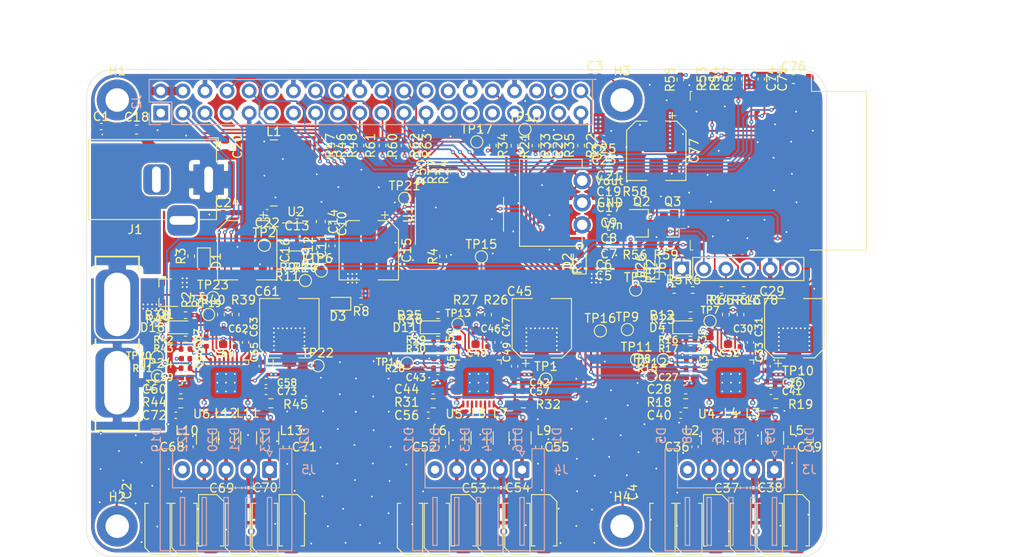
<source format=kicad_pcb>
(kicad_pcb (version 20171130) (host pcbnew "(5.1.12)-1")

  (general
    (thickness 1.6)
    (drawings 15)
    (tracks 1583)
    (zones 0)
    (modules 224)
    (nets 165)
  )

  (page A4)
  (layers
    (0 F.Cu signal)
    (1 In1.Cu power hide)
    (2 In2.Cu power hide)
    (31 B.Cu signal)
    (32 B.Adhes user hide)
    (33 F.Adhes user hide)
    (34 B.Paste user hide)
    (35 F.Paste user hide)
    (36 B.SilkS user hide)
    (37 F.SilkS user hide)
    (38 B.Mask user hide)
    (39 F.Mask user hide)
    (40 Dwgs.User user)
    (41 Cmts.User user hide)
    (42 Eco1.User user hide)
    (43 Eco2.User user hide)
    (44 Edge.Cuts user)
    (45 Margin user hide)
    (46 B.CrtYd user hide)
    (47 F.CrtYd user)
    (48 B.Fab user hide)
    (49 F.Fab user hide)
  )

  (setup
    (last_trace_width 0.2)
    (user_trace_width 0.2)
    (user_trace_width 0.25)
    (user_trace_width 0.3)
    (user_trace_width 0.35)
    (user_trace_width 0.4)
    (user_trace_width 0.45)
    (user_trace_width 0.5)
    (user_trace_width 0.6)
    (user_trace_width 0.7)
    (user_trace_width 0.8)
    (user_trace_width 0.9)
    (user_trace_width 1)
    (trace_clearance 0.2)
    (zone_clearance 0.2)
    (zone_45_only no)
    (trace_min 0.127)
    (via_size 0.8)
    (via_drill 0.4)
    (via_min_size 0.45)
    (via_min_drill 0.2)
    (user_via 0.45 0.2)
    (user_via 0.5 0.25)
    (user_via 0.6 0.3)
    (user_via 0.7 0.35)
    (user_via 0.8 0.4)
    (user_via 0.9 0.45)
    (user_via 1 0.5)
    (uvia_size 0.3)
    (uvia_drill 0.1)
    (uvias_allowed no)
    (uvia_min_size 0.2)
    (uvia_min_drill 0.1)
    (edge_width 0.05)
    (segment_width 0.2)
    (pcb_text_width 0.3)
    (pcb_text_size 1.5 1.5)
    (mod_edge_width 0.12)
    (mod_text_size 1 1)
    (mod_text_width 0.15)
    (pad_size 1.524 1.524)
    (pad_drill 0.762)
    (pad_to_mask_clearance 0)
    (aux_axis_origin 0 0)
    (grid_origin 120 116)
    (visible_elements 7FFFFFFF)
    (pcbplotparams
      (layerselection 0x010fc_ffffffff)
      (usegerberextensions false)
      (usegerberattributes true)
      (usegerberadvancedattributes true)
      (creategerberjobfile true)
      (excludeedgelayer true)
      (linewidth 0.100000)
      (plotframeref false)
      (viasonmask false)
      (mode 1)
      (useauxorigin false)
      (hpglpennumber 1)
      (hpglpenspeed 20)
      (hpglpendiameter 15.000000)
      (psnegative false)
      (psa4output false)
      (plotreference true)
      (plotvalue true)
      (plotinvisibletext false)
      (padsonsilk false)
      (subtractmaskfromsilk false)
      (outputformat 1)
      (mirror false)
      (drillshape 0)
      (scaleselection 1)
      (outputdirectory ""))
  )

  (net 0 "")
  (net 1 +12V)
  (net 2 GND)
  (net 3 +5V)
  (net 4 +3V3)
  (net 5 "/Motor driver 0/VREF")
  (net 6 /OA1_0)
  (net 7 /OA2_0)
  (net 8 /OB1_0)
  (net 9 /OB2_0)
  (net 10 "/Motor driver 1/VREF")
  (net 11 /OA1_1)
  (net 12 /OA2_1)
  (net 13 /OB1_1)
  (net 14 /OB2_1)
  (net 15 "/Motor driver 2/VREF")
  (net 16 /OA1_2)
  (net 17 /OA2_2)
  (net 18 /OB1_2)
  (net 19 /OB2_2)
  (net 20 "Net-(D1-Pad1)")
  (net 21 "Net-(D2-Pad1)")
  (net 22 "Net-(D3-Pad1)")
  (net 23 "Net-(D4-Pad1)")
  (net 24 "Net-(D11-Pad1)")
  (net 25 "Net-(D18-Pad1)")
  (net 26 "Net-(D26-Pad1)")
  (net 27 "Net-(F1-Pad1)")
  (net 28 "Net-(F1-Pad2)")
  (net 29 /GPIO2_PI)
  (net 30 /GPIO3_PI)
  (net 31 /GPIO4_PI)
  (net 32 "/UART_TX(14)_PI")
  (net 33 "/UART_RX(15)_PI")
  (net 34 /GPIO17_PI)
  (net 35 /GPIO18_PI)
  (net 36 /GPIO27_PI)
  (net 37 /GPIO22_PI)
  (net 38 /GPIO23_PI)
  (net 39 /GPIO24_PI)
  (net 40 "/MOSI(10)_PI")
  (net 41 "/MISO(9)_PI")
  (net 42 /GPIO25_PI)
  (net 43 "/CLK(11)_PI")
  (net 44 "/CE0(8)_PI")
  (net 45 /GPIO7_PI)
  (net 46 /GPIO0_PI)
  (net 47 /GPIO1_PI)
  (net 48 /GPIO5_PI)
  (net 49 /GPIO6_PI)
  (net 50 "/PWM0(12)_PI")
  (net 51 "/PWM1(13)_PI")
  (net 52 /GPIO19_PI)
  (net 53 /GPIO16_PI)
  (net 54 /GPIO26_PI)
  (net 55 /GPIO20_PI)
  (net 56 /GPIO21_PI)
  (net 57 "Net-(J3-Pad5)")
  (net 58 "Net-(J4-Pad5)")
  (net 59 "Net-(J5-Pad5)")
  (net 60 /ESP8266/~RTS_ESP)
  (net 61 /ESP8266/~DTR_ESP)
  (net 62 /ESP8266/RX_ESP)
  (net 63 /ESP8266/TX_ESP)
  (net 64 "/Motor driver 0/OA1_FILTERED")
  (net 65 "/Motor driver 0/OA2_FILTERED")
  (net 66 "/Motor driver 0/OB1_FILTERED")
  (net 67 "/Motor driver 0/OB2_FILTERED")
  (net 68 "/Motor driver 1/OA1_FILTERED")
  (net 69 "/Motor driver 1/OA2_FILTERED")
  (net 70 "/Motor driver 1/OB1_FILTERED")
  (net 71 "/Motor driver 1/OB2_FILTERED")
  (net 72 "/Motor driver 2/OA1_FILTERED")
  (net 73 "/Motor driver 2/OA2_FILTERED")
  (net 74 "/Motor driver 2/OB1_FILTERED")
  (net 75 "/Motor driver 2/OB2_FILTERED")
  (net 76 "Net-(Q1-Pad1)")
  (net 77 "Net-(Q2-Pad1)")
  (net 78 "Net-(Q3-Pad1)")
  (net 79 /ESP8266/ADC_ESP)
  (net 80 /GPIO4_ESP)
  (net 81 "/Motor driver 0/DIAG")
  (net 82 "/Motor driver 0/VREF_OVR")
  (net 83 "/Motor driver 0/MS1")
  (net 84 "/Motor driver 0/MS2")
  (net 85 "/Motor driver 0/~PDN_UART")
  (net 86 "/Motor driver 1/DIAG")
  (net 87 "/Motor driver 1/VREF_OVR")
  (net 88 "/Motor driver 1/MS1")
  (net 89 "/Motor driver 1/MS2")
  (net 90 "/Motor driver 1/~PDN_UART")
  (net 91 "/Motor driver 2/DIAG")
  (net 92 "/Motor driver 2/VREF_OVR")
  (net 93 "/Motor driver 2/MS1")
  (net 94 "/Motor driver 2/MS2")
  (net 95 "/Motor driver 2/~PDN_UART")
  (net 96 "Net-(U1-Pad1)")
  (net 97 "Net-(U1-Pad2)")
  (net 98 "Net-(U1-Pad4)")
  (net 99 "Net-(U1-Pad5)")
  (net 100 "Net-(U1-Pad12)")
  (net 101 "Net-(U4-Pad2)")
  (net 102 "Net-(U5-Pad2)")
  (net 103 "Net-(U6-Pad2)")
  (net 104 /ESP8266/~RST)
  (net 105 VD)
  (net 106 "Net-(C1-Pad2)")
  (net 107 "Net-(C2-Pad2)")
  (net 108 "Net-(C3-Pad2)")
  (net 109 "Net-(C4-Pad2)")
  (net 110 "Net-(C13-Pad2)")
  (net 111 "Net-(C13-Pad1)")
  (net 112 "Net-(C31-Pad1)")
  (net 113 "Net-(C33-Pad2)")
  (net 114 "Net-(C33-Pad1)")
  (net 115 "Net-(C40-Pad2)")
  (net 116 "Net-(C41-Pad2)")
  (net 117 "Net-(C47-Pad1)")
  (net 118 "Net-(C49-Pad2)")
  (net 119 "Net-(C49-Pad1)")
  (net 120 "Net-(C56-Pad2)")
  (net 121 "Net-(C57-Pad2)")
  (net 122 "Net-(C63-Pad1)")
  (net 123 "Net-(C65-Pad2)")
  (net 124 "Net-(C65-Pad1)")
  (net 125 "Net-(C72-Pad2)")
  (net 126 "Net-(C73-Pad2)")
  (net 127 "Net-(R10-Pad2)")
  (net 128 "/Motor driver 0/V5V_REF")
  (net 129 "/Motor driver 1/V5V_REF")
  (net 130 "/Motor driver 2/V5V_REF")
  (net 131 "Net-(U4-Pad31)")
  (net 132 "Net-(U4-Pad29)")
  (net 133 "Net-(U4-Pad28)")
  (net 134 "Net-(U4-Pad26)")
  (net 135 "Net-(U4-Pad23)")
  (net 136 "Net-(U4-Pad21)")
  (net 137 "Net-(U4-Pad4)")
  (net 138 "Net-(U5-Pad31)")
  (net 139 "Net-(U5-Pad29)")
  (net 140 "Net-(U5-Pad28)")
  (net 141 "Net-(U5-Pad26)")
  (net 142 "Net-(U5-Pad23)")
  (net 143 "Net-(U5-Pad21)")
  (net 144 "Net-(U5-Pad4)")
  (net 145 "Net-(U6-Pad31)")
  (net 146 "Net-(U6-Pad29)")
  (net 147 "Net-(U6-Pad28)")
  (net 148 "Net-(U6-Pad26)")
  (net 149 "Net-(U6-Pad23)")
  (net 150 "Net-(U6-Pad21)")
  (net 151 "Net-(U6-Pad4)")
  (net 152 "Net-(R23-Pad2)")
  (net 153 "Net-(R36-Pad2)")
  (net 154 "Net-(R49-Pad2)")
  (net 155 /ESP8266/GPIO5)
  (net 156 /ESP8266/GPIO0)
  (net 157 /ESP8266/GPIO2)
  (net 158 /ESP8266/EN)
  (net 159 /ESP8266/CS)
  (net 160 /ESP8266/MISO)
  (net 161 /ESP8266/MOSI)
  (net 162 /ESP8266/CLK)
  (net 163 /ESP8266/TX)
  (net 164 /ESP8266/RX)

  (net_class Default "This is the default net class."
    (clearance 0.2)
    (trace_width 0.25)
    (via_dia 0.8)
    (via_drill 0.4)
    (uvia_dia 0.3)
    (uvia_drill 0.1)
    (add_net +12V)
    (add_net +3V3)
    (add_net +5V)
    (add_net "/CE0(8)_PI")
    (add_net "/CLK(11)_PI")
    (add_net /ESP8266/ADC_ESP)
    (add_net /ESP8266/CLK)
    (add_net /ESP8266/CS)
    (add_net /ESP8266/EN)
    (add_net /ESP8266/GPIO0)
    (add_net /ESP8266/GPIO2)
    (add_net /ESP8266/GPIO5)
    (add_net /ESP8266/MISO)
    (add_net /ESP8266/MOSI)
    (add_net /ESP8266/RX)
    (add_net /ESP8266/RX_ESP)
    (add_net /ESP8266/TX)
    (add_net /ESP8266/TX_ESP)
    (add_net /ESP8266/~DTR_ESP)
    (add_net /ESP8266/~RST)
    (add_net /ESP8266/~RTS_ESP)
    (add_net /GPIO0_PI)
    (add_net /GPIO16_PI)
    (add_net /GPIO17_PI)
    (add_net /GPIO18_PI)
    (add_net /GPIO19_PI)
    (add_net /GPIO1_PI)
    (add_net /GPIO20_PI)
    (add_net /GPIO21_PI)
    (add_net /GPIO22_PI)
    (add_net /GPIO23_PI)
    (add_net /GPIO24_PI)
    (add_net /GPIO25_PI)
    (add_net /GPIO26_PI)
    (add_net /GPIO27_PI)
    (add_net /GPIO2_PI)
    (add_net /GPIO3_PI)
    (add_net /GPIO4_ESP)
    (add_net /GPIO4_PI)
    (add_net /GPIO5_PI)
    (add_net /GPIO6_PI)
    (add_net /GPIO7_PI)
    (add_net "/MISO(9)_PI")
    (add_net "/MOSI(10)_PI")
    (add_net "/Motor driver 0/DIAG")
    (add_net "/Motor driver 0/MS1")
    (add_net "/Motor driver 0/MS2")
    (add_net "/Motor driver 0/OA1_FILTERED")
    (add_net "/Motor driver 0/OA2_FILTERED")
    (add_net "/Motor driver 0/OB1_FILTERED")
    (add_net "/Motor driver 0/OB2_FILTERED")
    (add_net "/Motor driver 0/V5V_REF")
    (add_net "/Motor driver 0/VREF")
    (add_net "/Motor driver 0/VREF_OVR")
    (add_net "/Motor driver 0/~PDN_UART")
    (add_net "/Motor driver 1/DIAG")
    (add_net "/Motor driver 1/MS1")
    (add_net "/Motor driver 1/MS2")
    (add_net "/Motor driver 1/OA1_FILTERED")
    (add_net "/Motor driver 1/OA2_FILTERED")
    (add_net "/Motor driver 1/OB1_FILTERED")
    (add_net "/Motor driver 1/OB2_FILTERED")
    (add_net "/Motor driver 1/V5V_REF")
    (add_net "/Motor driver 1/VREF")
    (add_net "/Motor driver 1/VREF_OVR")
    (add_net "/Motor driver 1/~PDN_UART")
    (add_net "/Motor driver 2/DIAG")
    (add_net "/Motor driver 2/MS1")
    (add_net "/Motor driver 2/MS2")
    (add_net "/Motor driver 2/OA1_FILTERED")
    (add_net "/Motor driver 2/OA2_FILTERED")
    (add_net "/Motor driver 2/OB1_FILTERED")
    (add_net "/Motor driver 2/OB2_FILTERED")
    (add_net "/Motor driver 2/V5V_REF")
    (add_net "/Motor driver 2/VREF")
    (add_net "/Motor driver 2/VREF_OVR")
    (add_net "/Motor driver 2/~PDN_UART")
    (add_net /OA1_0)
    (add_net /OA1_1)
    (add_net /OA1_2)
    (add_net /OA2_0)
    (add_net /OA2_1)
    (add_net /OA2_2)
    (add_net /OB1_0)
    (add_net /OB1_1)
    (add_net /OB1_2)
    (add_net /OB2_0)
    (add_net /OB2_1)
    (add_net /OB2_2)
    (add_net "/PWM0(12)_PI")
    (add_net "/PWM1(13)_PI")
    (add_net "/UART_RX(15)_PI")
    (add_net "/UART_TX(14)_PI")
    (add_net GND)
    (add_net "Net-(C1-Pad2)")
    (add_net "Net-(C13-Pad1)")
    (add_net "Net-(C13-Pad2)")
    (add_net "Net-(C2-Pad2)")
    (add_net "Net-(C3-Pad2)")
    (add_net "Net-(C31-Pad1)")
    (add_net "Net-(C33-Pad1)")
    (add_net "Net-(C33-Pad2)")
    (add_net "Net-(C4-Pad2)")
    (add_net "Net-(C40-Pad2)")
    (add_net "Net-(C41-Pad2)")
    (add_net "Net-(C47-Pad1)")
    (add_net "Net-(C49-Pad1)")
    (add_net "Net-(C49-Pad2)")
    (add_net "Net-(C56-Pad2)")
    (add_net "Net-(C57-Pad2)")
    (add_net "Net-(C63-Pad1)")
    (add_net "Net-(C65-Pad1)")
    (add_net "Net-(C65-Pad2)")
    (add_net "Net-(C72-Pad2)")
    (add_net "Net-(C73-Pad2)")
    (add_net "Net-(D1-Pad1)")
    (add_net "Net-(D11-Pad1)")
    (add_net "Net-(D18-Pad1)")
    (add_net "Net-(D2-Pad1)")
    (add_net "Net-(D26-Pad1)")
    (add_net "Net-(D3-Pad1)")
    (add_net "Net-(D4-Pad1)")
    (add_net "Net-(F1-Pad1)")
    (add_net "Net-(F1-Pad2)")
    (add_net "Net-(J3-Pad5)")
    (add_net "Net-(J4-Pad5)")
    (add_net "Net-(J5-Pad5)")
    (add_net "Net-(Q1-Pad1)")
    (add_net "Net-(Q2-Pad1)")
    (add_net "Net-(Q3-Pad1)")
    (add_net "Net-(R10-Pad2)")
    (add_net "Net-(R23-Pad2)")
    (add_net "Net-(R36-Pad2)")
    (add_net "Net-(R49-Pad2)")
    (add_net "Net-(U1-Pad1)")
    (add_net "Net-(U1-Pad12)")
    (add_net "Net-(U1-Pad2)")
    (add_net "Net-(U1-Pad4)")
    (add_net "Net-(U1-Pad5)")
    (add_net "Net-(U4-Pad2)")
    (add_net "Net-(U4-Pad21)")
    (add_net "Net-(U4-Pad23)")
    (add_net "Net-(U4-Pad26)")
    (add_net "Net-(U4-Pad28)")
    (add_net "Net-(U4-Pad29)")
    (add_net "Net-(U4-Pad31)")
    (add_net "Net-(U4-Pad4)")
    (add_net "Net-(U5-Pad2)")
    (add_net "Net-(U5-Pad21)")
    (add_net "Net-(U5-Pad23)")
    (add_net "Net-(U5-Pad26)")
    (add_net "Net-(U5-Pad28)")
    (add_net "Net-(U5-Pad29)")
    (add_net "Net-(U5-Pad31)")
    (add_net "Net-(U5-Pad4)")
    (add_net "Net-(U6-Pad2)")
    (add_net "Net-(U6-Pad21)")
    (add_net "Net-(U6-Pad23)")
    (add_net "Net-(U6-Pad26)")
    (add_net "Net-(U6-Pad28)")
    (add_net "Net-(U6-Pad29)")
    (add_net "Net-(U6-Pad31)")
    (add_net "Net-(U6-Pad4)")
    (add_net VD)
  )

  (module SaMcam_shield:Motor_Driver_Trinamic_TMC2202-WA (layer F.Cu) (tedit 6196AAFE) (tstamp 61A29B1D)
    (at 194 96 180)
    (descr "Motor driver")
    (tags "Motor driver")
    (path /60355F25/60356E5D)
    (attr smd)
    (fp_text reference U4 (at 2.8 -3.6) (layer F.SilkS)
      (effects (font (size 1 1) (thickness 0.15)))
    )
    (fp_text value TMC2202-WA_motor_driver (at 0 3.8) (layer F.Fab)
      (effects (font (size 1 1) (thickness 0.15)))
    )
    (fp_line (start 3.1 -3.1) (end -3.1 -3.1) (layer F.CrtYd) (width 0.05))
    (fp_line (start 3.1 3.1) (end 3.1 -3.1) (layer F.CrtYd) (width 0.05))
    (fp_line (start -3.1 3.1) (end 3.1 3.1) (layer F.CrtYd) (width 0.05))
    (fp_line (start -3.1 -3.1) (end -3.1 3.1) (layer F.CrtYd) (width 0.05))
    (fp_line (start -2.5 -1.5) (end -1.5 -2.5) (layer F.Fab) (width 0.1))
    (fp_line (start -2.5 2.5) (end -2.5 -1.5) (layer F.Fab) (width 0.1))
    (fp_line (start 2.5 2.5) (end -2.5 2.5) (layer F.Fab) (width 0.1))
    (fp_line (start 2.5 -2.5) (end 2.5 2.5) (layer F.Fab) (width 0.1))
    (fp_line (start -1.5 -2.5) (end 2.5 -2.5) (layer F.Fab) (width 0.1))
    (fp_line (start -2.135 -2.61) (end -2.61 -2.61) (layer F.SilkS) (width 0.12))
    (fp_line (start 2.61 2.61) (end 2.61 2.135) (layer F.SilkS) (width 0.12))
    (fp_line (start 2.135 2.61) (end 2.61 2.61) (layer F.SilkS) (width 0.12))
    (fp_line (start -2.61 2.61) (end -2.61 2.135) (layer F.SilkS) (width 0.12))
    (fp_line (start -2.135 2.61) (end -2.61 2.61) (layer F.SilkS) (width 0.12))
    (fp_line (start 2.61 -2.61) (end 2.61 -2.135) (layer F.SilkS) (width 0.12))
    (fp_line (start 2.135 -2.61) (end 2.61 -2.61) (layer F.SilkS) (width 0.12))
    (fp_text user %R (at 0 -0.515001) (layer F.Fab)
      (effects (font (size 1 1) (thickness 0.15)))
    )
    (pad "" smd custom (at 1.425 1.425 180) (size 0.601758 0.601758) (layers F.Paste)
      (options (clearance outline) (anchor circle))
      (primitives
        (gr_poly (pts
           (xy -0.259112 -0.189911) (xy -0.189911 -0.259112) (xy 0.259112 -0.259112) (xy 0.259112 0.259112) (xy -0.259112 0.259112)
) (width 0.167068))
      ))
    (pad "" smd custom (at 1.425 -1.425 180) (size 0.601758 0.601758) (layers F.Paste)
      (options (clearance outline) (anchor circle))
      (primitives
        (gr_poly (pts
           (xy -0.259112 -0.259112) (xy 0.259112 -0.259112) (xy 0.259112 0.259112) (xy -0.189911 0.259112) (xy -0.259112 0.189911)
) (width 0.167068))
      ))
    (pad "" smd custom (at -1.425 1.425 180) (size 0.601758 0.601758) (layers F.Paste)
      (options (clearance outline) (anchor circle))
      (primitives
        (gr_poly (pts
           (xy -0.259112 -0.259112) (xy 0.189911 -0.259112) (xy 0.259112 -0.189911) (xy 0.259112 0.259112) (xy -0.259112 0.259112)
) (width 0.167068))
      ))
    (pad "" smd custom (at -1.425 -1.425 180) (size 0.601758 0.601758) (layers F.Paste)
      (options (clearance outline) (anchor circle))
      (primitives
        (gr_poly (pts
           (xy -0.259112 -0.259112) (xy 0.259112 -0.259112) (xy 0.259112 0.189911) (xy 0.189911 0.259112) (xy -0.259112 0.259112)
) (width 0.167068))
      ))
    (pad "" smd custom (at 0.5 1.425 180) (size 0.612035 0.612035) (layers F.Paste)
      (options (clearance outline) (anchor circle))
      (primitives
        (gr_poly (pts
           (xy -0.329856 -0.2087) (xy -0.269167 -0.269389) (xy 0.269167 -0.269389) (xy 0.329856 -0.2087) (xy 0.329856 0.269389)
           (xy -0.329856 0.269389)) (width 0.146515))
      ))
    (pad "" smd custom (at -0.5 1.425 180) (size 0.612035 0.612035) (layers F.Paste)
      (options (clearance outline) (anchor circle))
      (primitives
        (gr_poly (pts
           (xy -0.329856 -0.2087) (xy -0.269167 -0.269389) (xy 0.269167 -0.269389) (xy 0.329856 -0.2087) (xy 0.329856 0.269389)
           (xy -0.329856 0.269389)) (width 0.146515))
      ))
    (pad "" smd custom (at 0.5 -1.425 180) (size 0.612035 0.612035) (layers F.Paste)
      (options (clearance outline) (anchor circle))
      (primitives
        (gr_poly (pts
           (xy -0.329856 -0.269389) (xy 0.329856 -0.269389) (xy 0.329856 0.2087) (xy 0.269167 0.269389) (xy -0.269167 0.269389)
           (xy -0.329856 0.2087)) (width 0.146515))
      ))
    (pad "" smd custom (at -0.5 -1.425 180) (size 0.612035 0.612035) (layers F.Paste)
      (options (clearance outline) (anchor circle))
      (primitives
        (gr_poly (pts
           (xy -0.329856 -0.269389) (xy 0.329856 -0.269389) (xy 0.329856 0.2087) (xy 0.269167 0.269389) (xy -0.269167 0.269389)
           (xy -0.329856 0.2087)) (width 0.146515))
      ))
    (pad "" smd custom (at 1.425 0.5 180) (size 0.612035 0.612035) (layers F.Paste)
      (options (clearance outline) (anchor circle))
      (primitives
        (gr_poly (pts
           (xy -0.269389 -0.269167) (xy -0.2087 -0.329856) (xy 0.269389 -0.329856) (xy 0.269389 0.329856) (xy -0.2087 0.329856)
           (xy -0.269389 0.269167)) (width 0.146515))
      ))
    (pad "" smd custom (at 1.425 -0.5 180) (size 0.612035 0.612035) (layers F.Paste)
      (options (clearance outline) (anchor circle))
      (primitives
        (gr_poly (pts
           (xy -0.269389 -0.269167) (xy -0.2087 -0.329856) (xy 0.269389 -0.329856) (xy 0.269389 0.329856) (xy -0.2087 0.329856)
           (xy -0.269389 0.269167)) (width 0.146515))
      ))
    (pad "" smd custom (at -1.425 0.5 180) (size 0.612035 0.612035) (layers F.Paste)
      (options (clearance outline) (anchor circle))
      (primitives
        (gr_poly (pts
           (xy -0.269389 -0.329856) (xy 0.2087 -0.329856) (xy 0.269389 -0.269167) (xy 0.269389 0.269167) (xy 0.2087 0.329856)
           (xy -0.269389 0.329856)) (width 0.146515))
      ))
    (pad "" smd custom (at -1.425 -0.5 180) (size 0.612035 0.612035) (layers F.Paste)
      (options (clearance outline) (anchor circle))
      (primitives
        (gr_poly (pts
           (xy -0.269389 -0.329856) (xy 0.2087 -0.329856) (xy 0.269389 -0.269167) (xy 0.269389 0.269167) (xy 0.2087 0.329856)
           (xy -0.269389 0.329856)) (width 0.146515))
      ))
    (pad "" smd roundrect (at 0.5 0.5 180) (size 0.806226 0.806226) (layers F.Paste) (roundrect_rratio 0.2499993798265003))
    (pad "" smd roundrect (at 0.5 -0.5 180) (size 0.806226 0.806226) (layers F.Paste) (roundrect_rratio 0.2499993798265003))
    (pad "" smd roundrect (at -0.5 0.5 180) (size 0.806226 0.806226) (layers F.Paste) (roundrect_rratio 0.2499993798265003))
    (pad "" smd roundrect (at -0.5 -0.5 180) (size 0.806226 0.806226) (layers F.Paste) (roundrect_rratio 0.2499993798265003))
    (pad 33 smd rect (at 0 0 180) (size 2.5 2.5) (layers B.Cu)
      (net 2 GND))
    (pad 33 thru_hole circle (at 1 1 180) (size 0.5 0.5) (drill 0.2) (layers *.Cu)
      (net 2 GND))
    (pad 33 thru_hole circle (at 0 1 180) (size 0.5 0.5) (drill 0.2) (layers *.Cu)
      (net 2 GND))
    (pad 33 thru_hole circle (at -1 1 180) (size 0.5 0.5) (drill 0.2) (layers *.Cu)
      (net 2 GND))
    (pad 33 thru_hole circle (at 1 0 180) (size 0.5 0.5) (drill 0.2) (layers *.Cu)
      (net 2 GND))
    (pad 33 thru_hole circle (at 0 0 180) (size 0.5 0.5) (drill 0.2) (layers *.Cu)
      (net 2 GND))
    (pad 33 thru_hole circle (at -1 0 180) (size 0.5 0.5) (drill 0.2) (layers *.Cu)
      (net 2 GND))
    (pad 33 thru_hole circle (at 1 -1 180) (size 0.5 0.5) (drill 0.2) (layers *.Cu)
      (net 2 GND))
    (pad 33 thru_hole circle (at 0 -1 180) (size 0.5 0.5) (drill 0.2) (layers *.Cu)
      (net 2 GND))
    (pad 33 thru_hole circle (at -1 -1 180) (size 0.5 0.5) (drill 0.2) (layers *.Cu)
      (net 2 GND))
    (pad 33 smd rect (at 0 0 180) (size 3.7 3.7) (layers F.Cu F.Mask)
      (net 2 GND))
    (pad 32 smd roundrect (at -1.75 -2.45 180) (size 0.25 0.8) (layers F.Cu F.Paste F.Mask) (roundrect_rratio 0.25)
      (net 116 "Net-(C41-Pad2)"))
    (pad 31 smd roundrect (at -1.25 -2.45 180) (size 0.25 0.8) (layers F.Cu F.Paste F.Mask) (roundrect_rratio 0.25)
      (net 131 "Net-(U4-Pad31)"))
    (pad 30 smd roundrect (at -0.75 -2.45 180) (size 0.25 0.8) (layers F.Cu F.Paste F.Mask) (roundrect_rratio 0.25)
      (net 66 "/Motor driver 0/OB1_FILTERED"))
    (pad 29 smd roundrect (at -0.25 -2.45 180) (size 0.25 0.8) (layers F.Cu F.Paste F.Mask) (roundrect_rratio 0.25)
      (net 132 "Net-(U4-Pad29)"))
    (pad 28 smd roundrect (at 0.25 -2.45 180) (size 0.25 0.8) (layers F.Cu F.Paste F.Mask) (roundrect_rratio 0.25)
      (net 133 "Net-(U4-Pad28)"))
    (pad 27 smd roundrect (at 0.75 -2.45 180) (size 0.25 0.8) (layers F.Cu F.Paste F.Mask) (roundrect_rratio 0.25)
      (net 64 "/Motor driver 0/OA1_FILTERED"))
    (pad 26 smd roundrect (at 1.25 -2.45 180) (size 0.25 0.8) (layers F.Cu F.Paste F.Mask) (roundrect_rratio 0.25)
      (net 134 "Net-(U4-Pad26)"))
    (pad 25 smd roundrect (at 1.75 -2.45 180) (size 0.25 0.8) (layers F.Cu F.Paste F.Mask) (roundrect_rratio 0.25)
      (net 115 "Net-(C40-Pad2)"))
    (pad 24 smd roundrect (at 2.45 -1.75 180) (size 0.8 0.25) (layers F.Cu F.Paste F.Mask) (roundrect_rratio 0.25)
      (net 65 "/Motor driver 0/OA2_FILTERED"))
    (pad 23 smd roundrect (at 2.45 -1.25 180) (size 0.8 0.25) (layers F.Cu F.Paste F.Mask) (roundrect_rratio 0.25)
      (net 135 "Net-(U4-Pad23)"))
    (pad 22 smd roundrect (at 2.45 -0.75 180) (size 0.8 0.25) (layers F.Cu F.Paste F.Mask) (roundrect_rratio 0.25)
      (net 1 +12V))
    (pad 21 smd roundrect (at 2.45 -0.25 180) (size 0.8 0.25) (layers F.Cu F.Paste F.Mask) (roundrect_rratio 0.25)
      (net 136 "Net-(U4-Pad21)"))
    (pad 20 smd roundrect (at 2.45 0.25 180) (size 0.8 0.25) (layers F.Cu F.Paste F.Mask) (roundrect_rratio 0.25)
      (net 55 /GPIO20_PI))
    (pad 19 smd roundrect (at 2.45 0.75 180) (size 0.8 0.25) (layers F.Cu F.Paste F.Mask) (roundrect_rratio 0.25)
      (net 2 GND))
    (pad 18 smd roundrect (at 2.45 1.25 180) (size 0.8 0.25) (layers F.Cu F.Paste F.Mask) (roundrect_rratio 0.25)
      (net 5 "/Motor driver 0/VREF"))
    (pad 17 smd roundrect (at 2.45 1.75 180) (size 0.8 0.25) (layers F.Cu F.Paste F.Mask) (roundrect_rratio 0.25)
      (net 51 "/PWM1(13)_PI"))
    (pad 16 smd roundrect (at 1.75 2.45 180) (size 0.25 0.8) (layers F.Cu F.Paste F.Mask) (roundrect_rratio 0.25)
      (net 105 VD))
    (pad 15 smd roundrect (at 1.25 2.45 180) (size 0.25 0.8) (layers F.Cu F.Paste F.Mask) (roundrect_rratio 0.25)
      (net 152 "Net-(R23-Pad2)"))
    (pad 14 smd roundrect (at 0.75 2.45 180) (size 0.25 0.8) (layers F.Cu F.Paste F.Mask) (roundrect_rratio 0.25)
      (net 2 GND))
    (pad 13 smd roundrect (at 0.25 2.45 180) (size 0.25 0.8) (layers F.Cu F.Paste F.Mask) (roundrect_rratio 0.25)
      (net 81 "/Motor driver 0/DIAG"))
    (pad 12 smd roundrect (at -0.25 2.45 180) (size 0.25 0.8) (layers F.Cu F.Paste F.Mask) (roundrect_rratio 0.25)
      (net 84 "/Motor driver 0/MS2"))
    (pad 11 smd roundrect (at -0.75 2.45 180) (size 0.25 0.8) (layers F.Cu F.Paste F.Mask) (roundrect_rratio 0.25)
      (net 83 "/Motor driver 0/MS1"))
    (pad 10 smd roundrect (at -1.25 2.45 180) (size 0.25 0.8) (layers F.Cu F.Paste F.Mask) (roundrect_rratio 0.25)
      (net 128 "/Motor driver 0/V5V_REF"))
    (pad 9 smd roundrect (at -1.75 2.45 180) (size 0.25 0.8) (layers F.Cu F.Paste F.Mask) (roundrect_rratio 0.25)
      (net 112 "Net-(C31-Pad1)"))
    (pad 8 smd roundrect (at -2.45 1.75 180) (size 0.8 0.25) (layers F.Cu F.Paste F.Mask) (roundrect_rratio 0.25)
      (net 114 "Net-(C33-Pad1)"))
    (pad 7 smd roundrect (at -2.45 1.25 180) (size 0.8 0.25) (layers F.Cu F.Paste F.Mask) (roundrect_rratio 0.25)
      (net 113 "Net-(C33-Pad2)"))
    (pad 6 smd roundrect (at -2.45 0.75 180) (size 0.8 0.25) (layers F.Cu F.Paste F.Mask) (roundrect_rratio 0.25)
      (net 2 GND))
    (pad 5 smd roundrect (at -2.45 0.25 180) (size 0.8 0.25) (layers F.Cu F.Paste F.Mask) (roundrect_rratio 0.25)
      (net 56 /GPIO21_PI))
    (pad 4 smd roundrect (at -2.45 -0.25 180) (size 0.8 0.25) (layers F.Cu F.Paste F.Mask) (roundrect_rratio 0.25)
      (net 137 "Net-(U4-Pad4)"))
    (pad 3 smd roundrect (at -2.45 -0.75 180) (size 0.8 0.25) (layers F.Cu F.Paste F.Mask) (roundrect_rratio 0.25)
      (net 1 +12V))
    (pad 2 smd roundrect (at -2.45 -1.25 180) (size 0.8 0.25) (layers F.Cu F.Paste F.Mask) (roundrect_rratio 0.25)
      (net 101 "Net-(U4-Pad2)"))
    (pad 1 smd roundrect (at -2.45 -1.75 180) (size 0.8 0.25) (layers F.Cu F.Paste F.Mask) (roundrect_rratio 0.25)
      (net 67 "/Motor driver 0/OB2_FILTERED"))
    (model ${KIPRJMOD}/packages3d/Motor_Driver_Trinamic_TMC2202-WA.stp
      (at (xyz 0 0 0))
      (scale (xyz 1 1 1))
      (rotate (xyz 0 0 0))
    )
  )

  (module RF_Module:ESP-WROOM-02 (layer F.Cu) (tedit 5B5B45D7) (tstamp 61AB7658)
    (at 196.342 71.628 270)
    (descr http://espressif.com/sites/default/files/documentation/0c-esp-wroom-02_datasheet_en.pdf)
    (tags "ESP WROOM-02 espressif esp8266ex")
    (path /61A0DE56/61A1CA55)
    (attr smd)
    (fp_text reference U7 (at -10.17 5.13) (layer F.SilkS)
      (effects (font (size 1 1) (thickness 0.15)))
    )
    (fp_text value ESP-WROOM-02 (at 0 8.33 90) (layer F.Fab)
      (effects (font (size 1 1) (thickness 0.15)))
    )
    (fp_line (start -14 -6.8) (end -14 -18.1) (layer Dwgs.User) (width 0.1))
    (fp_line (start 9 6.9) (end 9 -13.1) (layer F.Fab) (width 0.1))
    (fp_line (start -9 6.9) (end 9 6.9) (layer F.Fab) (width 0.1))
    (fp_line (start -9 -13.1) (end -9 -7.5) (layer F.Fab) (width 0.1))
    (fp_line (start -9 -13.1) (end 9 -13.1) (layer F.Fab) (width 0.1))
    (fp_line (start -9.41 7.15) (end -9.41 -6.55) (layer F.CrtYd) (width 0.05))
    (fp_line (start -9.41 7.15) (end 9.41 7.15) (layer F.CrtYd) (width 0.05))
    (fp_line (start 9.41 -6.55) (end 9.41 7.15) (layer F.CrtYd) (width 0.05))
    (fp_line (start -14.25 -18.35) (end 14.25 -18.35) (layer F.CrtYd) (width 0.05))
    (fp_line (start -9 -6.5) (end -9 6.9) (layer F.Fab) (width 0.1))
    (fp_line (start -9 -7.5) (end -8.5 -7) (layer F.Fab) (width 0.1))
    (fp_line (start -8.5 -7) (end -9 -6.5) (layer F.Fab) (width 0.1))
    (fp_line (start -9 -6.8) (end -9 -13.1) (layer Dwgs.User) (width 0.1))
    (fp_line (start 14 -6.8) (end -14 -6.8) (layer Dwgs.User) (width 0.1))
    (fp_line (start 9 -13.1) (end 9 -6.78) (layer Dwgs.User) (width 0.1))
    (fp_line (start -9 -13.1) (end 9 -13.1) (layer Dwgs.User) (width 0.1))
    (fp_line (start 14 -6.8) (end 14 -18.1) (layer Dwgs.User) (width 0.1))
    (fp_line (start 14 -18.1) (end -14 -18.1) (layer Dwgs.User) (width 0.1))
    (fp_line (start -14.25 -18.35) (end -14.25 -6.55) (layer F.CrtYd) (width 0.05))
    (fp_line (start 14.25 -18.35) (end 14.25 -6.55) (layer F.CrtYd) (width 0.05))
    (fp_line (start -14.25 -6.55) (end -9.41 -6.55) (layer F.CrtYd) (width 0.05))
    (fp_line (start 9.41 -6.55) (end 14.25 -6.55) (layer F.CrtYd) (width 0.05))
    (fp_line (start -12 -18.1) (end -14 -16.485) (layer Dwgs.User) (width 0.1))
    (fp_line (start -10 -18.1) (end -14 -14.87) (layer Dwgs.User) (width 0.1))
    (fp_line (start -8 -18.1) (end -14 -13.255) (layer Dwgs.User) (width 0.1))
    (fp_line (start -6 -18.1) (end -14 -11.64) (layer Dwgs.User) (width 0.1))
    (fp_line (start -4 -18.1) (end -14 -10.025) (layer Dwgs.User) (width 0.1))
    (fp_line (start -2 -18.1) (end -14 -8.41) (layer Dwgs.User) (width 0.1))
    (fp_line (start 0 -18.1) (end -14 -6.795) (layer Dwgs.User) (width 0.1))
    (fp_line (start 2 -18.1) (end -12 -6.795) (layer Dwgs.User) (width 0.1))
    (fp_line (start 4 -18.1) (end -10 -6.795) (layer Dwgs.User) (width 0.1))
    (fp_line (start -8 -6.795) (end 6 -18.1) (layer Dwgs.User) (width 0.1))
    (fp_line (start 8 -18.1) (end -6 -6.795) (layer Dwgs.User) (width 0.1))
    (fp_line (start 10 -18.1) (end -4 -6.795) (layer Dwgs.User) (width 0.1))
    (fp_line (start 12 -18.1) (end -2 -6.795) (layer Dwgs.User) (width 0.1))
    (fp_line (start 14 -18.1) (end 0 -6.795) (layer Dwgs.User) (width 0.1))
    (fp_line (start 14 -16.485) (end 2 -6.795) (layer Dwgs.User) (width 0.1))
    (fp_line (start 14 -14.87) (end 4 -6.795) (layer Dwgs.User) (width 0.1))
    (fp_line (start 14 -13.255) (end 6 -6.795) (layer Dwgs.User) (width 0.1))
    (fp_line (start 14 -11.64) (end 8 -6.795) (layer Dwgs.User) (width 0.1))
    (fp_line (start 14 -10.025) (end 10 -6.795) (layer Dwgs.User) (width 0.1))
    (fp_line (start 14 -8.41) (end 12 -6.795) (layer Dwgs.User) (width 0.1))
    (fp_line (start 9.2 -10.7) (end 13.8 -10.7) (layer Cmts.User) (width 0.1))
    (fp_line (start 13.8 -10.7) (end 13.6 -10.9) (layer Cmts.User) (width 0.1))
    (fp_line (start 13.8 -10.7) (end 13.6 -10.5) (layer Cmts.User) (width 0.1))
    (fp_line (start 9.2 -10.7) (end 9.4 -10.9) (layer Cmts.User) (width 0.1))
    (fp_line (start 9.2 -10.7) (end 9.4 -10.5) (layer Cmts.User) (width 0.1))
    (fp_line (start -13.8 -10.7) (end -13.6 -10.9) (layer Cmts.User) (width 0.1))
    (fp_line (start -13.8 -10.7) (end -13.6 -10.5) (layer Cmts.User) (width 0.1))
    (fp_line (start -9.2 -10.7) (end -9.4 -10.5) (layer Cmts.User) (width 0.1))
    (fp_line (start -13.8 -10.7) (end -9.2 -10.7) (layer Cmts.User) (width 0.1))
    (fp_line (start -9.2 -10.7) (end -9.4 -10.9) (layer Cmts.User) (width 0.1))
    (fp_line (start 8.3 -13.3) (end 8.1 -13.5) (layer Cmts.User) (width 0.1))
    (fp_line (start 8.3 -13.3) (end 8.5 -13.5) (layer Cmts.User) (width 0.1))
    (fp_line (start 8.3 -17.9) (end 8.5 -17.7) (layer Cmts.User) (width 0.1))
    (fp_line (start 8.3 -13.3) (end 8.3 -17.9) (layer Cmts.User) (width 0.1))
    (fp_line (start 8.3 -17.9) (end 8.1 -17.7) (layer Cmts.User) (width 0.1))
    (fp_line (start -9.12 6.8) (end -9.12 7.02) (layer F.SilkS) (width 0.1))
    (fp_line (start -9.12 7.02) (end -8.1 7.02) (layer F.SilkS) (width 0.1))
    (fp_line (start 9.12 6.7) (end 9.12 7) (layer F.SilkS) (width 0.1))
    (fp_line (start 8 7.02) (end 9.12 7.02) (layer F.SilkS) (width 0.1))
    (fp_line (start -9.12 -13.22) (end 9.12 -13.22) (layer F.SilkS) (width 0.1))
    (fp_line (start 9.12 -13.22) (end 9.12 -6.7) (layer F.SilkS) (width 0.1))
    (fp_line (start -9.12 -13.22) (end -9.12 -6.9) (layer F.SilkS) (width 0.1))
    (fp_line (start -9.12 -6.9) (end -11 -6.9) (layer F.SilkS) (width 0.1))
    (fp_text user %R (at 0 0 90) (layer F.Fab)
      (effects (font (size 1 1) (thickness 0.15)))
    )
    (fp_text user "KEEP-OUT ZONE" (at 0 -16 90) (layer Cmts.User)
      (effects (font (size 1 1) (thickness 0.15)))
    )
    (fp_text user Antenna (at 0 -10 90) (layer Cmts.User)
      (effects (font (size 1 1) (thickness 0.15)))
    )
    (fp_text user "5 mm" (at 11.8 -11.2 90) (layer Cmts.User)
      (effects (font (size 0.5 0.5) (thickness 0.1)))
    )
    (fp_text user "5 mm" (at -11.2 -11.2 90) (layer Cmts.User)
      (effects (font (size 0.5 0.5) (thickness 0.1)))
    )
    (fp_text user "5 mm" (at 7.8 -15.9) (layer Cmts.User)
      (effects (font (size 0.5 0.5) (thickness 0.1)))
    )
    (pad 19 smd rect (at 1.12 0.58 270) (size 4.3 4.3) (layers F.Cu F.Paste F.Mask)
      (net 2 GND))
    (pad 1 smd rect (at -8.7375 -6 270) (size 0.85 0.9125) (layers F.Cu F.Paste F.Mask)
      (net 4 +3V3))
    (pad 2 smd rect (at -8.7375 -4.5 270) (size 0.85 0.9125) (layers F.Cu F.Paste F.Mask)
      (net 158 /ESP8266/EN))
    (pad 3 smd rect (at -8.7375 -3 270) (size 0.85 0.9125) (layers F.Cu F.Paste F.Mask)
      (net 162 /ESP8266/CLK))
    (pad 4 smd rect (at -8.7375 -1.5 270) (size 0.85 0.9125) (layers F.Cu F.Paste F.Mask)
      (net 160 /ESP8266/MISO))
    (pad 5 smd rect (at -8.7375 0 270) (size 0.85 0.9125) (layers F.Cu F.Paste F.Mask)
      (net 161 /ESP8266/MOSI))
    (pad 6 smd rect (at -8.7375 1.5 270) (size 0.85 0.9125) (layers F.Cu F.Paste F.Mask)
      (net 159 /ESP8266/CS))
    (pad 7 smd rect (at -8.7375 3 270) (size 0.85 0.9125) (layers F.Cu F.Paste F.Mask)
      (net 157 /ESP8266/GPIO2))
    (pad 8 smd rect (at -8.7375 4.5 270) (size 0.85 0.9125) (layers F.Cu F.Paste F.Mask)
      (net 156 /ESP8266/GPIO0))
    (pad 9 smd rect (at -8.7375 6 270) (size 0.85 0.9125) (layers F.Cu F.Paste F.Mask)
      (net 2 GND))
    (pad 10 smd rect (at 8.7375 6 270) (size 0.85 0.9125) (layers F.Cu F.Paste F.Mask)
      (net 80 /GPIO4_ESP))
    (pad 11 smd rect (at 8.7375 4.5 270) (size 0.85 0.9125) (layers F.Cu F.Paste F.Mask)
      (net 164 /ESP8266/RX))
    (pad 12 smd rect (at 8.7375 3 270) (size 0.85 0.9125) (layers F.Cu F.Paste F.Mask)
      (net 163 /ESP8266/TX))
    (pad 13 smd rect (at 8.7375 1.5 270) (size 0.85 0.9125) (layers F.Cu F.Paste F.Mask)
      (net 2 GND))
    (pad 14 smd rect (at 8.7375 0 270) (size 0.85 0.9125) (layers F.Cu F.Paste F.Mask)
      (net 155 /ESP8266/GPIO5))
    (pad 15 smd rect (at 8.7375 -1.5 270) (size 0.85 0.9125) (layers F.Cu F.Paste F.Mask)
      (net 104 /ESP8266/~RST))
    (pad 16 smd rect (at 8.7375 -3 270) (size 0.85 0.9125) (layers F.Cu F.Paste F.Mask)
      (net 79 /ESP8266/ADC_ESP))
    (pad 17 smd rect (at 8.7375 -4.5 270) (size 0.85 0.9125) (layers F.Cu F.Paste F.Mask)
      (net 104 /ESP8266/~RST))
    (pad 18 smd rect (at 8.7375 -6 270) (size 0.85 0.9125) (layers F.Cu F.Paste F.Mask)
      (net 2 GND))
    (model ${KISYS3DMOD}/RF_Module.3dshapes/ESP-WROOM-02.wrl
      (at (xyz 0 0 0))
      (scale (xyz 1 1 1))
      (rotate (xyz 0 0 0))
    )
  )

  (module SaMcam_shield:Switching_Reg_3V3_500mA_Gaptec_LMO78_0.5A (layer F.Cu) (tedit 61AB716A) (tstamp 61AB7B32)
    (at 176.911 75.311 90)
    (path /60C6E8D2/618BC799)
    (fp_text reference U3 (at 5.8 1.7 90) (layer F.SilkS)
      (effects (font (size 1 1) (thickness 0.15)))
    )
    (fp_text value LMO78_0.5A (at 0 -9 90) (layer F.Fab)
      (effects (font (size 1 1) (thickness 0.15)))
    )
    (fp_line (start 5 0) (end 4 0) (layer F.CrtYd) (width 0.05))
    (fp_line (start 5 -7.2) (end 5 0) (layer F.CrtYd) (width 0.05))
    (fp_line (start -5 -7.2) (end 5 -7.2) (layer F.CrtYd) (width 0.05))
    (fp_line (start -5 0) (end -5 -7.2) (layer F.CrtYd) (width 0.05))
    (fp_line (start -4 0) (end -5 0) (layer F.CrtYd) (width 0.05))
    (fp_line (start 5 0) (end 4 0) (layer F.SilkS) (width 0.12))
    (fp_line (start -5 -7.2) (end 5 -7.2) (layer F.SilkS) (width 0.12))
    (fp_line (start -5 -7.2) (end -5 0) (layer F.SilkS) (width 0.12))
    (fp_line (start -4 0) (end -5 0) (layer F.SilkS) (width 0.12))
    (fp_line (start 5 -7.2) (end 5 0) (layer F.SilkS) (width 0.12))
    (fp_text user Vout (at 2.54 4.826) (layer F.SilkS)
      (effects (font (size 1 1) (thickness 0.15)) (justify right))
    )
    (fp_text user GND (at 0 4.826) (layer F.SilkS)
      (effects (font (size 1 1) (thickness 0.15)) (justify right))
    )
    (fp_text user Vin (at -2.54 4.826) (layer F.SilkS)
      (effects (font (size 1 1) (thickness 0.15)) (justify right))
    )
    (pad 3 thru_hole circle (at 2.54 0 90) (size 2 2) (drill 1.2) (layers *.Cu *.Mask)
      (net 4 +3V3))
    (pad 2 thru_hole circle (at 0 0 90) (size 2 2) (drill 1.2) (layers *.Cu *.Mask)
      (net 2 GND))
    (pad 1 thru_hole circle (at -2.54 0 90) (size 2 2) (drill 1.2) (layers *.Cu *.Mask)
      (net 1 +12V))
    (model ${KIPRJMOD}/packages3d/Switching_Reg_3V3_500mA_Gaptec_LMO78_0.5A.stp
      (at (xyz 0 0 0))
      (scale (xyz 1 1 1))
      (rotate (xyz 0 0 0))
    )
  )

  (module SaMcam_shield:CP_Elec_6.3x3 (layer F.Cu) (tedit 61A007AF) (tstamp 61960436)
    (at 185.42 69.342 270)
    (descr "SMD capacitor, aluminum electrolytic, Nichicon, 6.3x3.0mm")
    (tags "capacitor electrolytic")
    (path /61A0DE56/61A1CAB1)
    (attr smd)
    (fp_text reference C77 (at 0 -4.35 90) (layer F.SilkS)
      (effects (font (size 1 1) (thickness 0.15)))
    )
    (fp_text value "100 uF" (at 0 4.35 90) (layer F.Fab)
      (effects (font (size 1 1) (thickness 0.15)))
    )
    (fp_circle (center 0 0) (end 3.15 0) (layer F.Fab) (width 0.1))
    (fp_line (start 3.3 -3.3) (end 3.3 3.3) (layer F.Fab) (width 0.1))
    (fp_line (start -2.3 -3.3) (end 3.3 -3.3) (layer F.Fab) (width 0.1))
    (fp_line (start -2.3 3.3) (end 3.3 3.3) (layer F.Fab) (width 0.1))
    (fp_line (start -3.3 -2.3) (end -3.3 2.3) (layer F.Fab) (width 0.1))
    (fp_line (start -3.3 -2.3) (end -2.3 -3.3) (layer F.Fab) (width 0.1))
    (fp_line (start -3.3 2.3) (end -2.3 3.3) (layer F.Fab) (width 0.1))
    (fp_line (start -2.704838 -1.33) (end -2.074838 -1.33) (layer F.Fab) (width 0.1))
    (fp_line (start -2.389838 -1.645) (end -2.389838 -1.015) (layer F.Fab) (width 0.1))
    (fp_line (start 3.41 3.41) (end 3.41 1.06) (layer F.SilkS) (width 0.12))
    (fp_line (start 3.41 -3.41) (end 3.41 -1.06) (layer F.SilkS) (width 0.12))
    (fp_line (start -2.345563 -3.41) (end 3.41 -3.41) (layer F.SilkS) (width 0.12))
    (fp_line (start -2.345563 3.41) (end 3.41 3.41) (layer F.SilkS) (width 0.12))
    (fp_line (start -3.41 2.345563) (end -3.41 1.06) (layer F.SilkS) (width 0.12))
    (fp_line (start -3.41 -2.345563) (end -3.41 -1.06) (layer F.SilkS) (width 0.12))
    (fp_line (start -3.41 -2.345563) (end -2.345563 -3.41) (layer F.SilkS) (width 0.12))
    (fp_line (start -3.41 2.345563) (end -2.345563 3.41) (layer F.SilkS) (width 0.12))
    (fp_line (start -4.4375 -1.8475) (end -3.65 -1.8475) (layer F.SilkS) (width 0.12))
    (fp_line (start -4.04375 -2.24125) (end -4.04375 -1.45375) (layer F.SilkS) (width 0.12))
    (fp_line (start 3.55 -3.55) (end 3.55 -1.05) (layer F.CrtYd) (width 0.05))
    (fp_line (start 3.55 -1.05) (end 4.7 -1.05) (layer F.CrtYd) (width 0.05))
    (fp_line (start 4.7 -1.05) (end 4.7 1.05) (layer F.CrtYd) (width 0.05))
    (fp_line (start 4.7 1.05) (end 3.55 1.05) (layer F.CrtYd) (width 0.05))
    (fp_line (start 3.55 1.05) (end 3.55 3.55) (layer F.CrtYd) (width 0.05))
    (fp_line (start -2.4 3.55) (end 3.55 3.55) (layer F.CrtYd) (width 0.05))
    (fp_line (start -2.4 -3.55) (end 3.55 -3.55) (layer F.CrtYd) (width 0.05))
    (fp_line (start -3.55 2.4) (end -2.4 3.55) (layer F.CrtYd) (width 0.05))
    (fp_line (start -3.55 -2.4) (end -2.4 -3.55) (layer F.CrtYd) (width 0.05))
    (fp_line (start -3.55 -2.4) (end -3.55 -1.05) (layer F.CrtYd) (width 0.05))
    (fp_line (start -3.55 1.05) (end -3.55 2.4) (layer F.CrtYd) (width 0.05))
    (fp_line (start -3.55 -1.05) (end -4.7 -1.05) (layer F.CrtYd) (width 0.05))
    (fp_line (start -4.7 -1.05) (end -4.7 1.05) (layer F.CrtYd) (width 0.05))
    (fp_line (start -4.7 1.05) (end -3.55 1.05) (layer F.CrtYd) (width 0.05))
    (fp_text user %R (at 0 0 90) (layer F.Fab)
      (effects (font (size 1 1) (thickness 0.15)))
    )
    (pad 2 smd roundrect (at 2.7 0 270) (size 3.5 1.6) (layers F.Cu F.Paste F.Mask) (roundrect_rratio 0.15625)
      (net 2 GND))
    (pad 1 smd roundrect (at -2.7 0 270) (size 3.5 1.6) (layers F.Cu F.Paste F.Mask) (roundrect_rratio 0.15625)
      (net 4 +3V3))
    (model ${KIPRJMOD}/packages3d/CP_Elec_6.3x3.stp
      (at (xyz 0 0 0))
      (scale (xyz 1 1 1))
      (rotate (xyz -90 0 180))
    )
  )

  (module SaMcam_shield:CP_Elec_6.3x3 (layer F.Cu) (tedit 61A007AF) (tstamp 6196030F)
    (at 143.2696 89.7382 90)
    (descr "SMD capacitor, aluminum electrolytic, Nichicon, 6.3x3.0mm")
    (tags "capacitor electrolytic")
    (path /606B5506/604F4568)
    (attr smd)
    (fp_text reference C61 (at 4.2382 -2.5696 180) (layer F.SilkS)
      (effects (font (size 1 1) (thickness 0.15)))
    )
    (fp_text value "100 uF" (at 0 4.35 90) (layer F.Fab)
      (effects (font (size 1 1) (thickness 0.15)))
    )
    (fp_circle (center 0 0) (end 3.15 0) (layer F.Fab) (width 0.1))
    (fp_line (start 3.3 -3.3) (end 3.3 3.3) (layer F.Fab) (width 0.1))
    (fp_line (start -2.3 -3.3) (end 3.3 -3.3) (layer F.Fab) (width 0.1))
    (fp_line (start -2.3 3.3) (end 3.3 3.3) (layer F.Fab) (width 0.1))
    (fp_line (start -3.3 -2.3) (end -3.3 2.3) (layer F.Fab) (width 0.1))
    (fp_line (start -3.3 -2.3) (end -2.3 -3.3) (layer F.Fab) (width 0.1))
    (fp_line (start -3.3 2.3) (end -2.3 3.3) (layer F.Fab) (width 0.1))
    (fp_line (start -2.704838 -1.33) (end -2.074838 -1.33) (layer F.Fab) (width 0.1))
    (fp_line (start -2.389838 -1.645) (end -2.389838 -1.015) (layer F.Fab) (width 0.1))
    (fp_line (start 3.41 3.41) (end 3.41 1.06) (layer F.SilkS) (width 0.12))
    (fp_line (start 3.41 -3.41) (end 3.41 -1.06) (layer F.SilkS) (width 0.12))
    (fp_line (start -2.345563 -3.41) (end 3.41 -3.41) (layer F.SilkS) (width 0.12))
    (fp_line (start -2.345563 3.41) (end 3.41 3.41) (layer F.SilkS) (width 0.12))
    (fp_line (start -3.41 2.345563) (end -3.41 1.06) (layer F.SilkS) (width 0.12))
    (fp_line (start -3.41 -2.345563) (end -3.41 -1.06) (layer F.SilkS) (width 0.12))
    (fp_line (start -3.41 -2.345563) (end -2.345563 -3.41) (layer F.SilkS) (width 0.12))
    (fp_line (start -3.41 2.345563) (end -2.345563 3.41) (layer F.SilkS) (width 0.12))
    (fp_line (start -4.4375 -1.8475) (end -3.65 -1.8475) (layer F.SilkS) (width 0.12))
    (fp_line (start -4.04375 -2.24125) (end -4.04375 -1.45375) (layer F.SilkS) (width 0.12))
    (fp_line (start 3.55 -3.55) (end 3.55 -1.05) (layer F.CrtYd) (width 0.05))
    (fp_line (start 3.55 -1.05) (end 4.7 -1.05) (layer F.CrtYd) (width 0.05))
    (fp_line (start 4.7 -1.05) (end 4.7 1.05) (layer F.CrtYd) (width 0.05))
    (fp_line (start 4.7 1.05) (end 3.55 1.05) (layer F.CrtYd) (width 0.05))
    (fp_line (start 3.55 1.05) (end 3.55 3.55) (layer F.CrtYd) (width 0.05))
    (fp_line (start -2.4 3.55) (end 3.55 3.55) (layer F.CrtYd) (width 0.05))
    (fp_line (start -2.4 -3.55) (end 3.55 -3.55) (layer F.CrtYd) (width 0.05))
    (fp_line (start -3.55 2.4) (end -2.4 3.55) (layer F.CrtYd) (width 0.05))
    (fp_line (start -3.55 -2.4) (end -2.4 -3.55) (layer F.CrtYd) (width 0.05))
    (fp_line (start -3.55 -2.4) (end -3.55 -1.05) (layer F.CrtYd) (width 0.05))
    (fp_line (start -3.55 1.05) (end -3.55 2.4) (layer F.CrtYd) (width 0.05))
    (fp_line (start -3.55 -1.05) (end -4.7 -1.05) (layer F.CrtYd) (width 0.05))
    (fp_line (start -4.7 -1.05) (end -4.7 1.05) (layer F.CrtYd) (width 0.05))
    (fp_line (start -4.7 1.05) (end -3.55 1.05) (layer F.CrtYd) (width 0.05))
    (fp_text user %R (at 0 0 90) (layer F.Fab)
      (effects (font (size 1 1) (thickness 0.15)))
    )
    (pad 2 smd roundrect (at 2.7 0 90) (size 3.5 1.6) (layers F.Cu F.Paste F.Mask) (roundrect_rratio 0.15625)
      (net 2 GND))
    (pad 1 smd roundrect (at -2.7 0 90) (size 3.5 1.6) (layers F.Cu F.Paste F.Mask) (roundrect_rratio 0.15625)
      (net 1 +12V))
    (model ${KIPRJMOD}/packages3d/CP_Elec_6.3x3.stp
      (at (xyz 0 0 0))
      (scale (xyz 1 1 1))
      (rotate (xyz -90 0 180))
    )
  )

  (module SaMcam_shield:CP_Elec_6.3x3 (layer F.Cu) (tedit 61A007AF) (tstamp 619601E8)
    (at 172.2696 89.7382 90)
    (descr "SMD capacitor, aluminum electrolytic, Nichicon, 6.3x3.0mm")
    (tags "capacitor electrolytic")
    (path /606B2804/604F4568)
    (attr smd)
    (fp_text reference C45 (at 4.2382 -2.5696 180) (layer F.SilkS)
      (effects (font (size 1 1) (thickness 0.15)))
    )
    (fp_text value "100 uF" (at 0 4.35 90) (layer F.Fab)
      (effects (font (size 1 1) (thickness 0.15)))
    )
    (fp_circle (center 0 0) (end 3.15 0) (layer F.Fab) (width 0.1))
    (fp_line (start 3.3 -3.3) (end 3.3 3.3) (layer F.Fab) (width 0.1))
    (fp_line (start -2.3 -3.3) (end 3.3 -3.3) (layer F.Fab) (width 0.1))
    (fp_line (start -2.3 3.3) (end 3.3 3.3) (layer F.Fab) (width 0.1))
    (fp_line (start -3.3 -2.3) (end -3.3 2.3) (layer F.Fab) (width 0.1))
    (fp_line (start -3.3 -2.3) (end -2.3 -3.3) (layer F.Fab) (width 0.1))
    (fp_line (start -3.3 2.3) (end -2.3 3.3) (layer F.Fab) (width 0.1))
    (fp_line (start -2.704838 -1.33) (end -2.074838 -1.33) (layer F.Fab) (width 0.1))
    (fp_line (start -2.389838 -1.645) (end -2.389838 -1.015) (layer F.Fab) (width 0.1))
    (fp_line (start 3.41 3.41) (end 3.41 1.06) (layer F.SilkS) (width 0.12))
    (fp_line (start 3.41 -3.41) (end 3.41 -1.06) (layer F.SilkS) (width 0.12))
    (fp_line (start -2.345563 -3.41) (end 3.41 -3.41) (layer F.SilkS) (width 0.12))
    (fp_line (start -2.345563 3.41) (end 3.41 3.41) (layer F.SilkS) (width 0.12))
    (fp_line (start -3.41 2.345563) (end -3.41 1.06) (layer F.SilkS) (width 0.12))
    (fp_line (start -3.41 -2.345563) (end -3.41 -1.06) (layer F.SilkS) (width 0.12))
    (fp_line (start -3.41 -2.345563) (end -2.345563 -3.41) (layer F.SilkS) (width 0.12))
    (fp_line (start -3.41 2.345563) (end -2.345563 3.41) (layer F.SilkS) (width 0.12))
    (fp_line (start -4.4375 -1.8475) (end -3.65 -1.8475) (layer F.SilkS) (width 0.12))
    (fp_line (start -4.04375 -2.24125) (end -4.04375 -1.45375) (layer F.SilkS) (width 0.12))
    (fp_line (start 3.55 -3.55) (end 3.55 -1.05) (layer F.CrtYd) (width 0.05))
    (fp_line (start 3.55 -1.05) (end 4.7 -1.05) (layer F.CrtYd) (width 0.05))
    (fp_line (start 4.7 -1.05) (end 4.7 1.05) (layer F.CrtYd) (width 0.05))
    (fp_line (start 4.7 1.05) (end 3.55 1.05) (layer F.CrtYd) (width 0.05))
    (fp_line (start 3.55 1.05) (end 3.55 3.55) (layer F.CrtYd) (width 0.05))
    (fp_line (start -2.4 3.55) (end 3.55 3.55) (layer F.CrtYd) (width 0.05))
    (fp_line (start -2.4 -3.55) (end 3.55 -3.55) (layer F.CrtYd) (width 0.05))
    (fp_line (start -3.55 2.4) (end -2.4 3.55) (layer F.CrtYd) (width 0.05))
    (fp_line (start -3.55 -2.4) (end -2.4 -3.55) (layer F.CrtYd) (width 0.05))
    (fp_line (start -3.55 -2.4) (end -3.55 -1.05) (layer F.CrtYd) (width 0.05))
    (fp_line (start -3.55 1.05) (end -3.55 2.4) (layer F.CrtYd) (width 0.05))
    (fp_line (start -3.55 -1.05) (end -4.7 -1.05) (layer F.CrtYd) (width 0.05))
    (fp_line (start -4.7 -1.05) (end -4.7 1.05) (layer F.CrtYd) (width 0.05))
    (fp_line (start -4.7 1.05) (end -3.55 1.05) (layer F.CrtYd) (width 0.05))
    (fp_text user %R (at 0 0 90) (layer F.Fab)
      (effects (font (size 1 1) (thickness 0.15)))
    )
    (pad 2 smd roundrect (at 2.7 0 90) (size 3.5 1.6) (layers F.Cu F.Paste F.Mask) (roundrect_rratio 0.15625)
      (net 2 GND))
    (pad 1 smd roundrect (at -2.7 0 90) (size 3.5 1.6) (layers F.Cu F.Paste F.Mask) (roundrect_rratio 0.15625)
      (net 1 +12V))
    (model ${KIPRJMOD}/packages3d/CP_Elec_6.3x3.stp
      (at (xyz 0 0 0))
      (scale (xyz 1 1 1))
      (rotate (xyz -90 0 180))
    )
  )

  (module SaMcam_shield:CP_Elec_6.3x3 (layer F.Cu) (tedit 61A007AF) (tstamp 619D9BCF)
    (at 201.2696 89.7382 90)
    (descr "SMD capacitor, aluminum electrolytic, Nichicon, 6.3x3.0mm")
    (tags "capacitor electrolytic")
    (path /60355F25/604F4568)
    (attr smd)
    (fp_text reference C29 (at 4.2382 -2.5696 180) (layer F.SilkS)
      (effects (font (size 1 1) (thickness 0.15)))
    )
    (fp_text value "100 uF" (at 0 4.35 90) (layer F.Fab)
      (effects (font (size 1 1) (thickness 0.15)))
    )
    (fp_circle (center 0 0) (end 3.15 0) (layer F.Fab) (width 0.1))
    (fp_line (start 3.3 -3.3) (end 3.3 3.3) (layer F.Fab) (width 0.1))
    (fp_line (start -2.3 -3.3) (end 3.3 -3.3) (layer F.Fab) (width 0.1))
    (fp_line (start -2.3 3.3) (end 3.3 3.3) (layer F.Fab) (width 0.1))
    (fp_line (start -3.3 -2.3) (end -3.3 2.3) (layer F.Fab) (width 0.1))
    (fp_line (start -3.3 -2.3) (end -2.3 -3.3) (layer F.Fab) (width 0.1))
    (fp_line (start -3.3 2.3) (end -2.3 3.3) (layer F.Fab) (width 0.1))
    (fp_line (start -2.704838 -1.33) (end -2.074838 -1.33) (layer F.Fab) (width 0.1))
    (fp_line (start -2.389838 -1.645) (end -2.389838 -1.015) (layer F.Fab) (width 0.1))
    (fp_line (start 3.41 3.41) (end 3.41 1.06) (layer F.SilkS) (width 0.12))
    (fp_line (start 3.41 -3.41) (end 3.41 -1.06) (layer F.SilkS) (width 0.12))
    (fp_line (start -2.345563 -3.41) (end 3.41 -3.41) (layer F.SilkS) (width 0.12))
    (fp_line (start -2.345563 3.41) (end 3.41 3.41) (layer F.SilkS) (width 0.12))
    (fp_line (start -3.41 2.345563) (end -3.41 1.06) (layer F.SilkS) (width 0.12))
    (fp_line (start -3.41 -2.345563) (end -3.41 -1.06) (layer F.SilkS) (width 0.12))
    (fp_line (start -3.41 -2.345563) (end -2.345563 -3.41) (layer F.SilkS) (width 0.12))
    (fp_line (start -3.41 2.345563) (end -2.345563 3.41) (layer F.SilkS) (width 0.12))
    (fp_line (start -4.4375 -1.8475) (end -3.65 -1.8475) (layer F.SilkS) (width 0.12))
    (fp_line (start -4.04375 -2.24125) (end -4.04375 -1.45375) (layer F.SilkS) (width 0.12))
    (fp_line (start 3.55 -3.55) (end 3.55 -1.05) (layer F.CrtYd) (width 0.05))
    (fp_line (start 3.55 -1.05) (end 4.7 -1.05) (layer F.CrtYd) (width 0.05))
    (fp_line (start 4.7 -1.05) (end 4.7 1.05) (layer F.CrtYd) (width 0.05))
    (fp_line (start 4.7 1.05) (end 3.55 1.05) (layer F.CrtYd) (width 0.05))
    (fp_line (start 3.55 1.05) (end 3.55 3.55) (layer F.CrtYd) (width 0.05))
    (fp_line (start -2.4 3.55) (end 3.55 3.55) (layer F.CrtYd) (width 0.05))
    (fp_line (start -2.4 -3.55) (end 3.55 -3.55) (layer F.CrtYd) (width 0.05))
    (fp_line (start -3.55 2.4) (end -2.4 3.55) (layer F.CrtYd) (width 0.05))
    (fp_line (start -3.55 -2.4) (end -2.4 -3.55) (layer F.CrtYd) (width 0.05))
    (fp_line (start -3.55 -2.4) (end -3.55 -1.05) (layer F.CrtYd) (width 0.05))
    (fp_line (start -3.55 1.05) (end -3.55 2.4) (layer F.CrtYd) (width 0.05))
    (fp_line (start -3.55 -1.05) (end -4.7 -1.05) (layer F.CrtYd) (width 0.05))
    (fp_line (start -4.7 -1.05) (end -4.7 1.05) (layer F.CrtYd) (width 0.05))
    (fp_line (start -4.7 1.05) (end -3.55 1.05) (layer F.CrtYd) (width 0.05))
    (fp_text user %R (at 0 0 90) (layer F.Fab)
      (effects (font (size 1 1) (thickness 0.15)))
    )
    (pad 2 smd roundrect (at 2.7 0 90) (size 3.5 1.6) (layers F.Cu F.Paste F.Mask) (roundrect_rratio 0.15625)
      (net 2 GND))
    (pad 1 smd roundrect (at -2.7 0 90) (size 3.5 1.6) (layers F.Cu F.Paste F.Mask) (roundrect_rratio 0.15625)
      (net 1 +12V))
    (model ${KIPRJMOD}/packages3d/CP_Elec_6.3x3.stp
      (at (xyz 0 0 0))
      (scale (xyz 1 1 1))
      (rotate (xyz -90 0 180))
    )
  )

  (module SaMcam_shield:CP_Elec_6.3x3 (layer F.Cu) (tedit 61A007AF) (tstamp 61A4BEE3)
    (at 138.43 80.772 270)
    (descr "SMD capacitor, aluminum electrolytic, Nichicon, 6.3x3.0mm")
    (tags "capacitor electrolytic")
    (path /60C6E8D2/604BCA5A)
    (attr smd)
    (fp_text reference C16 (at 0 -4.35 90) (layer F.SilkS)
      (effects (font (size 1 1) (thickness 0.15)))
    )
    (fp_text value "100 uF" (at 0 4.35 90) (layer F.Fab)
      (effects (font (size 1 1) (thickness 0.15)))
    )
    (fp_circle (center 0 0) (end 3.15 0) (layer F.Fab) (width 0.1))
    (fp_line (start 3.3 -3.3) (end 3.3 3.3) (layer F.Fab) (width 0.1))
    (fp_line (start -2.3 -3.3) (end 3.3 -3.3) (layer F.Fab) (width 0.1))
    (fp_line (start -2.3 3.3) (end 3.3 3.3) (layer F.Fab) (width 0.1))
    (fp_line (start -3.3 -2.3) (end -3.3 2.3) (layer F.Fab) (width 0.1))
    (fp_line (start -3.3 -2.3) (end -2.3 -3.3) (layer F.Fab) (width 0.1))
    (fp_line (start -3.3 2.3) (end -2.3 3.3) (layer F.Fab) (width 0.1))
    (fp_line (start -2.704838 -1.33) (end -2.074838 -1.33) (layer F.Fab) (width 0.1))
    (fp_line (start -2.389838 -1.645) (end -2.389838 -1.015) (layer F.Fab) (width 0.1))
    (fp_line (start 3.41 3.41) (end 3.41 1.06) (layer F.SilkS) (width 0.12))
    (fp_line (start 3.41 -3.41) (end 3.41 -1.06) (layer F.SilkS) (width 0.12))
    (fp_line (start -2.345563 -3.41) (end 3.41 -3.41) (layer F.SilkS) (width 0.12))
    (fp_line (start -2.345563 3.41) (end 3.41 3.41) (layer F.SilkS) (width 0.12))
    (fp_line (start -3.41 2.345563) (end -3.41 1.06) (layer F.SilkS) (width 0.12))
    (fp_line (start -3.41 -2.345563) (end -3.41 -1.06) (layer F.SilkS) (width 0.12))
    (fp_line (start -3.41 -2.345563) (end -2.345563 -3.41) (layer F.SilkS) (width 0.12))
    (fp_line (start -3.41 2.345563) (end -2.345563 3.41) (layer F.SilkS) (width 0.12))
    (fp_line (start -4.4375 -1.8475) (end -3.65 -1.8475) (layer F.SilkS) (width 0.12))
    (fp_line (start -4.04375 -2.24125) (end -4.04375 -1.45375) (layer F.SilkS) (width 0.12))
    (fp_line (start 3.55 -3.55) (end 3.55 -1.05) (layer F.CrtYd) (width 0.05))
    (fp_line (start 3.55 -1.05) (end 4.7 -1.05) (layer F.CrtYd) (width 0.05))
    (fp_line (start 4.7 -1.05) (end 4.7 1.05) (layer F.CrtYd) (width 0.05))
    (fp_line (start 4.7 1.05) (end 3.55 1.05) (layer F.CrtYd) (width 0.05))
    (fp_line (start 3.55 1.05) (end 3.55 3.55) (layer F.CrtYd) (width 0.05))
    (fp_line (start -2.4 3.55) (end 3.55 3.55) (layer F.CrtYd) (width 0.05))
    (fp_line (start -2.4 -3.55) (end 3.55 -3.55) (layer F.CrtYd) (width 0.05))
    (fp_line (start -3.55 2.4) (end -2.4 3.55) (layer F.CrtYd) (width 0.05))
    (fp_line (start -3.55 -2.4) (end -2.4 -3.55) (layer F.CrtYd) (width 0.05))
    (fp_line (start -3.55 -2.4) (end -3.55 -1.05) (layer F.CrtYd) (width 0.05))
    (fp_line (start -3.55 1.05) (end -3.55 2.4) (layer F.CrtYd) (width 0.05))
    (fp_line (start -3.55 -1.05) (end -4.7 -1.05) (layer F.CrtYd) (width 0.05))
    (fp_line (start -4.7 -1.05) (end -4.7 1.05) (layer F.CrtYd) (width 0.05))
    (fp_line (start -4.7 1.05) (end -3.55 1.05) (layer F.CrtYd) (width 0.05))
    (fp_text user %R (at 0 0 90) (layer F.Fab)
      (effects (font (size 1 1) (thickness 0.15)))
    )
    (pad 2 smd roundrect (at 2.7 0 270) (size 3.5 1.6) (layers F.Cu F.Paste F.Mask) (roundrect_rratio 0.15625)
      (net 2 GND))
    (pad 1 smd roundrect (at -2.7 0 270) (size 3.5 1.6) (layers F.Cu F.Paste F.Mask) (roundrect_rratio 0.15625)
      (net 3 +5V))
    (model ${KIPRJMOD}/packages3d/CP_Elec_6.3x3.stp
      (at (xyz 0 0 0))
      (scale (xyz 1 1 1))
      (rotate (xyz -90 0 180))
    )
  )

  (module SaMcam_shield:CP_Elec_6.3x3 (layer F.Cu) (tedit 61A007AF) (tstamp 61A46D33)
    (at 152.4 80.772 270)
    (descr "SMD capacitor, aluminum electrolytic, Nichicon, 6.3x3.0mm")
    (tags "capacitor electrolytic")
    (path /60C6E8D2/60456F66)
    (attr smd)
    (fp_text reference C15 (at 0 -4.35 90) (layer F.SilkS)
      (effects (font (size 1 1) (thickness 0.15)))
    )
    (fp_text value "100 uF" (at 0 4.35 90) (layer F.Fab)
      (effects (font (size 1 1) (thickness 0.15)))
    )
    (fp_circle (center 0 0) (end 3.15 0) (layer F.Fab) (width 0.1))
    (fp_line (start 3.3 -3.3) (end 3.3 3.3) (layer F.Fab) (width 0.1))
    (fp_line (start -2.3 -3.3) (end 3.3 -3.3) (layer F.Fab) (width 0.1))
    (fp_line (start -2.3 3.3) (end 3.3 3.3) (layer F.Fab) (width 0.1))
    (fp_line (start -3.3 -2.3) (end -3.3 2.3) (layer F.Fab) (width 0.1))
    (fp_line (start -3.3 -2.3) (end -2.3 -3.3) (layer F.Fab) (width 0.1))
    (fp_line (start -3.3 2.3) (end -2.3 3.3) (layer F.Fab) (width 0.1))
    (fp_line (start -2.704838 -1.33) (end -2.074838 -1.33) (layer F.Fab) (width 0.1))
    (fp_line (start -2.389838 -1.645) (end -2.389838 -1.015) (layer F.Fab) (width 0.1))
    (fp_line (start 3.41 3.41) (end 3.41 1.06) (layer F.SilkS) (width 0.12))
    (fp_line (start 3.41 -3.41) (end 3.41 -1.06) (layer F.SilkS) (width 0.12))
    (fp_line (start -2.345563 -3.41) (end 3.41 -3.41) (layer F.SilkS) (width 0.12))
    (fp_line (start -2.345563 3.41) (end 3.41 3.41) (layer F.SilkS) (width 0.12))
    (fp_line (start -3.41 2.345563) (end -3.41 1.06) (layer F.SilkS) (width 0.12))
    (fp_line (start -3.41 -2.345563) (end -3.41 -1.06) (layer F.SilkS) (width 0.12))
    (fp_line (start -3.41 -2.345563) (end -2.345563 -3.41) (layer F.SilkS) (width 0.12))
    (fp_line (start -3.41 2.345563) (end -2.345563 3.41) (layer F.SilkS) (width 0.12))
    (fp_line (start -4.4375 -1.8475) (end -3.65 -1.8475) (layer F.SilkS) (width 0.12))
    (fp_line (start -4.04375 -2.24125) (end -4.04375 -1.45375) (layer F.SilkS) (width 0.12))
    (fp_line (start 3.55 -3.55) (end 3.55 -1.05) (layer F.CrtYd) (width 0.05))
    (fp_line (start 3.55 -1.05) (end 4.7 -1.05) (layer F.CrtYd) (width 0.05))
    (fp_line (start 4.7 -1.05) (end 4.7 1.05) (layer F.CrtYd) (width 0.05))
    (fp_line (start 4.7 1.05) (end 3.55 1.05) (layer F.CrtYd) (width 0.05))
    (fp_line (start 3.55 1.05) (end 3.55 3.55) (layer F.CrtYd) (width 0.05))
    (fp_line (start -2.4 3.55) (end 3.55 3.55) (layer F.CrtYd) (width 0.05))
    (fp_line (start -2.4 -3.55) (end 3.55 -3.55) (layer F.CrtYd) (width 0.05))
    (fp_line (start -3.55 2.4) (end -2.4 3.55) (layer F.CrtYd) (width 0.05))
    (fp_line (start -3.55 -2.4) (end -2.4 -3.55) (layer F.CrtYd) (width 0.05))
    (fp_line (start -3.55 -2.4) (end -3.55 -1.05) (layer F.CrtYd) (width 0.05))
    (fp_line (start -3.55 1.05) (end -3.55 2.4) (layer F.CrtYd) (width 0.05))
    (fp_line (start -3.55 -1.05) (end -4.7 -1.05) (layer F.CrtYd) (width 0.05))
    (fp_line (start -4.7 -1.05) (end -4.7 1.05) (layer F.CrtYd) (width 0.05))
    (fp_line (start -4.7 1.05) (end -3.55 1.05) (layer F.CrtYd) (width 0.05))
    (fp_text user %R (at 0 0 90) (layer F.Fab)
      (effects (font (size 1 1) (thickness 0.15)))
    )
    (pad 2 smd roundrect (at 2.7 0 270) (size 3.5 1.6) (layers F.Cu F.Paste F.Mask) (roundrect_rratio 0.15625)
      (net 2 GND))
    (pad 1 smd roundrect (at -2.7 0 270) (size 3.5 1.6) (layers F.Cu F.Paste F.Mask) (roundrect_rratio 0.15625)
      (net 1 +12V))
    (model ${KIPRJMOD}/packages3d/CP_Elec_6.3x3.stp
      (at (xyz 0 0 0))
      (scale (xyz 1 1 1))
      (rotate (xyz -90 0 180))
    )
  )

  (module Resistor_SMD:R_0402_1005Metric (layer F.Cu) (tedit 5F68FEEE) (tstamp 61A04CA3)
    (at 128.182 89.8906)
    (descr "Resistor SMD 0402 (1005 Metric), square (rectangular) end terminal, IPC_7351 nominal, (Body size source: IPC-SM-782 page 72, https://www.pcb-3d.com/wordpress/wp-content/uploads/ipc-sm-782a_amendment_1_and_2.pdf), generated with kicad-footprint-generator")
    (tags resistor)
    (path /606B5506/61A30EF2)
    (attr smd)
    (fp_text reference R49 (at 0 -1.17) (layer F.SilkS)
      (effects (font (size 1 1) (thickness 0.15)))
    )
    (fp_text value 470R (at 0 1.17) (layer F.Fab)
      (effects (font (size 1 1) (thickness 0.15)))
    )
    (fp_line (start 0.93 0.47) (end -0.93 0.47) (layer F.CrtYd) (width 0.05))
    (fp_line (start 0.93 -0.47) (end 0.93 0.47) (layer F.CrtYd) (width 0.05))
    (fp_line (start -0.93 -0.47) (end 0.93 -0.47) (layer F.CrtYd) (width 0.05))
    (fp_line (start -0.93 0.47) (end -0.93 -0.47) (layer F.CrtYd) (width 0.05))
    (fp_line (start -0.153641 0.38) (end 0.153641 0.38) (layer F.SilkS) (width 0.12))
    (fp_line (start -0.153641 -0.38) (end 0.153641 -0.38) (layer F.SilkS) (width 0.12))
    (fp_line (start 0.525 0.27) (end -0.525 0.27) (layer F.Fab) (width 0.1))
    (fp_line (start 0.525 -0.27) (end 0.525 0.27) (layer F.Fab) (width 0.1))
    (fp_line (start -0.525 -0.27) (end 0.525 -0.27) (layer F.Fab) (width 0.1))
    (fp_line (start -0.525 0.27) (end -0.525 -0.27) (layer F.Fab) (width 0.1))
    (fp_text user %R (at 0 0) (layer F.Fab)
      (effects (font (size 0.26 0.26) (thickness 0.04)))
    )
    (pad 2 smd roundrect (at 0.51 0) (size 0.54 0.64) (layers F.Cu F.Paste F.Mask) (roundrect_rratio 0.25)
      (net 154 "Net-(R49-Pad2)"))
    (pad 1 smd roundrect (at -0.51 0) (size 0.54 0.64) (layers F.Cu F.Paste F.Mask) (roundrect_rratio 0.25)
      (net 95 "/Motor driver 2/~PDN_UART"))
    (model ${KISYS3DMOD}/Resistor_SMD.3dshapes/R_0402_1005Metric.wrl
      (at (xyz 0 0 0))
      (scale (xyz 1 1 1))
      (rotate (xyz 0 0 0))
    )
  )

  (module Resistor_SMD:R_0402_1005Metric (layer F.Cu) (tedit 5F68FEEE) (tstamp 61A04BD2)
    (at 157.182 89.8906)
    (descr "Resistor SMD 0402 (1005 Metric), square (rectangular) end terminal, IPC_7351 nominal, (Body size source: IPC-SM-782 page 72, https://www.pcb-3d.com/wordpress/wp-content/uploads/ipc-sm-782a_amendment_1_and_2.pdf), generated with kicad-footprint-generator")
    (tags resistor)
    (path /606B2804/61A30EF2)
    (attr smd)
    (fp_text reference R36 (at 0 -1.17) (layer F.SilkS)
      (effects (font (size 1 1) (thickness 0.15)))
    )
    (fp_text value 470R (at 0 1.17) (layer F.Fab)
      (effects (font (size 1 1) (thickness 0.15)))
    )
    (fp_line (start 0.93 0.47) (end -0.93 0.47) (layer F.CrtYd) (width 0.05))
    (fp_line (start 0.93 -0.47) (end 0.93 0.47) (layer F.CrtYd) (width 0.05))
    (fp_line (start -0.93 -0.47) (end 0.93 -0.47) (layer F.CrtYd) (width 0.05))
    (fp_line (start -0.93 0.47) (end -0.93 -0.47) (layer F.CrtYd) (width 0.05))
    (fp_line (start -0.153641 0.38) (end 0.153641 0.38) (layer F.SilkS) (width 0.12))
    (fp_line (start -0.153641 -0.38) (end 0.153641 -0.38) (layer F.SilkS) (width 0.12))
    (fp_line (start 0.525 0.27) (end -0.525 0.27) (layer F.Fab) (width 0.1))
    (fp_line (start 0.525 -0.27) (end 0.525 0.27) (layer F.Fab) (width 0.1))
    (fp_line (start -0.525 -0.27) (end 0.525 -0.27) (layer F.Fab) (width 0.1))
    (fp_line (start -0.525 0.27) (end -0.525 -0.27) (layer F.Fab) (width 0.1))
    (fp_text user %R (at 0 0) (layer F.Fab)
      (effects (font (size 0.26 0.26) (thickness 0.04)))
    )
    (pad 2 smd roundrect (at 0.51 0) (size 0.54 0.64) (layers F.Cu F.Paste F.Mask) (roundrect_rratio 0.25)
      (net 153 "Net-(R36-Pad2)"))
    (pad 1 smd roundrect (at -0.51 0) (size 0.54 0.64) (layers F.Cu F.Paste F.Mask) (roundrect_rratio 0.25)
      (net 90 "/Motor driver 1/~PDN_UART"))
    (model ${KISYS3DMOD}/Resistor_SMD.3dshapes/R_0402_1005Metric.wrl
      (at (xyz 0 0 0))
      (scale (xyz 1 1 1))
      (rotate (xyz 0 0 0))
    )
  )

  (module Resistor_SMD:R_0402_1005Metric (layer F.Cu) (tedit 5F68FEEE) (tstamp 61A04B01)
    (at 186.182 89.8906)
    (descr "Resistor SMD 0402 (1005 Metric), square (rectangular) end terminal, IPC_7351 nominal, (Body size source: IPC-SM-782 page 72, https://www.pcb-3d.com/wordpress/wp-content/uploads/ipc-sm-782a_amendment_1_and_2.pdf), generated with kicad-footprint-generator")
    (tags resistor)
    (path /60355F25/61A30EF2)
    (attr smd)
    (fp_text reference R23 (at 0 -1.17) (layer F.SilkS)
      (effects (font (size 1 1) (thickness 0.15)))
    )
    (fp_text value 470R (at 0 1.17) (layer F.Fab)
      (effects (font (size 1 1) (thickness 0.15)))
    )
    (fp_line (start 0.93 0.47) (end -0.93 0.47) (layer F.CrtYd) (width 0.05))
    (fp_line (start 0.93 -0.47) (end 0.93 0.47) (layer F.CrtYd) (width 0.05))
    (fp_line (start -0.93 -0.47) (end 0.93 -0.47) (layer F.CrtYd) (width 0.05))
    (fp_line (start -0.93 0.47) (end -0.93 -0.47) (layer F.CrtYd) (width 0.05))
    (fp_line (start -0.153641 0.38) (end 0.153641 0.38) (layer F.SilkS) (width 0.12))
    (fp_line (start -0.153641 -0.38) (end 0.153641 -0.38) (layer F.SilkS) (width 0.12))
    (fp_line (start 0.525 0.27) (end -0.525 0.27) (layer F.Fab) (width 0.1))
    (fp_line (start 0.525 -0.27) (end 0.525 0.27) (layer F.Fab) (width 0.1))
    (fp_line (start -0.525 -0.27) (end 0.525 -0.27) (layer F.Fab) (width 0.1))
    (fp_line (start -0.525 0.27) (end -0.525 -0.27) (layer F.Fab) (width 0.1))
    (fp_text user %R (at 0 0) (layer F.Fab)
      (effects (font (size 0.26 0.26) (thickness 0.04)))
    )
    (pad 2 smd roundrect (at 0.51 0) (size 0.54 0.64) (layers F.Cu F.Paste F.Mask) (roundrect_rratio 0.25)
      (net 152 "Net-(R23-Pad2)"))
    (pad 1 smd roundrect (at -0.51 0) (size 0.54 0.64) (layers F.Cu F.Paste F.Mask) (roundrect_rratio 0.25)
      (net 85 "/Motor driver 0/~PDN_UART"))
    (model ${KISYS3DMOD}/Resistor_SMD.3dshapes/R_0402_1005Metric.wrl
      (at (xyz 0 0 0))
      (scale (xyz 1 1 1))
      (rotate (xyz 0 0 0))
    )
  )

  (module Resistor_SMD:R_0402_1005Metric (layer F.Cu) (tedit 5F68FEEE) (tstamp 61960C24)
    (at 135.411866 88.1634 90)
    (descr "Resistor SMD 0402 (1005 Metric), square (rectangular) end terminal, IPC_7351 nominal, (Body size source: IPC-SM-782 page 72, https://www.pcb-3d.com/wordpress/wp-content/uploads/ipc-sm-782a_amendment_1_and_2.pdf), generated with kicad-footprint-generator")
    (tags resistor)
    (path /606B5506/61B62C1C)
    (attr smd)
    (fp_text reference R40 (at 1.6634 -0.911866 180) (layer F.SilkS)
      (effects (font (size 1 1) (thickness 0.15)))
    )
    (fp_text value "3.4 k" (at 0 1.17 90) (layer F.Fab)
      (effects (font (size 1 1) (thickness 0.15)))
    )
    (fp_line (start 0.93 0.47) (end -0.93 0.47) (layer F.CrtYd) (width 0.05))
    (fp_line (start 0.93 -0.47) (end 0.93 0.47) (layer F.CrtYd) (width 0.05))
    (fp_line (start -0.93 -0.47) (end 0.93 -0.47) (layer F.CrtYd) (width 0.05))
    (fp_line (start -0.93 0.47) (end -0.93 -0.47) (layer F.CrtYd) (width 0.05))
    (fp_line (start -0.153641 0.38) (end 0.153641 0.38) (layer F.SilkS) (width 0.12))
    (fp_line (start -0.153641 -0.38) (end 0.153641 -0.38) (layer F.SilkS) (width 0.12))
    (fp_line (start 0.525 0.27) (end -0.525 0.27) (layer F.Fab) (width 0.1))
    (fp_line (start 0.525 -0.27) (end 0.525 0.27) (layer F.Fab) (width 0.1))
    (fp_line (start -0.525 -0.27) (end 0.525 -0.27) (layer F.Fab) (width 0.1))
    (fp_line (start -0.525 0.27) (end -0.525 -0.27) (layer F.Fab) (width 0.1))
    (fp_text user %R (at 0 0 90) (layer F.Fab)
      (effects (font (size 0.26 0.26) (thickness 0.04)))
    )
    (pad 2 smd roundrect (at 0.51 0 90) (size 0.54 0.64) (layers F.Cu F.Paste F.Mask) (roundrect_rratio 0.25)
      (net 105 VD))
    (pad 1 smd roundrect (at -0.51 0 90) (size 0.54 0.64) (layers F.Cu F.Paste F.Mask) (roundrect_rratio 0.25)
      (net 94 "/Motor driver 2/MS2"))
    (model ${KISYS3DMOD}/Resistor_SMD.3dshapes/R_0402_1005Metric.wrl
      (at (xyz 0 0 0))
      (scale (xyz 1 1 1))
      (rotate (xyz 0 0 0))
    )
  )

  (module Resistor_SMD:R_0402_1005Metric (layer F.Cu) (tedit 5F68FEEE) (tstamp 61960C13)
    (at 137.0974 88.1634 90)
    (descr "Resistor SMD 0402 (1005 Metric), square (rectangular) end terminal, IPC_7351 nominal, (Body size source: IPC-SM-782 page 72, https://www.pcb-3d.com/wordpress/wp-content/uploads/ipc-sm-782a_amendment_1_and_2.pdf), generated with kicad-footprint-generator")
    (tags resistor)
    (path /606B5506/6039C2BD)
    (attr smd)
    (fp_text reference R39 (at 1.6634 0.9026 180) (layer F.SilkS)
      (effects (font (size 1 1) (thickness 0.15)))
    )
    (fp_text value "3.4 k" (at 0 1.17 90) (layer F.Fab)
      (effects (font (size 1 1) (thickness 0.15)))
    )
    (fp_line (start 0.93 0.47) (end -0.93 0.47) (layer F.CrtYd) (width 0.05))
    (fp_line (start 0.93 -0.47) (end 0.93 0.47) (layer F.CrtYd) (width 0.05))
    (fp_line (start -0.93 -0.47) (end 0.93 -0.47) (layer F.CrtYd) (width 0.05))
    (fp_line (start -0.93 0.47) (end -0.93 -0.47) (layer F.CrtYd) (width 0.05))
    (fp_line (start -0.153641 0.38) (end 0.153641 0.38) (layer F.SilkS) (width 0.12))
    (fp_line (start -0.153641 -0.38) (end 0.153641 -0.38) (layer F.SilkS) (width 0.12))
    (fp_line (start 0.525 0.27) (end -0.525 0.27) (layer F.Fab) (width 0.1))
    (fp_line (start 0.525 -0.27) (end 0.525 0.27) (layer F.Fab) (width 0.1))
    (fp_line (start -0.525 -0.27) (end 0.525 -0.27) (layer F.Fab) (width 0.1))
    (fp_line (start -0.525 0.27) (end -0.525 -0.27) (layer F.Fab) (width 0.1))
    (fp_text user %R (at 0 0 90) (layer F.Fab)
      (effects (font (size 0.26 0.26) (thickness 0.04)))
    )
    (pad 2 smd roundrect (at 0.51 0 90) (size 0.54 0.64) (layers F.Cu F.Paste F.Mask) (roundrect_rratio 0.25)
      (net 105 VD))
    (pad 1 smd roundrect (at -0.51 0 90) (size 0.54 0.64) (layers F.Cu F.Paste F.Mask) (roundrect_rratio 0.25)
      (net 93 "/Motor driver 2/MS1"))
    (model ${KISYS3DMOD}/Resistor_SMD.3dshapes/R_0402_1005Metric.wrl
      (at (xyz 0 0 0))
      (scale (xyz 1 1 1))
      (rotate (xyz 0 0 0))
    )
  )

  (module Resistor_SMD:R_0402_1005Metric (layer F.Cu) (tedit 5F68FEEE) (tstamp 61960B36)
    (at 164.411866 88.1634 90)
    (descr "Resistor SMD 0402 (1005 Metric), square (rectangular) end terminal, IPC_7351 nominal, (Body size source: IPC-SM-782 page 72, https://www.pcb-3d.com/wordpress/wp-content/uploads/ipc-sm-782a_amendment_1_and_2.pdf), generated with kicad-footprint-generator")
    (tags resistor)
    (path /606B2804/61B62C1C)
    (attr smd)
    (fp_text reference R27 (at 1.6634 -0.911866 180) (layer F.SilkS)
      (effects (font (size 1 1) (thickness 0.15)))
    )
    (fp_text value "3.4 k" (at 0 1.17 90) (layer F.Fab)
      (effects (font (size 1 1) (thickness 0.15)))
    )
    (fp_line (start 0.93 0.47) (end -0.93 0.47) (layer F.CrtYd) (width 0.05))
    (fp_line (start 0.93 -0.47) (end 0.93 0.47) (layer F.CrtYd) (width 0.05))
    (fp_line (start -0.93 -0.47) (end 0.93 -0.47) (layer F.CrtYd) (width 0.05))
    (fp_line (start -0.93 0.47) (end -0.93 -0.47) (layer F.CrtYd) (width 0.05))
    (fp_line (start -0.153641 0.38) (end 0.153641 0.38) (layer F.SilkS) (width 0.12))
    (fp_line (start -0.153641 -0.38) (end 0.153641 -0.38) (layer F.SilkS) (width 0.12))
    (fp_line (start 0.525 0.27) (end -0.525 0.27) (layer F.Fab) (width 0.1))
    (fp_line (start 0.525 -0.27) (end 0.525 0.27) (layer F.Fab) (width 0.1))
    (fp_line (start -0.525 -0.27) (end 0.525 -0.27) (layer F.Fab) (width 0.1))
    (fp_line (start -0.525 0.27) (end -0.525 -0.27) (layer F.Fab) (width 0.1))
    (fp_text user %R (at 0 0 90) (layer F.Fab)
      (effects (font (size 0.26 0.26) (thickness 0.04)))
    )
    (pad 2 smd roundrect (at 0.51 0 90) (size 0.54 0.64) (layers F.Cu F.Paste F.Mask) (roundrect_rratio 0.25)
      (net 105 VD))
    (pad 1 smd roundrect (at -0.51 0 90) (size 0.54 0.64) (layers F.Cu F.Paste F.Mask) (roundrect_rratio 0.25)
      (net 89 "/Motor driver 1/MS2"))
    (model ${KISYS3DMOD}/Resistor_SMD.3dshapes/R_0402_1005Metric.wrl
      (at (xyz 0 0 0))
      (scale (xyz 1 1 1))
      (rotate (xyz 0 0 0))
    )
  )

  (module Resistor_SMD:R_0402_1005Metric (layer F.Cu) (tedit 5F68FEEE) (tstamp 61960B25)
    (at 166.0974 88.1634 90)
    (descr "Resistor SMD 0402 (1005 Metric), square (rectangular) end terminal, IPC_7351 nominal, (Body size source: IPC-SM-782 page 72, https://www.pcb-3d.com/wordpress/wp-content/uploads/ipc-sm-782a_amendment_1_and_2.pdf), generated with kicad-footprint-generator")
    (tags resistor)
    (path /606B2804/6039C2BD)
    (attr smd)
    (fp_text reference R26 (at 1.6634 0.9026 180) (layer F.SilkS)
      (effects (font (size 1 1) (thickness 0.15)))
    )
    (fp_text value "3.4 k" (at 0 1.17 90) (layer F.Fab)
      (effects (font (size 1 1) (thickness 0.15)))
    )
    (fp_line (start 0.93 0.47) (end -0.93 0.47) (layer F.CrtYd) (width 0.05))
    (fp_line (start 0.93 -0.47) (end 0.93 0.47) (layer F.CrtYd) (width 0.05))
    (fp_line (start -0.93 -0.47) (end 0.93 -0.47) (layer F.CrtYd) (width 0.05))
    (fp_line (start -0.93 0.47) (end -0.93 -0.47) (layer F.CrtYd) (width 0.05))
    (fp_line (start -0.153641 0.38) (end 0.153641 0.38) (layer F.SilkS) (width 0.12))
    (fp_line (start -0.153641 -0.38) (end 0.153641 -0.38) (layer F.SilkS) (width 0.12))
    (fp_line (start 0.525 0.27) (end -0.525 0.27) (layer F.Fab) (width 0.1))
    (fp_line (start 0.525 -0.27) (end 0.525 0.27) (layer F.Fab) (width 0.1))
    (fp_line (start -0.525 -0.27) (end 0.525 -0.27) (layer F.Fab) (width 0.1))
    (fp_line (start -0.525 0.27) (end -0.525 -0.27) (layer F.Fab) (width 0.1))
    (fp_text user %R (at 0 0 90) (layer F.Fab)
      (effects (font (size 0.26 0.26) (thickness 0.04)))
    )
    (pad 2 smd roundrect (at 0.51 0 90) (size 0.54 0.64) (layers F.Cu F.Paste F.Mask) (roundrect_rratio 0.25)
      (net 105 VD))
    (pad 1 smd roundrect (at -0.51 0 90) (size 0.54 0.64) (layers F.Cu F.Paste F.Mask) (roundrect_rratio 0.25)
      (net 88 "/Motor driver 1/MS1"))
    (model ${KISYS3DMOD}/Resistor_SMD.3dshapes/R_0402_1005Metric.wrl
      (at (xyz 0 0 0))
      (scale (xyz 1 1 1))
      (rotate (xyz 0 0 0))
    )
  )

  (module Resistor_SMD:R_0402_1005Metric (layer F.Cu) (tedit 5F68FEEE) (tstamp 61960A48)
    (at 193.411866 88.1634 90)
    (descr "Resistor SMD 0402 (1005 Metric), square (rectangular) end terminal, IPC_7351 nominal, (Body size source: IPC-SM-782 page 72, https://www.pcb-3d.com/wordpress/wp-content/uploads/ipc-sm-782a_amendment_1_and_2.pdf), generated with kicad-footprint-generator")
    (tags resistor)
    (path /60355F25/61B62C1C)
    (attr smd)
    (fp_text reference R14 (at 1.6634 -0.911866 180) (layer F.SilkS)
      (effects (font (size 1 1) (thickness 0.15)))
    )
    (fp_text value "3.4 k" (at 0 1.17 90) (layer F.Fab)
      (effects (font (size 1 1) (thickness 0.15)))
    )
    (fp_line (start 0.93 0.47) (end -0.93 0.47) (layer F.CrtYd) (width 0.05))
    (fp_line (start 0.93 -0.47) (end 0.93 0.47) (layer F.CrtYd) (width 0.05))
    (fp_line (start -0.93 -0.47) (end 0.93 -0.47) (layer F.CrtYd) (width 0.05))
    (fp_line (start -0.93 0.47) (end -0.93 -0.47) (layer F.CrtYd) (width 0.05))
    (fp_line (start -0.153641 0.38) (end 0.153641 0.38) (layer F.SilkS) (width 0.12))
    (fp_line (start -0.153641 -0.38) (end 0.153641 -0.38) (layer F.SilkS) (width 0.12))
    (fp_line (start 0.525 0.27) (end -0.525 0.27) (layer F.Fab) (width 0.1))
    (fp_line (start 0.525 -0.27) (end 0.525 0.27) (layer F.Fab) (width 0.1))
    (fp_line (start -0.525 -0.27) (end 0.525 -0.27) (layer F.Fab) (width 0.1))
    (fp_line (start -0.525 0.27) (end -0.525 -0.27) (layer F.Fab) (width 0.1))
    (fp_text user %R (at 0 0 90) (layer F.Fab)
      (effects (font (size 0.26 0.26) (thickness 0.04)))
    )
    (pad 2 smd roundrect (at 0.51 0 90) (size 0.54 0.64) (layers F.Cu F.Paste F.Mask) (roundrect_rratio 0.25)
      (net 105 VD))
    (pad 1 smd roundrect (at -0.51 0 90) (size 0.54 0.64) (layers F.Cu F.Paste F.Mask) (roundrect_rratio 0.25)
      (net 84 "/Motor driver 0/MS2"))
    (model ${KISYS3DMOD}/Resistor_SMD.3dshapes/R_0402_1005Metric.wrl
      (at (xyz 0 0 0))
      (scale (xyz 1 1 1))
      (rotate (xyz 0 0 0))
    )
  )

  (module Resistor_SMD:R_0402_1005Metric (layer F.Cu) (tedit 5F68FEEE) (tstamp 61960A37)
    (at 195.0974 88.1634 90)
    (descr "Resistor SMD 0402 (1005 Metric), square (rectangular) end terminal, IPC_7351 nominal, (Body size source: IPC-SM-782 page 72, https://www.pcb-3d.com/wordpress/wp-content/uploads/ipc-sm-782a_amendment_1_and_2.pdf), generated with kicad-footprint-generator")
    (tags resistor)
    (path /60355F25/6039C2BD)
    (attr smd)
    (fp_text reference R13 (at 1.6634 0.9026 180) (layer F.SilkS)
      (effects (font (size 1 1) (thickness 0.15)))
    )
    (fp_text value "3.4 k" (at 0 1.17 90) (layer F.Fab)
      (effects (font (size 1 1) (thickness 0.15)))
    )
    (fp_line (start 0.93 0.47) (end -0.93 0.47) (layer F.CrtYd) (width 0.05))
    (fp_line (start 0.93 -0.47) (end 0.93 0.47) (layer F.CrtYd) (width 0.05))
    (fp_line (start -0.93 -0.47) (end 0.93 -0.47) (layer F.CrtYd) (width 0.05))
    (fp_line (start -0.93 0.47) (end -0.93 -0.47) (layer F.CrtYd) (width 0.05))
    (fp_line (start -0.153641 0.38) (end 0.153641 0.38) (layer F.SilkS) (width 0.12))
    (fp_line (start -0.153641 -0.38) (end 0.153641 -0.38) (layer F.SilkS) (width 0.12))
    (fp_line (start 0.525 0.27) (end -0.525 0.27) (layer F.Fab) (width 0.1))
    (fp_line (start 0.525 -0.27) (end 0.525 0.27) (layer F.Fab) (width 0.1))
    (fp_line (start -0.525 -0.27) (end 0.525 -0.27) (layer F.Fab) (width 0.1))
    (fp_line (start -0.525 0.27) (end -0.525 -0.27) (layer F.Fab) (width 0.1))
    (fp_text user %R (at 0 0 90) (layer F.Fab)
      (effects (font (size 0.26 0.26) (thickness 0.04)))
    )
    (pad 2 smd roundrect (at 0.51 0 90) (size 0.54 0.64) (layers F.Cu F.Paste F.Mask) (roundrect_rratio 0.25)
      (net 105 VD))
    (pad 1 smd roundrect (at -0.51 0 90) (size 0.54 0.64) (layers F.Cu F.Paste F.Mask) (roundrect_rratio 0.25)
      (net 83 "/Motor driver 0/MS1"))
    (model ${KISYS3DMOD}/Resistor_SMD.3dshapes/R_0402_1005Metric.wrl
      (at (xyz 0 0 0))
      (scale (xyz 1 1 1))
      (rotate (xyz 0 0 0))
    )
  )

  (module Resistor_SMD:R_0402_1005Metric (layer F.Cu) (tedit 5F68FEEE) (tstamp 6196096B)
    (at 151.511 86.636499 180)
    (descr "Resistor SMD 0402 (1005 Metric), square (rectangular) end terminal, IPC_7351 nominal, (Body size source: IPC-SM-782 page 72, https://www.pcb-3d.com/wordpress/wp-content/uploads/ipc-sm-782a_amendment_1_and_2.pdf), generated with kicad-footprint-generator")
    (tags resistor)
    (path /60C6E8D2/60569285)
    (attr smd)
    (fp_text reference R8 (at 0 -1.17) (layer F.SilkS)
      (effects (font (size 1 1) (thickness 0.15)))
    )
    (fp_text value "3.4 k" (at 0 1.17) (layer F.Fab)
      (effects (font (size 1 1) (thickness 0.15)))
    )
    (fp_line (start 0.93 0.47) (end -0.93 0.47) (layer F.CrtYd) (width 0.05))
    (fp_line (start 0.93 -0.47) (end 0.93 0.47) (layer F.CrtYd) (width 0.05))
    (fp_line (start -0.93 -0.47) (end 0.93 -0.47) (layer F.CrtYd) (width 0.05))
    (fp_line (start -0.93 0.47) (end -0.93 -0.47) (layer F.CrtYd) (width 0.05))
    (fp_line (start -0.153641 0.38) (end 0.153641 0.38) (layer F.SilkS) (width 0.12))
    (fp_line (start -0.153641 -0.38) (end 0.153641 -0.38) (layer F.SilkS) (width 0.12))
    (fp_line (start 0.525 0.27) (end -0.525 0.27) (layer F.Fab) (width 0.1))
    (fp_line (start 0.525 -0.27) (end 0.525 0.27) (layer F.Fab) (width 0.1))
    (fp_line (start -0.525 -0.27) (end 0.525 -0.27) (layer F.Fab) (width 0.1))
    (fp_line (start -0.525 0.27) (end -0.525 -0.27) (layer F.Fab) (width 0.1))
    (fp_text user %R (at 0 0) (layer F.Fab)
      (effects (font (size 0.26 0.26) (thickness 0.04)))
    )
    (pad 2 smd roundrect (at 0.51 0 180) (size 0.54 0.64) (layers F.Cu F.Paste F.Mask) (roundrect_rratio 0.25)
      (net 22 "Net-(D3-Pad1)"))
    (pad 1 smd roundrect (at -0.51 0 180) (size 0.54 0.64) (layers F.Cu F.Paste F.Mask) (roundrect_rratio 0.25)
      (net 2 GND))
    (model ${KISYS3DMOD}/Resistor_SMD.3dshapes/R_0402_1005Metric.wrl
      (at (xyz 0 0 0))
      (scale (xyz 1 1 1))
      (rotate (xyz 0 0 0))
    )
  )

  (module Resistor_SMD:R_0402_1005Metric (layer F.Cu) (tedit 5F68FEEE) (tstamp 61960949)
    (at 189.611 85.344)
    (descr "Resistor SMD 0402 (1005 Metric), square (rectangular) end terminal, IPC_7351 nominal, (Body size source: IPC-SM-782 page 72, https://www.pcb-3d.com/wordpress/wp-content/uploads/ipc-sm-782a_amendment_1_and_2.pdf), generated with kicad-footprint-generator")
    (tags resistor)
    (path /61E0003C)
    (attr smd)
    (fp_text reference R6 (at 0 -1.17) (layer F.SilkS)
      (effects (font (size 1 1) (thickness 0.15)))
    )
    (fp_text value "3.4 k" (at 0 1.17) (layer F.Fab)
      (effects (font (size 1 1) (thickness 0.15)))
    )
    (fp_line (start 0.93 0.47) (end -0.93 0.47) (layer F.CrtYd) (width 0.05))
    (fp_line (start 0.93 -0.47) (end 0.93 0.47) (layer F.CrtYd) (width 0.05))
    (fp_line (start -0.93 -0.47) (end 0.93 -0.47) (layer F.CrtYd) (width 0.05))
    (fp_line (start -0.93 0.47) (end -0.93 -0.47) (layer F.CrtYd) (width 0.05))
    (fp_line (start -0.153641 0.38) (end 0.153641 0.38) (layer F.SilkS) (width 0.12))
    (fp_line (start -0.153641 -0.38) (end 0.153641 -0.38) (layer F.SilkS) (width 0.12))
    (fp_line (start 0.525 0.27) (end -0.525 0.27) (layer F.Fab) (width 0.1))
    (fp_line (start 0.525 -0.27) (end 0.525 0.27) (layer F.Fab) (width 0.1))
    (fp_line (start -0.525 -0.27) (end 0.525 -0.27) (layer F.Fab) (width 0.1))
    (fp_line (start -0.525 0.27) (end -0.525 -0.27) (layer F.Fab) (width 0.1))
    (fp_text user %R (at 0 0) (layer F.Fab)
      (effects (font (size 0.26 0.26) (thickness 0.04)))
    )
    (pad 2 smd roundrect (at 0.51 0) (size 0.54 0.64) (layers F.Cu F.Paste F.Mask) (roundrect_rratio 0.25)
      (net 2 GND))
    (pad 1 smd roundrect (at -0.51 0) (size 0.54 0.64) (layers F.Cu F.Paste F.Mask) (roundrect_rratio 0.25)
      (net 79 /ESP8266/ADC_ESP))
    (model ${KISYS3DMOD}/Resistor_SMD.3dshapes/R_0402_1005Metric.wrl
      (at (xyz 0 0 0))
      (scale (xyz 1 1 1))
      (rotate (xyz 0 0 0))
    )
  )

  (module SaMcam_shield:TVS_Diode_Wuerth_824501241 (layer F.Cu) (tedit 61A004C8) (tstamp 619B77BD)
    (at 192.2492 112.368 270)
    (descr "Diode SMD 2114 (3652 Metric), square (rectangular) end terminal, IPC_7351 nominal, (Body size from: http://datasheets.avx.com/schottky.pdf), generated with kicad-footprint-generator")
    (tags diode)
    (path /60355F25/605D9B55)
    (attr smd)
    (fp_text reference D6 (at -11.368 -0.222 90) (layer B.SilkS)
      (effects (font (size 1 1) (thickness 0.15)) (justify left mirror))
    )
    (fp_text value D_TVS (at 0 2.82 90) (layer F.Fab)
      (effects (font (size 1 1) (thickness 0.15)))
    )
    (fp_line (start 3.5 1.5) (end -3.6 1.5) (layer F.CrtYd) (width 0.05))
    (fp_line (start 3.5 -1.6) (end 3.5 1.5) (layer F.CrtYd) (width 0.05))
    (fp_line (start -3.6 -1.6) (end 3.5 -1.6) (layer F.CrtYd) (width 0.05))
    (fp_line (start -3.6 1.5) (end -3.6 -1.6) (layer F.CrtYd) (width 0.05))
    (fp_line (start -3.5 1.4) (end 2.4 1.4) (layer F.SilkS) (width 0.12))
    (fp_line (start -3.5 -0.7) (end -3.5 1.4) (layer F.SilkS) (width 0.12))
    (fp_line (start 2.4 -1.5) (end -2.7 -1.5) (layer F.SilkS) (width 0.12))
    (fp_line (start 2.4 1.4) (end 2.4 -1.5) (layer F.Fab) (width 0.1))
    (fp_line (start -3.5 1.4) (end 2.4 1.4) (layer F.Fab) (width 0.1))
    (fp_line (start -3.5 -0.7) (end -3.5 1.4) (layer F.Fab) (width 0.1))
    (fp_line (start -2.7 -1.5) (end -3.5 -0.7) (layer F.Fab) (width 0.1))
    (fp_line (start 2.4 -1.5) (end -2.7 -1.5) (layer F.Fab) (width 0.1))
    (fp_line (start -2.7 -1.5) (end -3.5 -0.7) (layer F.SilkS) (width 0.12))
    (fp_line (start 2.4 1.4) (end 2.4 1) (layer F.SilkS) (width 0.12))
    (fp_line (start 2.4 -1.1) (end 2.4 -1.5) (layer F.SilkS) (width 0.12))
    (fp_text user %R (at 0 0 90) (layer F.Fab)
      (effects (font (size 1 1) (thickness 0.15)))
    )
    (pad 2 smd roundrect (at 2.1 0 270) (size 2.3 1.7) (layers F.Cu F.Paste F.Mask) (roundrect_rratio 0.149)
      (net 7 /OA2_0))
    (pad 1 smd roundrect (at -2.1 0 270) (size 2.3 1.7) (layers F.Cu F.Paste F.Mask) (roundrect_rratio 0.149)
      (net 6 /OA1_0))
    (model ${KIPRJMOD}/packages3d/TVS_Diode_Wuerth_824501241.stp
      (offset (xyz 0 0 1.2))
      (scale (xyz 1 1 1))
      (rotate (xyz -90 0 0))
    )
  )

  (module SaMcam_shield:TVS_Diode_Wuerth_824501241 (layer F.Cu) (tedit 61A004C8) (tstamp 61A06631)
    (at 189.2656 112.268 90)
    (descr "Diode SMD 2114 (3652 Metric), square (rectangular) end terminal, IPC_7351 nominal, (Body size from: http://datasheets.avx.com/schottky.pdf), generated with kicad-footprint-generator")
    (tags diode)
    (path /60355F25/6066420F)
    (attr smd)
    (fp_text reference D8 (at 11.268 -0.2656 90) (layer B.SilkS)
      (effects (font (size 1 1) (thickness 0.15)) (justify left mirror))
    )
    (fp_text value D_TVS (at 0 2.82 90) (layer F.Fab)
      (effects (font (size 1 1) (thickness 0.15)))
    )
    (fp_line (start 3.5 1.5) (end -3.6 1.5) (layer F.CrtYd) (width 0.05))
    (fp_line (start 3.5 -1.6) (end 3.5 1.5) (layer F.CrtYd) (width 0.05))
    (fp_line (start -3.6 -1.6) (end 3.5 -1.6) (layer F.CrtYd) (width 0.05))
    (fp_line (start -3.6 1.5) (end -3.6 -1.6) (layer F.CrtYd) (width 0.05))
    (fp_line (start -3.5 1.4) (end 2.4 1.4) (layer F.SilkS) (width 0.12))
    (fp_line (start -3.5 -0.7) (end -3.5 1.4) (layer F.SilkS) (width 0.12))
    (fp_line (start 2.4 -1.5) (end -2.7 -1.5) (layer F.SilkS) (width 0.12))
    (fp_line (start 2.4 1.4) (end 2.4 -1.5) (layer F.Fab) (width 0.1))
    (fp_line (start -3.5 1.4) (end 2.4 1.4) (layer F.Fab) (width 0.1))
    (fp_line (start -3.5 -0.7) (end -3.5 1.4) (layer F.Fab) (width 0.1))
    (fp_line (start -2.7 -1.5) (end -3.5 -0.7) (layer F.Fab) (width 0.1))
    (fp_line (start 2.4 -1.5) (end -2.7 -1.5) (layer F.Fab) (width 0.1))
    (fp_line (start -2.7 -1.5) (end -3.5 -0.7) (layer F.SilkS) (width 0.12))
    (fp_line (start 2.4 1.4) (end 2.4 1) (layer F.SilkS) (width 0.12))
    (fp_line (start 2.4 -1.1) (end 2.4 -1.5) (layer F.SilkS) (width 0.12))
    (fp_text user %R (at 0 0 90) (layer F.Fab)
      (effects (font (size 1 1) (thickness 0.15)))
    )
    (pad 2 smd roundrect (at 2.1 0 90) (size 2.3 1.7) (layers F.Cu F.Paste F.Mask) (roundrect_rratio 0.149)
      (net 8 /OB1_0))
    (pad 1 smd roundrect (at -2.1 0 90) (size 2.3 1.7) (layers F.Cu F.Paste F.Mask) (roundrect_rratio 0.149)
      (net 2 GND))
    (model ${KIPRJMOD}/packages3d/TVS_Diode_Wuerth_824501241.stp
      (offset (xyz 0 0 1.2))
      (scale (xyz 1 1 1))
      (rotate (xyz -90 0 0))
    )
  )

  (module SaMcam_shield:TVS_Diode_Wuerth_824501241 (layer F.Cu) (tedit 61A004C8) (tstamp 619B3D28)
    (at 186.182 112.268 90)
    (descr "Diode SMD 2114 (3652 Metric), square (rectangular) end terminal, IPC_7351 nominal, (Body size from: http://datasheets.avx.com/schottky.pdf), generated with kicad-footprint-generator")
    (tags diode)
    (path /60355F25/605F9627)
    (attr smd)
    (fp_text reference D5 (at 11.268 -0.182 90) (layer B.SilkS)
      (effects (font (size 1 1) (thickness 0.15)) (justify left mirror))
    )
    (fp_text value D_TVS (at 0 2.82 90) (layer F.Fab)
      (effects (font (size 1 1) (thickness 0.15)))
    )
    (fp_line (start 3.5 1.5) (end -3.6 1.5) (layer F.CrtYd) (width 0.05))
    (fp_line (start 3.5 -1.6) (end 3.5 1.5) (layer F.CrtYd) (width 0.05))
    (fp_line (start -3.6 -1.6) (end 3.5 -1.6) (layer F.CrtYd) (width 0.05))
    (fp_line (start -3.6 1.5) (end -3.6 -1.6) (layer F.CrtYd) (width 0.05))
    (fp_line (start -3.5 1.4) (end 2.4 1.4) (layer F.SilkS) (width 0.12))
    (fp_line (start -3.5 -0.7) (end -3.5 1.4) (layer F.SilkS) (width 0.12))
    (fp_line (start 2.4 -1.5) (end -2.7 -1.5) (layer F.SilkS) (width 0.12))
    (fp_line (start 2.4 1.4) (end 2.4 -1.5) (layer F.Fab) (width 0.1))
    (fp_line (start -3.5 1.4) (end 2.4 1.4) (layer F.Fab) (width 0.1))
    (fp_line (start -3.5 -0.7) (end -3.5 1.4) (layer F.Fab) (width 0.1))
    (fp_line (start -2.7 -1.5) (end -3.5 -0.7) (layer F.Fab) (width 0.1))
    (fp_line (start 2.4 -1.5) (end -2.7 -1.5) (layer F.Fab) (width 0.1))
    (fp_line (start -2.7 -1.5) (end -3.5 -0.7) (layer F.SilkS) (width 0.12))
    (fp_line (start 2.4 1.4) (end 2.4 1) (layer F.SilkS) (width 0.12))
    (fp_line (start 2.4 -1.1) (end 2.4 -1.5) (layer F.SilkS) (width 0.12))
    (fp_text user %R (at 0 0 90) (layer F.Fab)
      (effects (font (size 1 1) (thickness 0.15)))
    )
    (pad 2 smd roundrect (at 2.1 0 90) (size 2.3 1.7) (layers F.Cu F.Paste F.Mask) (roundrect_rratio 0.149)
      (net 6 /OA1_0))
    (pad 1 smd roundrect (at -2.1 0 90) (size 2.3 1.7) (layers F.Cu F.Paste F.Mask) (roundrect_rratio 0.149)
      (net 2 GND))
    (model ${KIPRJMOD}/packages3d/TVS_Diode_Wuerth_824501241.stp
      (offset (xyz 0 0 1.2))
      (scale (xyz 1 1 1))
      (rotate (xyz -90 0 0))
    )
  )

  (module Capacitor_SMD:C_0402_1005Metric (layer F.Cu) (tedit 5F68FEEE) (tstamp 6196BD20)
    (at 121.666 66.548)
    (descr "Capacitor SMD 0402 (1005 Metric), square (rectangular) end terminal, IPC_7351 nominal, (Body size source: IPC-SM-782 page 76, https://www.pcb-3d.com/wordpress/wp-content/uploads/ipc-sm-782a_amendment_1_and_2.pdf), generated with kicad-footprint-generator")
    (tags capacitor)
    (path /61E92A71)
    (attr smd)
    (fp_text reference C1 (at 0 -1.16) (layer F.SilkS)
      (effects (font (size 1 1) (thickness 0.15)))
    )
    (fp_text value "100 nF" (at 0 1.16) (layer F.Fab)
      (effects (font (size 1 1) (thickness 0.15)))
    )
    (fp_line (start 0.91 0.46) (end -0.91 0.46) (layer F.CrtYd) (width 0.05))
    (fp_line (start 0.91 -0.46) (end 0.91 0.46) (layer F.CrtYd) (width 0.05))
    (fp_line (start -0.91 -0.46) (end 0.91 -0.46) (layer F.CrtYd) (width 0.05))
    (fp_line (start -0.91 0.46) (end -0.91 -0.46) (layer F.CrtYd) (width 0.05))
    (fp_line (start -0.107836 0.36) (end 0.107836 0.36) (layer F.SilkS) (width 0.12))
    (fp_line (start -0.107836 -0.36) (end 0.107836 -0.36) (layer F.SilkS) (width 0.12))
    (fp_line (start 0.5 0.25) (end -0.5 0.25) (layer F.Fab) (width 0.1))
    (fp_line (start 0.5 -0.25) (end 0.5 0.25) (layer F.Fab) (width 0.1))
    (fp_line (start -0.5 -0.25) (end 0.5 -0.25) (layer F.Fab) (width 0.1))
    (fp_line (start -0.5 0.25) (end -0.5 -0.25) (layer F.Fab) (width 0.1))
    (fp_text user %R (at 0 0) (layer F.Fab)
      (effects (font (size 0.25 0.25) (thickness 0.04)))
    )
    (pad 2 smd roundrect (at 0.48 0) (size 0.56 0.62) (layers F.Cu F.Paste F.Mask) (roundrect_rratio 0.25)
      (net 106 "Net-(C1-Pad2)"))
    (pad 1 smd roundrect (at -0.48 0) (size 0.56 0.62) (layers F.Cu F.Paste F.Mask) (roundrect_rratio 0.25)
      (net 2 GND))
    (model ${KISYS3DMOD}/Capacitor_SMD.3dshapes/C_0402_1005Metric.wrl
      (at (xyz 0 0 0))
      (scale (xyz 1 1 1))
      (rotate (xyz 0 0 0))
    )
  )

  (module Capacitor_SMD:C_0402_1005Metric (layer F.Cu) (tedit 5F68FEEE) (tstamp 6196BD31)
    (at 123.444 108.458 270)
    (descr "Capacitor SMD 0402 (1005 Metric), square (rectangular) end terminal, IPC_7351 nominal, (Body size source: IPC-SM-782 page 76, https://www.pcb-3d.com/wordpress/wp-content/uploads/ipc-sm-782a_amendment_1_and_2.pdf), generated with kicad-footprint-generator")
    (tags capacitor)
    (path /61E9DDA2)
    (attr smd)
    (fp_text reference C2 (at 0 -1.16 90) (layer F.SilkS)
      (effects (font (size 1 1) (thickness 0.15)))
    )
    (fp_text value "100 nF" (at 0 1.16 90) (layer F.Fab)
      (effects (font (size 1 1) (thickness 0.15)))
    )
    (fp_line (start 0.91 0.46) (end -0.91 0.46) (layer F.CrtYd) (width 0.05))
    (fp_line (start 0.91 -0.46) (end 0.91 0.46) (layer F.CrtYd) (width 0.05))
    (fp_line (start -0.91 -0.46) (end 0.91 -0.46) (layer F.CrtYd) (width 0.05))
    (fp_line (start -0.91 0.46) (end -0.91 -0.46) (layer F.CrtYd) (width 0.05))
    (fp_line (start -0.107836 0.36) (end 0.107836 0.36) (layer F.SilkS) (width 0.12))
    (fp_line (start -0.107836 -0.36) (end 0.107836 -0.36) (layer F.SilkS) (width 0.12))
    (fp_line (start 0.5 0.25) (end -0.5 0.25) (layer F.Fab) (width 0.1))
    (fp_line (start 0.5 -0.25) (end 0.5 0.25) (layer F.Fab) (width 0.1))
    (fp_line (start -0.5 -0.25) (end 0.5 -0.25) (layer F.Fab) (width 0.1))
    (fp_line (start -0.5 0.25) (end -0.5 -0.25) (layer F.Fab) (width 0.1))
    (fp_text user %R (at 0 0 90) (layer F.Fab)
      (effects (font (size 0.25 0.25) (thickness 0.04)))
    )
    (pad 2 smd roundrect (at 0.48 0 270) (size 0.56 0.62) (layers F.Cu F.Paste F.Mask) (roundrect_rratio 0.25)
      (net 107 "Net-(C2-Pad2)"))
    (pad 1 smd roundrect (at -0.48 0 270) (size 0.56 0.62) (layers F.Cu F.Paste F.Mask) (roundrect_rratio 0.25)
      (net 2 GND))
    (model ${KISYS3DMOD}/Capacitor_SMD.3dshapes/C_0402_1005Metric.wrl
      (at (xyz 0 0 0))
      (scale (xyz 1 1 1))
      (rotate (xyz 0 0 0))
    )
  )

  (module Capacitor_SMD:C_0402_1005Metric (layer F.Cu) (tedit 5F68FEEE) (tstamp 6196BD42)
    (at 178.3715 60.7695)
    (descr "Capacitor SMD 0402 (1005 Metric), square (rectangular) end terminal, IPC_7351 nominal, (Body size source: IPC-SM-782 page 76, https://www.pcb-3d.com/wordpress/wp-content/uploads/ipc-sm-782a_amendment_1_and_2.pdf), generated with kicad-footprint-generator")
    (tags capacitor)
    (path /61EA4F00)
    (attr smd)
    (fp_text reference C3 (at 0 -1.16) (layer F.SilkS)
      (effects (font (size 1 1) (thickness 0.15)))
    )
    (fp_text value "100 nF" (at 0 1.16) (layer F.Fab)
      (effects (font (size 1 1) (thickness 0.15)))
    )
    (fp_line (start 0.91 0.46) (end -0.91 0.46) (layer F.CrtYd) (width 0.05))
    (fp_line (start 0.91 -0.46) (end 0.91 0.46) (layer F.CrtYd) (width 0.05))
    (fp_line (start -0.91 -0.46) (end 0.91 -0.46) (layer F.CrtYd) (width 0.05))
    (fp_line (start -0.91 0.46) (end -0.91 -0.46) (layer F.CrtYd) (width 0.05))
    (fp_line (start -0.107836 0.36) (end 0.107836 0.36) (layer F.SilkS) (width 0.12))
    (fp_line (start -0.107836 -0.36) (end 0.107836 -0.36) (layer F.SilkS) (width 0.12))
    (fp_line (start 0.5 0.25) (end -0.5 0.25) (layer F.Fab) (width 0.1))
    (fp_line (start 0.5 -0.25) (end 0.5 0.25) (layer F.Fab) (width 0.1))
    (fp_line (start -0.5 -0.25) (end 0.5 -0.25) (layer F.Fab) (width 0.1))
    (fp_line (start -0.5 0.25) (end -0.5 -0.25) (layer F.Fab) (width 0.1))
    (fp_text user %R (at 0 0) (layer F.Fab)
      (effects (font (size 0.25 0.25) (thickness 0.04)))
    )
    (pad 2 smd roundrect (at 0.48 0) (size 0.56 0.62) (layers F.Cu F.Paste F.Mask) (roundrect_rratio 0.25)
      (net 108 "Net-(C3-Pad2)"))
    (pad 1 smd roundrect (at -0.48 0) (size 0.56 0.62) (layers F.Cu F.Paste F.Mask) (roundrect_rratio 0.25)
      (net 2 GND))
    (model ${KISYS3DMOD}/Capacitor_SMD.3dshapes/C_0402_1005Metric.wrl
      (at (xyz 0 0 0))
      (scale (xyz 1 1 1))
      (rotate (xyz 0 0 0))
    )
  )

  (module Capacitor_SMD:C_0402_1005Metric (layer F.Cu) (tedit 5F68FEEE) (tstamp 6196BD53)
    (at 181.5592 108.585 270)
    (descr "Capacitor SMD 0402 (1005 Metric), square (rectangular) end terminal, IPC_7351 nominal, (Body size source: IPC-SM-782 page 76, https://www.pcb-3d.com/wordpress/wp-content/uploads/ipc-sm-782a_amendment_1_and_2.pdf), generated with kicad-footprint-generator")
    (tags capacitor)
    (path /61EAC382)
    (attr smd)
    (fp_text reference C4 (at 0 -1.16 90) (layer F.SilkS)
      (effects (font (size 1 1) (thickness 0.15)))
    )
    (fp_text value "100 nF" (at 0 1.16 90) (layer F.Fab)
      (effects (font (size 1 1) (thickness 0.15)))
    )
    (fp_line (start 0.91 0.46) (end -0.91 0.46) (layer F.CrtYd) (width 0.05))
    (fp_line (start 0.91 -0.46) (end 0.91 0.46) (layer F.CrtYd) (width 0.05))
    (fp_line (start -0.91 -0.46) (end 0.91 -0.46) (layer F.CrtYd) (width 0.05))
    (fp_line (start -0.91 0.46) (end -0.91 -0.46) (layer F.CrtYd) (width 0.05))
    (fp_line (start -0.107836 0.36) (end 0.107836 0.36) (layer F.SilkS) (width 0.12))
    (fp_line (start -0.107836 -0.36) (end 0.107836 -0.36) (layer F.SilkS) (width 0.12))
    (fp_line (start 0.5 0.25) (end -0.5 0.25) (layer F.Fab) (width 0.1))
    (fp_line (start 0.5 -0.25) (end 0.5 0.25) (layer F.Fab) (width 0.1))
    (fp_line (start -0.5 -0.25) (end 0.5 -0.25) (layer F.Fab) (width 0.1))
    (fp_line (start -0.5 0.25) (end -0.5 -0.25) (layer F.Fab) (width 0.1))
    (fp_text user %R (at 0 0 90) (layer F.Fab)
      (effects (font (size 0.25 0.25) (thickness 0.04)))
    )
    (pad 2 smd roundrect (at 0.48 0 270) (size 0.56 0.62) (layers F.Cu F.Paste F.Mask) (roundrect_rratio 0.25)
      (net 109 "Net-(C4-Pad2)"))
    (pad 1 smd roundrect (at -0.48 0 270) (size 0.56 0.62) (layers F.Cu F.Paste F.Mask) (roundrect_rratio 0.25)
      (net 2 GND))
    (model ${KISYS3DMOD}/Capacitor_SMD.3dshapes/C_0402_1005Metric.wrl
      (at (xyz 0 0 0))
      (scale (xyz 1 1 1))
      (rotate (xyz 0 0 0))
    )
  )

  (module MountingHole:MountingHole_2.7mm_M2.5_DIN965_Pad (layer F.Cu) (tedit 56D1B4CB) (tstamp 6196BD5B)
    (at 123.5 63.5)
    (descr "Mounting Hole 2.7mm, M2.5, DIN965")
    (tags "mounting hole 2.7mm m2.5 din965")
    (path /61E84F2A)
    (attr virtual)
    (fp_text reference H1 (at 0 -3.35) (layer F.SilkS)
      (effects (font (size 1 1) (thickness 0.15)))
    )
    (fp_text value MountingHole_Pad (at 0 3.35) (layer F.Fab)
      (effects (font (size 1 1) (thickness 0.15)))
    )
    (fp_circle (center 0 0) (end 2.6 0) (layer F.CrtYd) (width 0.05))
    (fp_circle (center 0 0) (end 2.35 0) (layer Cmts.User) (width 0.15))
    (fp_text user %R (at 0.3 0) (layer F.Fab)
      (effects (font (size 1 1) (thickness 0.15)))
    )
    (pad 1 thru_hole circle (at 0 0) (size 4.7 4.7) (drill 2.7) (layers *.Cu *.Mask)
      (net 106 "Net-(C1-Pad2)"))
  )

  (module MountingHole:MountingHole_2.7mm_M2.5_DIN965_Pad (layer F.Cu) (tedit 56D1B4CB) (tstamp 6196BD63)
    (at 123.5 112.5)
    (descr "Mounting Hole 2.7mm, M2.5, DIN965")
    (tags "mounting hole 2.7mm m2.5 din965")
    (path /61E9DD95)
    (attr virtual)
    (fp_text reference H2 (at 0 -3.35) (layer F.SilkS)
      (effects (font (size 1 1) (thickness 0.15)))
    )
    (fp_text value MountingHole_Pad (at 0 3.35) (layer F.Fab)
      (effects (font (size 1 1) (thickness 0.15)))
    )
    (fp_circle (center 0 0) (end 2.6 0) (layer F.CrtYd) (width 0.05))
    (fp_circle (center 0 0) (end 2.35 0) (layer Cmts.User) (width 0.15))
    (fp_text user %R (at 0.3 0) (layer F.Fab)
      (effects (font (size 1 1) (thickness 0.15)))
    )
    (pad 1 thru_hole circle (at 0 0) (size 4.7 4.7) (drill 2.7) (layers *.Cu *.Mask)
      (net 107 "Net-(C2-Pad2)"))
  )

  (module MountingHole:MountingHole_2.7mm_M2.5_DIN965_Pad (layer F.Cu) (tedit 56D1B4CB) (tstamp 6196BD6B)
    (at 181.5 63.5)
    (descr "Mounting Hole 2.7mm, M2.5, DIN965")
    (tags "mounting hole 2.7mm m2.5 din965")
    (path /61EA4EF3)
    (attr virtual)
    (fp_text reference H3 (at 0 -3.35) (layer F.SilkS)
      (effects (font (size 1 1) (thickness 0.15)))
    )
    (fp_text value MountingHole_Pad (at 0 3.35) (layer F.Fab)
      (effects (font (size 1 1) (thickness 0.15)))
    )
    (fp_circle (center 0 0) (end 2.6 0) (layer F.CrtYd) (width 0.05))
    (fp_circle (center 0 0) (end 2.35 0) (layer Cmts.User) (width 0.15))
    (fp_text user %R (at 0.3 0) (layer F.Fab)
      (effects (font (size 1 1) (thickness 0.15)))
    )
    (pad 1 thru_hole circle (at 0 0) (size 4.7 4.7) (drill 2.7) (layers *.Cu *.Mask)
      (net 108 "Net-(C3-Pad2)"))
  )

  (module MountingHole:MountingHole_2.7mm_M2.5_DIN965_Pad (layer F.Cu) (tedit 56D1B4CB) (tstamp 6196BD73)
    (at 181.5 112.5)
    (descr "Mounting Hole 2.7mm, M2.5, DIN965")
    (tags "mounting hole 2.7mm m2.5 din965")
    (path /61EAC375)
    (attr virtual)
    (fp_text reference H4 (at 0 -3.35) (layer F.SilkS)
      (effects (font (size 1 1) (thickness 0.15)))
    )
    (fp_text value MountingHole_Pad (at 0 3.35) (layer F.Fab)
      (effects (font (size 1 1) (thickness 0.15)))
    )
    (fp_circle (center 0 0) (end 2.6 0) (layer F.CrtYd) (width 0.05))
    (fp_circle (center 0 0) (end 2.35 0) (layer Cmts.User) (width 0.15))
    (fp_text user %R (at 0.3 0) (layer F.Fab)
      (effects (font (size 1 1) (thickness 0.15)))
    )
    (pad 1 thru_hole circle (at 0 0) (size 4.7 4.7) (drill 2.7) (layers *.Cu *.Mask)
      (net 109 "Net-(C4-Pad2)"))
  )

  (module LED_SMD:LED_0603_1608Metric (layer F.Cu) (tedit 5F68FEF1) (tstamp 6196045A)
    (at 133.45 81.9946 270)
    (descr "LED SMD 0603 (1608 Metric), square (rectangular) end terminal, IPC_7351 nominal, (Body size source: http://www.tortai-tech.com/upload/download/2011102023233369053.pdf), generated with kicad-footprint-generator")
    (tags LED)
    (path /60620F72)
    (attr smd)
    (fp_text reference D1 (at 0 -1.43 90) (layer F.SilkS)
      (effects (font (size 1 1) (thickness 0.15)))
    )
    (fp_text value Green (at 0 1.43 90) (layer F.Fab)
      (effects (font (size 1 1) (thickness 0.15)))
    )
    (fp_line (start 1.48 0.73) (end -1.48 0.73) (layer F.CrtYd) (width 0.05))
    (fp_line (start 1.48 -0.73) (end 1.48 0.73) (layer F.CrtYd) (width 0.05))
    (fp_line (start -1.48 -0.73) (end 1.48 -0.73) (layer F.CrtYd) (width 0.05))
    (fp_line (start -1.48 0.73) (end -1.48 -0.73) (layer F.CrtYd) (width 0.05))
    (fp_line (start -1.485 0.735) (end 0.8 0.735) (layer F.SilkS) (width 0.12))
    (fp_line (start -1.485 -0.735) (end -1.485 0.735) (layer F.SilkS) (width 0.12))
    (fp_line (start 0.8 -0.735) (end -1.485 -0.735) (layer F.SilkS) (width 0.12))
    (fp_line (start 0.8 0.4) (end 0.8 -0.4) (layer F.Fab) (width 0.1))
    (fp_line (start -0.8 0.4) (end 0.8 0.4) (layer F.Fab) (width 0.1))
    (fp_line (start -0.8 -0.1) (end -0.8 0.4) (layer F.Fab) (width 0.1))
    (fp_line (start -0.5 -0.4) (end -0.8 -0.1) (layer F.Fab) (width 0.1))
    (fp_line (start 0.8 -0.4) (end -0.5 -0.4) (layer F.Fab) (width 0.1))
    (fp_text user %R (at 0 0 90) (layer F.Fab)
      (effects (font (size 0.4 0.4) (thickness 0.06)))
    )
    (pad 2 smd roundrect (at 0.7875 0 270) (size 0.875 0.95) (layers F.Cu F.Paste F.Mask) (roundrect_rratio 0.25)
      (net 1 +12V))
    (pad 1 smd roundrect (at -0.7875 0 270) (size 0.875 0.95) (layers F.Cu F.Paste F.Mask) (roundrect_rratio 0.25)
      (net 20 "Net-(D1-Pad1)"))
    (model ${KISYS3DMOD}/LED_SMD.3dshapes/LED_0603_1608Metric.wrl
      (at (xyz 0 0 0))
      (scale (xyz 1 1 1))
      (rotate (xyz 0 0 0))
    )
  )

  (module LED_SMD:LED_0603_1608Metric (layer F.Cu) (tedit 5F68FEF1) (tstamp 6196046D)
    (at 176.6316 82.0166 90)
    (descr "LED SMD 0603 (1608 Metric), square (rectangular) end terminal, IPC_7351 nominal, (Body size source: http://www.tortai-tech.com/upload/download/2011102023233369053.pdf), generated with kicad-footprint-generator")
    (tags LED)
    (path /60C6E8D2/61991582)
    (attr smd)
    (fp_text reference D2 (at 0 -1.43 90) (layer F.SilkS)
      (effects (font (size 1 1) (thickness 0.15)))
    )
    (fp_text value Green (at 0 1.43 90) (layer F.Fab)
      (effects (font (size 1 1) (thickness 0.15)))
    )
    (fp_line (start 1.48 0.73) (end -1.48 0.73) (layer F.CrtYd) (width 0.05))
    (fp_line (start 1.48 -0.73) (end 1.48 0.73) (layer F.CrtYd) (width 0.05))
    (fp_line (start -1.48 -0.73) (end 1.48 -0.73) (layer F.CrtYd) (width 0.05))
    (fp_line (start -1.48 0.73) (end -1.48 -0.73) (layer F.CrtYd) (width 0.05))
    (fp_line (start -1.485 0.735) (end 0.8 0.735) (layer F.SilkS) (width 0.12))
    (fp_line (start -1.485 -0.735) (end -1.485 0.735) (layer F.SilkS) (width 0.12))
    (fp_line (start 0.8 -0.735) (end -1.485 -0.735) (layer F.SilkS) (width 0.12))
    (fp_line (start 0.8 0.4) (end 0.8 -0.4) (layer F.Fab) (width 0.1))
    (fp_line (start -0.8 0.4) (end 0.8 0.4) (layer F.Fab) (width 0.1))
    (fp_line (start -0.8 -0.1) (end -0.8 0.4) (layer F.Fab) (width 0.1))
    (fp_line (start -0.5 -0.4) (end -0.8 -0.1) (layer F.Fab) (width 0.1))
    (fp_line (start 0.8 -0.4) (end -0.5 -0.4) (layer F.Fab) (width 0.1))
    (fp_text user %R (at 0 0 90) (layer F.Fab)
      (effects (font (size 0.4 0.4) (thickness 0.06)))
    )
    (pad 2 smd roundrect (at 0.7875 0 90) (size 0.875 0.95) (layers F.Cu F.Paste F.Mask) (roundrect_rratio 0.25)
      (net 4 +3V3))
    (pad 1 smd roundrect (at -0.7875 0 90) (size 0.875 0.95) (layers F.Cu F.Paste F.Mask) (roundrect_rratio 0.25)
      (net 21 "Net-(D2-Pad1)"))
    (model ${KISYS3DMOD}/LED_SMD.3dshapes/LED_0603_1608Metric.wrl
      (at (xyz 0 0 0))
      (scale (xyz 1 1 1))
      (rotate (xyz 0 0 0))
    )
  )

  (module LED_SMD:LED_0603_1608Metric (layer F.Cu) (tedit 5F68FEF1) (tstamp 61960480)
    (at 148.844 86.9315 180)
    (descr "LED SMD 0603 (1608 Metric), square (rectangular) end terminal, IPC_7351 nominal, (Body size source: http://www.tortai-tech.com/upload/download/2011102023233369053.pdf), generated with kicad-footprint-generator")
    (tags LED)
    (path /60C6E8D2/6056928C)
    (attr smd)
    (fp_text reference D3 (at 0 -1.43) (layer F.SilkS)
      (effects (font (size 1 1) (thickness 0.15)))
    )
    (fp_text value Green (at 0 1.43) (layer F.Fab)
      (effects (font (size 1 1) (thickness 0.15)))
    )
    (fp_line (start 1.48 0.73) (end -1.48 0.73) (layer F.CrtYd) (width 0.05))
    (fp_line (start 1.48 -0.73) (end 1.48 0.73) (layer F.CrtYd) (width 0.05))
    (fp_line (start -1.48 -0.73) (end 1.48 -0.73) (layer F.CrtYd) (width 0.05))
    (fp_line (start -1.48 0.73) (end -1.48 -0.73) (layer F.CrtYd) (width 0.05))
    (fp_line (start -1.485 0.735) (end 0.8 0.735) (layer F.SilkS) (width 0.12))
    (fp_line (start -1.485 -0.735) (end -1.485 0.735) (layer F.SilkS) (width 0.12))
    (fp_line (start 0.8 -0.735) (end -1.485 -0.735) (layer F.SilkS) (width 0.12))
    (fp_line (start 0.8 0.4) (end 0.8 -0.4) (layer F.Fab) (width 0.1))
    (fp_line (start -0.8 0.4) (end 0.8 0.4) (layer F.Fab) (width 0.1))
    (fp_line (start -0.8 -0.1) (end -0.8 0.4) (layer F.Fab) (width 0.1))
    (fp_line (start -0.5 -0.4) (end -0.8 -0.1) (layer F.Fab) (width 0.1))
    (fp_line (start 0.8 -0.4) (end -0.5 -0.4) (layer F.Fab) (width 0.1))
    (fp_text user %R (at 0 0) (layer F.Fab)
      (effects (font (size 0.4 0.4) (thickness 0.06)))
    )
    (pad 2 smd roundrect (at 0.7875 0 180) (size 0.875 0.95) (layers F.Cu F.Paste F.Mask) (roundrect_rratio 0.25)
      (net 3 +5V))
    (pad 1 smd roundrect (at -0.7875 0 180) (size 0.875 0.95) (layers F.Cu F.Paste F.Mask) (roundrect_rratio 0.25)
      (net 22 "Net-(D3-Pad1)"))
    (model ${KISYS3DMOD}/LED_SMD.3dshapes/LED_0603_1608Metric.wrl
      (at (xyz 0 0 0))
      (scale (xyz 1 1 1))
      (rotate (xyz 0 0 0))
    )
  )

  (module LED_SMD:LED_0603_1608Metric (layer F.Cu) (tedit 5F68FEF1) (tstamp 61ADF8EF)
    (at 188.8 89.635474)
    (descr "LED SMD 0603 (1608 Metric), square (rectangular) end terminal, IPC_7351 nominal, (Body size source: http://www.tortai-tech.com/upload/download/2011102023233369053.pdf), generated with kicad-footprint-generator")
    (tags LED)
    (path /60355F25/604A7277)
    (attr smd)
    (fp_text reference D4 (at -3.253 0.026526) (layer F.SilkS)
      (effects (font (size 1 1) (thickness 0.15)))
    )
    (fp_text value Red (at 0 1.43) (layer F.Fab)
      (effects (font (size 1 1) (thickness 0.15)))
    )
    (fp_line (start 1.48 0.73) (end -1.48 0.73) (layer F.CrtYd) (width 0.05))
    (fp_line (start 1.48 -0.73) (end 1.48 0.73) (layer F.CrtYd) (width 0.05))
    (fp_line (start -1.48 -0.73) (end 1.48 -0.73) (layer F.CrtYd) (width 0.05))
    (fp_line (start -1.48 0.73) (end -1.48 -0.73) (layer F.CrtYd) (width 0.05))
    (fp_line (start -1.485 0.735) (end 0.8 0.735) (layer F.SilkS) (width 0.12))
    (fp_line (start -1.485 -0.735) (end -1.485 0.735) (layer F.SilkS) (width 0.12))
    (fp_line (start 0.8 -0.735) (end -1.485 -0.735) (layer F.SilkS) (width 0.12))
    (fp_line (start 0.8 0.4) (end 0.8 -0.4) (layer F.Fab) (width 0.1))
    (fp_line (start -0.8 0.4) (end 0.8 0.4) (layer F.Fab) (width 0.1))
    (fp_line (start -0.8 -0.1) (end -0.8 0.4) (layer F.Fab) (width 0.1))
    (fp_line (start -0.5 -0.4) (end -0.8 -0.1) (layer F.Fab) (width 0.1))
    (fp_line (start 0.8 -0.4) (end -0.5 -0.4) (layer F.Fab) (width 0.1))
    (fp_text user %R (at 0 0) (layer F.Fab)
      (effects (font (size 0.4 0.4) (thickness 0.06)))
    )
    (pad 2 smd roundrect (at 0.7875 0) (size 0.875 0.95) (layers F.Cu F.Paste F.Mask) (roundrect_rratio 0.25)
      (net 81 "/Motor driver 0/DIAG"))
    (pad 1 smd roundrect (at -0.7875 0) (size 0.875 0.95) (layers F.Cu F.Paste F.Mask) (roundrect_rratio 0.25)
      (net 23 "Net-(D4-Pad1)"))
    (model ${KISYS3DMOD}/LED_SMD.3dshapes/LED_0603_1608Metric.wrl
      (at (xyz 0 0 0))
      (scale (xyz 1 1 1))
      (rotate (xyz 0 0 0))
    )
  )

  (module LED_SMD:LED_0603_1608Metric (layer F.Cu) (tedit 5F68FEF1) (tstamp 61960518)
    (at 159.8 89.635474)
    (descr "LED SMD 0603 (1608 Metric), square (rectangular) end terminal, IPC_7351 nominal, (Body size source: http://www.tortai-tech.com/upload/download/2011102023233369053.pdf), generated with kicad-footprint-generator")
    (tags LED)
    (path /606B2804/604A7277)
    (attr smd)
    (fp_text reference D11 (at -3.253 0.026526) (layer F.SilkS)
      (effects (font (size 1 1) (thickness 0.15)))
    )
    (fp_text value Red (at 0 1.43) (layer F.Fab)
      (effects (font (size 1 1) (thickness 0.15)))
    )
    (fp_line (start 1.48 0.73) (end -1.48 0.73) (layer F.CrtYd) (width 0.05))
    (fp_line (start 1.48 -0.73) (end 1.48 0.73) (layer F.CrtYd) (width 0.05))
    (fp_line (start -1.48 -0.73) (end 1.48 -0.73) (layer F.CrtYd) (width 0.05))
    (fp_line (start -1.48 0.73) (end -1.48 -0.73) (layer F.CrtYd) (width 0.05))
    (fp_line (start -1.485 0.735) (end 0.8 0.735) (layer F.SilkS) (width 0.12))
    (fp_line (start -1.485 -0.735) (end -1.485 0.735) (layer F.SilkS) (width 0.12))
    (fp_line (start 0.8 -0.735) (end -1.485 -0.735) (layer F.SilkS) (width 0.12))
    (fp_line (start 0.8 0.4) (end 0.8 -0.4) (layer F.Fab) (width 0.1))
    (fp_line (start -0.8 0.4) (end 0.8 0.4) (layer F.Fab) (width 0.1))
    (fp_line (start -0.8 -0.1) (end -0.8 0.4) (layer F.Fab) (width 0.1))
    (fp_line (start -0.5 -0.4) (end -0.8 -0.1) (layer F.Fab) (width 0.1))
    (fp_line (start 0.8 -0.4) (end -0.5 -0.4) (layer F.Fab) (width 0.1))
    (fp_text user %R (at 0 0) (layer F.Fab)
      (effects (font (size 0.4 0.4) (thickness 0.06)))
    )
    (pad 2 smd roundrect (at 0.7875 0) (size 0.875 0.95) (layers F.Cu F.Paste F.Mask) (roundrect_rratio 0.25)
      (net 86 "/Motor driver 1/DIAG"))
    (pad 1 smd roundrect (at -0.7875 0) (size 0.875 0.95) (layers F.Cu F.Paste F.Mask) (roundrect_rratio 0.25)
      (net 24 "Net-(D11-Pad1)"))
    (model ${KISYS3DMOD}/LED_SMD.3dshapes/LED_0603_1608Metric.wrl
      (at (xyz 0 0 0))
      (scale (xyz 1 1 1))
      (rotate (xyz 0 0 0))
    )
  )

  (module LED_SMD:LED_0603_1608Metric (layer F.Cu) (tedit 5F68FEF1) (tstamp 6196059D)
    (at 130.8 89.635474)
    (descr "LED SMD 0603 (1608 Metric), square (rectangular) end terminal, IPC_7351 nominal, (Body size source: http://www.tortai-tech.com/upload/download/2011102023233369053.pdf), generated with kicad-footprint-generator")
    (tags LED)
    (path /606B5506/604A7277)
    (attr smd)
    (fp_text reference D18 (at -3.253 0.026526) (layer F.SilkS)
      (effects (font (size 1 1) (thickness 0.15)))
    )
    (fp_text value Red (at 0 1.43) (layer F.Fab)
      (effects (font (size 1 1) (thickness 0.15)))
    )
    (fp_line (start 1.48 0.73) (end -1.48 0.73) (layer F.CrtYd) (width 0.05))
    (fp_line (start 1.48 -0.73) (end 1.48 0.73) (layer F.CrtYd) (width 0.05))
    (fp_line (start -1.48 -0.73) (end 1.48 -0.73) (layer F.CrtYd) (width 0.05))
    (fp_line (start -1.48 0.73) (end -1.48 -0.73) (layer F.CrtYd) (width 0.05))
    (fp_line (start -1.485 0.735) (end 0.8 0.735) (layer F.SilkS) (width 0.12))
    (fp_line (start -1.485 -0.735) (end -1.485 0.735) (layer F.SilkS) (width 0.12))
    (fp_line (start 0.8 -0.735) (end -1.485 -0.735) (layer F.SilkS) (width 0.12))
    (fp_line (start 0.8 0.4) (end 0.8 -0.4) (layer F.Fab) (width 0.1))
    (fp_line (start -0.8 0.4) (end 0.8 0.4) (layer F.Fab) (width 0.1))
    (fp_line (start -0.8 -0.1) (end -0.8 0.4) (layer F.Fab) (width 0.1))
    (fp_line (start -0.5 -0.4) (end -0.8 -0.1) (layer F.Fab) (width 0.1))
    (fp_line (start 0.8 -0.4) (end -0.5 -0.4) (layer F.Fab) (width 0.1))
    (fp_text user %R (at 0 0) (layer F.Fab)
      (effects (font (size 0.4 0.4) (thickness 0.06)))
    )
    (pad 2 smd roundrect (at 0.7875 0) (size 0.875 0.95) (layers F.Cu F.Paste F.Mask) (roundrect_rratio 0.25)
      (net 91 "/Motor driver 2/DIAG"))
    (pad 1 smd roundrect (at -0.7875 0) (size 0.875 0.95) (layers F.Cu F.Paste F.Mask) (roundrect_rratio 0.25)
      (net 25 "Net-(D18-Pad1)"))
    (model ${KISYS3DMOD}/LED_SMD.3dshapes/LED_0603_1608Metric.wrl
      (at (xyz 0 0 0))
      (scale (xyz 1 1 1))
      (rotate (xyz 0 0 0))
    )
  )

  (module LED_SMD:LED_0603_1608Metric (layer F.Cu) (tedit 5F68FEF1) (tstamp 61960635)
    (at 185.039 82.597 90)
    (descr "LED SMD 0603 (1608 Metric), square (rectangular) end terminal, IPC_7351 nominal, (Body size source: http://www.tortai-tech.com/upload/download/2011102023233369053.pdf), generated with kicad-footprint-generator")
    (tags LED)
    (path /61A0DE56/61BF61D4)
    (attr smd)
    (fp_text reference D26 (at 0 -1.43 90) (layer F.SilkS)
      (effects (font (size 1 1) (thickness 0.15)))
    )
    (fp_text value Blue (at 0 1.43 90) (layer F.Fab)
      (effects (font (size 1 1) (thickness 0.15)))
    )
    (fp_line (start 1.48 0.73) (end -1.48 0.73) (layer F.CrtYd) (width 0.05))
    (fp_line (start 1.48 -0.73) (end 1.48 0.73) (layer F.CrtYd) (width 0.05))
    (fp_line (start -1.48 -0.73) (end 1.48 -0.73) (layer F.CrtYd) (width 0.05))
    (fp_line (start -1.48 0.73) (end -1.48 -0.73) (layer F.CrtYd) (width 0.05))
    (fp_line (start -1.485 0.735) (end 0.8 0.735) (layer F.SilkS) (width 0.12))
    (fp_line (start -1.485 -0.735) (end -1.485 0.735) (layer F.SilkS) (width 0.12))
    (fp_line (start 0.8 -0.735) (end -1.485 -0.735) (layer F.SilkS) (width 0.12))
    (fp_line (start 0.8 0.4) (end 0.8 -0.4) (layer F.Fab) (width 0.1))
    (fp_line (start -0.8 0.4) (end 0.8 0.4) (layer F.Fab) (width 0.1))
    (fp_line (start -0.8 -0.1) (end -0.8 0.4) (layer F.Fab) (width 0.1))
    (fp_line (start -0.5 -0.4) (end -0.8 -0.1) (layer F.Fab) (width 0.1))
    (fp_line (start 0.8 -0.4) (end -0.5 -0.4) (layer F.Fab) (width 0.1))
    (fp_text user %R (at 0 0 90) (layer F.Fab)
      (effects (font (size 0.4 0.4) (thickness 0.06)))
    )
    (pad 2 smd roundrect (at 0.7875 0 90) (size 0.875 0.95) (layers F.Cu F.Paste F.Mask) (roundrect_rratio 0.25)
      (net 155 /ESP8266/GPIO5))
    (pad 1 smd roundrect (at -0.7875 0 90) (size 0.875 0.95) (layers F.Cu F.Paste F.Mask) (roundrect_rratio 0.25)
      (net 26 "Net-(D26-Pad1)"))
    (model ${KISYS3DMOD}/LED_SMD.3dshapes/LED_0603_1608Metric.wrl
      (at (xyz 0 0 0))
      (scale (xyz 1 1 1))
      (rotate (xyz 0 0 0))
    )
  )

  (module SaMcam_shield:Fuse_Blade_Holder_Keystone (layer F.Cu) (tedit 61ACA2BC) (tstamp 61AE9FC5)
    (at 123.5 91.5 270)
    (descr "Cheapest car blade fuse holder I found. ")
    (tags "car blade fuse")
    (path /60C5F065)
    (fp_text reference F1 (at 4.65 -3.9 90) (layer F.SilkS)
      (effects (font (size 1 1) (thickness 0.15)))
    )
    (fp_text value "Blade fuse holder" (at 4.6 4 90) (layer F.Fab)
      (effects (font (size 1 1) (thickness 0.15)))
    )
    (fp_line (start 10 3.5) (end 10 -3.5) (layer F.CrtYd) (width 0.05))
    (fp_line (start -10 -3.5) (end 10 -3.5) (layer F.CrtYd) (width 0.05))
    (fp_line (start -9.7 3) (end 9.6 3) (layer F.Fab) (width 0.1))
    (fp_line (start -9.7 -3) (end 9.6 -3) (layer F.Fab) (width 0.1))
    (fp_line (start 9.6 3) (end 9.6 -3) (layer F.Fab) (width 0.1))
    (fp_line (start -9.7 3) (end -9.7 -3) (layer F.Fab) (width 0.1))
    (fp_line (start -10 3.5) (end 10 3.5) (layer F.CrtYd) (width 0.05))
    (fp_line (start -10 3.5) (end -10 -3.5) (layer F.CrtYd) (width 0.05))
    (fp_line (start -10 -2.5) (end -8.5 -2.5) (layer F.SilkS) (width 0.2))
    (fp_line (start 10 -2.5) (end 10 2.5) (layer F.SilkS) (width 0.2))
    (fp_line (start -8.5 2.5) (end -10 2.5) (layer F.SilkS) (width 0.2))
    (fp_line (start -10 2.5) (end -10 -2.5) (layer F.SilkS) (width 0.2))
    (fp_line (start 8.5 -2.5) (end 10 -2.5) (layer F.SilkS) (width 0.2))
    (fp_line (start 8.5 2.5) (end 10 2.5) (layer F.SilkS) (width 0.2))
    (fp_line (start -0.5 -2.5) (end 0.5 -2.5) (layer F.SilkS) (width 0.2))
    (fp_line (start -0.5 2.5) (end 0.5 2.5) (layer F.SilkS) (width 0.2))
    (fp_text user %R (at 4.75 -1.5 90) (layer F.Fab)
      (effects (font (size 1 1) (thickness 0.15)))
    )
    (pad 2 thru_hole roundrect (at 4.5 0 270) (size 8 5) (drill oval 7.3 3) (layers *.Cu *.Mask) (roundrect_rratio 0.25)
      (net 28 "Net-(F1-Pad2)"))
    (pad 1 thru_hole roundrect (at -4.5 0 270) (size 8 5) (drill oval 7.3 3) (layers *.Cu *.Mask) (roundrect_rratio 0.25)
      (net 27 "Net-(F1-Pad1)"))
    (model ${KIPRJMOD}/packages3d/Fuse_Blade_Holder_Keystone.stp
      (offset (xyz 0 1 -3.5))
      (scale (xyz 1 1 1))
      (rotate (xyz -90 0 0))
    )
    (model ${KIPRJMOD}/packages3d/Blade_Fuse_Big.stp
      (offset (xyz 0 0 20))
      (scale (xyz 1 1 1))
      (rotate (xyz -90 0 90))
    )
  )

  (module Connector_PinSocket_2.54mm:PinSocket_2x20_P2.54mm_Vertical (layer B.Cu) (tedit 5A19A433) (tstamp 6196A3C2)
    (at 128.5 65 270)
    (descr "Through hole straight socket strip, 2x20, 2.54mm pitch, double cols (from Kicad 4.0.7), script generated")
    (tags "Through hole socket strip THT 2x20 2.54mm double row")
    (path /605E9069)
    (fp_text reference J2 (at -1.27 2.77 270) (layer B.SilkS)
      (effects (font (size 1 1) (thickness 0.15)) (justify mirror))
    )
    (fp_text value Conn_02x20_Odd_Even (at -1.27 -51.03 270) (layer B.Fab)
      (effects (font (size 1 1) (thickness 0.15)) (justify mirror))
    )
    (fp_line (start -4.34 -50) (end -4.34 1.8) (layer B.CrtYd) (width 0.05))
    (fp_line (start 1.76 -50) (end -4.34 -50) (layer B.CrtYd) (width 0.05))
    (fp_line (start 1.76 1.8) (end 1.76 -50) (layer B.CrtYd) (width 0.05))
    (fp_line (start -4.34 1.8) (end 1.76 1.8) (layer B.CrtYd) (width 0.05))
    (fp_line (start 0 1.33) (end 1.33 1.33) (layer B.SilkS) (width 0.12))
    (fp_line (start 1.33 1.33) (end 1.33 0) (layer B.SilkS) (width 0.12))
    (fp_line (start -1.27 1.33) (end -1.27 -1.27) (layer B.SilkS) (width 0.12))
    (fp_line (start -1.27 -1.27) (end 1.33 -1.27) (layer B.SilkS) (width 0.12))
    (fp_line (start 1.33 -1.27) (end 1.33 -49.59) (layer B.SilkS) (width 0.12))
    (fp_line (start -3.87 -49.59) (end 1.33 -49.59) (layer B.SilkS) (width 0.12))
    (fp_line (start -3.87 1.33) (end -3.87 -49.59) (layer B.SilkS) (width 0.12))
    (fp_line (start -3.87 1.33) (end -1.27 1.33) (layer B.SilkS) (width 0.12))
    (fp_line (start -3.81 -49.53) (end -3.81 1.27) (layer B.Fab) (width 0.1))
    (fp_line (start 1.27 -49.53) (end -3.81 -49.53) (layer B.Fab) (width 0.1))
    (fp_line (start 1.27 0.27) (end 1.27 -49.53) (layer B.Fab) (width 0.1))
    (fp_line (start 0.27 1.27) (end 1.27 0.27) (layer B.Fab) (width 0.1))
    (fp_line (start -3.81 1.27) (end 0.27 1.27) (layer B.Fab) (width 0.1))
    (fp_text user %R (at -1.27 -24.13) (layer B.Fab)
      (effects (font (size 1 1) (thickness 0.15)) (justify mirror))
    )
    (pad 40 thru_hole oval (at -2.54 -48.26 270) (size 1.7 1.7) (drill 1) (layers *.Cu *.Mask)
      (net 56 /GPIO21_PI))
    (pad 39 thru_hole oval (at 0 -48.26 270) (size 1.7 1.7) (drill 1) (layers *.Cu *.Mask)
      (net 2 GND))
    (pad 38 thru_hole oval (at -2.54 -45.72 270) (size 1.7 1.7) (drill 1) (layers *.Cu *.Mask)
      (net 55 /GPIO20_PI))
    (pad 37 thru_hole oval (at 0 -45.72 270) (size 1.7 1.7) (drill 1) (layers *.Cu *.Mask)
      (net 54 /GPIO26_PI))
    (pad 36 thru_hole oval (at -2.54 -43.18 270) (size 1.7 1.7) (drill 1) (layers *.Cu *.Mask)
      (net 53 /GPIO16_PI))
    (pad 35 thru_hole oval (at 0 -43.18 270) (size 1.7 1.7) (drill 1) (layers *.Cu *.Mask)
      (net 52 /GPIO19_PI))
    (pad 34 thru_hole oval (at -2.54 -40.64 270) (size 1.7 1.7) (drill 1) (layers *.Cu *.Mask)
      (net 2 GND))
    (pad 33 thru_hole oval (at 0 -40.64 270) (size 1.7 1.7) (drill 1) (layers *.Cu *.Mask)
      (net 51 "/PWM1(13)_PI"))
    (pad 32 thru_hole oval (at -2.54 -38.1 270) (size 1.7 1.7) (drill 1) (layers *.Cu *.Mask)
      (net 50 "/PWM0(12)_PI"))
    (pad 31 thru_hole oval (at 0 -38.1 270) (size 1.7 1.7) (drill 1) (layers *.Cu *.Mask)
      (net 49 /GPIO6_PI))
    (pad 30 thru_hole oval (at -2.54 -35.56 270) (size 1.7 1.7) (drill 1) (layers *.Cu *.Mask)
      (net 2 GND))
    (pad 29 thru_hole oval (at 0 -35.56 270) (size 1.7 1.7) (drill 1) (layers *.Cu *.Mask)
      (net 48 /GPIO5_PI))
    (pad 28 thru_hole oval (at -2.54 -33.02 270) (size 1.7 1.7) (drill 1) (layers *.Cu *.Mask)
      (net 47 /GPIO1_PI))
    (pad 27 thru_hole oval (at 0 -33.02 270) (size 1.7 1.7) (drill 1) (layers *.Cu *.Mask)
      (net 46 /GPIO0_PI))
    (pad 26 thru_hole oval (at -2.54 -30.48 270) (size 1.7 1.7) (drill 1) (layers *.Cu *.Mask)
      (net 45 /GPIO7_PI))
    (pad 25 thru_hole oval (at 0 -30.48 270) (size 1.7 1.7) (drill 1) (layers *.Cu *.Mask)
      (net 2 GND))
    (pad 24 thru_hole oval (at -2.54 -27.94 270) (size 1.7 1.7) (drill 1) (layers *.Cu *.Mask)
      (net 44 "/CE0(8)_PI"))
    (pad 23 thru_hole oval (at 0 -27.94 270) (size 1.7 1.7) (drill 1) (layers *.Cu *.Mask)
      (net 43 "/CLK(11)_PI"))
    (pad 22 thru_hole oval (at -2.54 -25.4 270) (size 1.7 1.7) (drill 1) (layers *.Cu *.Mask)
      (net 42 /GPIO25_PI))
    (pad 21 thru_hole oval (at 0 -25.4 270) (size 1.7 1.7) (drill 1) (layers *.Cu *.Mask)
      (net 41 "/MISO(9)_PI"))
    (pad 20 thru_hole oval (at -2.54 -22.86 270) (size 1.7 1.7) (drill 1) (layers *.Cu *.Mask)
      (net 2 GND))
    (pad 19 thru_hole oval (at 0 -22.86 270) (size 1.7 1.7) (drill 1) (layers *.Cu *.Mask)
      (net 40 "/MOSI(10)_PI"))
    (pad 18 thru_hole oval (at -2.54 -20.32 270) (size 1.7 1.7) (drill 1) (layers *.Cu *.Mask)
      (net 39 /GPIO24_PI))
    (pad 17 thru_hole oval (at 0 -20.32 270) (size 1.7 1.7) (drill 1) (layers *.Cu *.Mask)
      (net 105 VD))
    (pad 16 thru_hole oval (at -2.54 -17.78 270) (size 1.7 1.7) (drill 1) (layers *.Cu *.Mask)
      (net 38 /GPIO23_PI))
    (pad 15 thru_hole oval (at 0 -17.78 270) (size 1.7 1.7) (drill 1) (layers *.Cu *.Mask)
      (net 37 /GPIO22_PI))
    (pad 14 thru_hole oval (at -2.54 -15.24 270) (size 1.7 1.7) (drill 1) (layers *.Cu *.Mask)
      (net 2 GND))
    (pad 13 thru_hole oval (at 0 -15.24 270) (size 1.7 1.7) (drill 1) (layers *.Cu *.Mask)
      (net 36 /GPIO27_PI))
    (pad 12 thru_hole oval (at -2.54 -12.7 270) (size 1.7 1.7) (drill 1) (layers *.Cu *.Mask)
      (net 35 /GPIO18_PI))
    (pad 11 thru_hole oval (at 0 -12.7 270) (size 1.7 1.7) (drill 1) (layers *.Cu *.Mask)
      (net 34 /GPIO17_PI))
    (pad 10 thru_hole oval (at -2.54 -10.16 270) (size 1.7 1.7) (drill 1) (layers *.Cu *.Mask)
      (net 33 "/UART_RX(15)_PI"))
    (pad 9 thru_hole oval (at 0 -10.16 270) (size 1.7 1.7) (drill 1) (layers *.Cu *.Mask)
      (net 2 GND))
    (pad 8 thru_hole oval (at -2.54 -7.62 270) (size 1.7 1.7) (drill 1) (layers *.Cu *.Mask)
      (net 32 "/UART_TX(14)_PI"))
    (pad 7 thru_hole oval (at 0 -7.62 270) (size 1.7 1.7) (drill 1) (layers *.Cu *.Mask)
      (net 31 /GPIO4_PI))
    (pad 6 thru_hole oval (at -2.54 -5.08 270) (size 1.7 1.7) (drill 1) (layers *.Cu *.Mask)
      (net 2 GND))
    (pad 5 thru_hole oval (at 0 -5.08 270) (size 1.7 1.7) (drill 1) (layers *.Cu *.Mask)
      (net 30 /GPIO3_PI))
    (pad 4 thru_hole oval (at -2.54 -2.54 270) (size 1.7 1.7) (drill 1) (layers *.Cu *.Mask)
      (net 3 +5V))
    (pad 3 thru_hole oval (at 0 -2.54 270) (size 1.7 1.7) (drill 1) (layers *.Cu *.Mask)
      (net 29 /GPIO2_PI))
    (pad 2 thru_hole oval (at -2.54 0 270) (size 1.7 1.7) (drill 1) (layers *.Cu *.Mask)
      (net 3 +5V))
    (pad 1 thru_hole rect (at 0 0 270) (size 1.7 1.7) (drill 1) (layers *.Cu *.Mask)
      (net 105 VD))
    (model ${KISYS3DMOD}/Connector_PinSocket_2.54mm.3dshapes/PinSocket_2x20_P2.54mm_Vertical.wrl
      (at (xyz 0 0 0))
      (scale (xyz 1 1 1))
      (rotate (xyz 0 0 0))
    )
  )

  (module Connector_JST:JST_XH_S5B-XH-A_1x05_P2.50mm_Horizontal (layer B.Cu) (tedit 5C281475) (tstamp 619B7873)
    (at 199 106 180)
    (descr "JST XH series connector, S5B-XH-A (http://www.jst-mfg.com/product/pdf/eng/eXH.pdf), generated with kicad-footprint-generator")
    (tags "connector JST XH horizontal")
    (path /60A9936A)
    (fp_text reference J3 (at -4 0 180) (layer B.SilkS)
      (effects (font (size 1 1) (thickness 0.15)) (justify mirror))
    )
    (fp_text value Conn_01x05_Male (at 5 -10.4 180) (layer B.Fab)
      (effects (font (size 1 1) (thickness 0.15)) (justify mirror))
    )
    (fp_line (start 0 -1.2) (end 0.625 -2.2) (layer B.Fab) (width 0.1))
    (fp_line (start -0.625 -2.2) (end 0 -1.2) (layer B.Fab) (width 0.1))
    (fp_line (start 0.3 2.1) (end 0 1.5) (layer B.SilkS) (width 0.12))
    (fp_line (start -0.3 2.1) (end 0.3 2.1) (layer B.SilkS) (width 0.12))
    (fp_line (start 0 1.5) (end -0.3 2.1) (layer B.SilkS) (width 0.12))
    (fp_line (start 10.25 -3.2) (end 9.75 -3.2) (layer B.SilkS) (width 0.12))
    (fp_line (start 10.25 -8.7) (end 10.25 -3.2) (layer B.SilkS) (width 0.12))
    (fp_line (start 9.75 -8.7) (end 10.25 -8.7) (layer B.SilkS) (width 0.12))
    (fp_line (start 9.75 -3.2) (end 9.75 -8.7) (layer B.SilkS) (width 0.12))
    (fp_line (start 7.75 -3.2) (end 7.25 -3.2) (layer B.SilkS) (width 0.12))
    (fp_line (start 7.75 -8.7) (end 7.75 -3.2) (layer B.SilkS) (width 0.12))
    (fp_line (start 7.25 -8.7) (end 7.75 -8.7) (layer B.SilkS) (width 0.12))
    (fp_line (start 7.25 -3.2) (end 7.25 -8.7) (layer B.SilkS) (width 0.12))
    (fp_line (start 5.25 -3.2) (end 4.75 -3.2) (layer B.SilkS) (width 0.12))
    (fp_line (start 5.25 -8.7) (end 5.25 -3.2) (layer B.SilkS) (width 0.12))
    (fp_line (start 4.75 -8.7) (end 5.25 -8.7) (layer B.SilkS) (width 0.12))
    (fp_line (start 4.75 -3.2) (end 4.75 -8.7) (layer B.SilkS) (width 0.12))
    (fp_line (start 2.75 -3.2) (end 2.25 -3.2) (layer B.SilkS) (width 0.12))
    (fp_line (start 2.75 -8.7) (end 2.75 -3.2) (layer B.SilkS) (width 0.12))
    (fp_line (start 2.25 -8.7) (end 2.75 -8.7) (layer B.SilkS) (width 0.12))
    (fp_line (start 2.25 -3.2) (end 2.25 -8.7) (layer B.SilkS) (width 0.12))
    (fp_line (start 0.25 -3.2) (end -0.25 -3.2) (layer B.SilkS) (width 0.12))
    (fp_line (start 0.25 -8.7) (end 0.25 -3.2) (layer B.SilkS) (width 0.12))
    (fp_line (start -0.25 -8.7) (end 0.25 -8.7) (layer B.SilkS) (width 0.12))
    (fp_line (start -0.25 -3.2) (end -0.25 -8.7) (layer B.SilkS) (width 0.12))
    (fp_line (start 11.25 -2.2) (end 5 -2.2) (layer B.Fab) (width 0.1))
    (fp_line (start 11.25 2.3) (end 11.25 -2.2) (layer B.Fab) (width 0.1))
    (fp_line (start 12.45 2.3) (end 11.25 2.3) (layer B.Fab) (width 0.1))
    (fp_line (start 12.45 -9.2) (end 12.45 2.3) (layer B.Fab) (width 0.1))
    (fp_line (start 5 -9.2) (end 12.45 -9.2) (layer B.Fab) (width 0.1))
    (fp_line (start -1.25 -2.2) (end 5 -2.2) (layer B.Fab) (width 0.1))
    (fp_line (start -1.25 2.3) (end -1.25 -2.2) (layer B.Fab) (width 0.1))
    (fp_line (start -2.45 2.3) (end -1.25 2.3) (layer B.Fab) (width 0.1))
    (fp_line (start -2.45 -9.2) (end -2.45 2.3) (layer B.Fab) (width 0.1))
    (fp_line (start 5 -9.2) (end -2.45 -9.2) (layer B.Fab) (width 0.1))
    (fp_line (start 11.14 -2.09) (end 5 -2.09) (layer B.SilkS) (width 0.12))
    (fp_line (start 11.14 2.41) (end 11.14 -2.09) (layer B.SilkS) (width 0.12))
    (fp_line (start 12.56 2.41) (end 11.14 2.41) (layer B.SilkS) (width 0.12))
    (fp_line (start 12.56 -9.31) (end 12.56 2.41) (layer B.SilkS) (width 0.12))
    (fp_line (start 5 -9.31) (end 12.56 -9.31) (layer B.SilkS) (width 0.12))
    (fp_line (start -1.14 -2.09) (end 5 -2.09) (layer B.SilkS) (width 0.12))
    (fp_line (start -1.14 2.41) (end -1.14 -2.09) (layer B.SilkS) (width 0.12))
    (fp_line (start -2.56 2.41) (end -1.14 2.41) (layer B.SilkS) (width 0.12))
    (fp_line (start -2.56 -9.31) (end -2.56 2.41) (layer B.SilkS) (width 0.12))
    (fp_line (start 5 -9.31) (end -2.56 -9.31) (layer B.SilkS) (width 0.12))
    (fp_line (start 12.95 2.8) (end -2.95 2.8) (layer B.CrtYd) (width 0.05))
    (fp_line (start 12.95 -9.7) (end 12.95 2.8) (layer B.CrtYd) (width 0.05))
    (fp_line (start -2.95 -9.7) (end 12.95 -9.7) (layer B.CrtYd) (width 0.05))
    (fp_line (start -2.95 2.8) (end -2.95 -9.7) (layer B.CrtYd) (width 0.05))
    (fp_text user %R (at 5 -3.45 180) (layer B.Fab)
      (effects (font (size 1 1) (thickness 0.15)) (justify mirror))
    )
    (pad 5 thru_hole oval (at 10 0 180) (size 1.7 1.95) (drill 0.95) (layers *.Cu *.Mask)
      (net 57 "Net-(J3-Pad5)"))
    (pad 4 thru_hole oval (at 7.5 0 180) (size 1.7 1.95) (drill 0.95) (layers *.Cu *.Mask)
      (net 6 /OA1_0))
    (pad 3 thru_hole oval (at 5 0 180) (size 1.7 1.95) (drill 0.95) (layers *.Cu *.Mask)
      (net 8 /OB1_0))
    (pad 2 thru_hole oval (at 2.5 0 180) (size 1.7 1.95) (drill 0.95) (layers *.Cu *.Mask)
      (net 7 /OA2_0))
    (pad 1 thru_hole roundrect (at 0 0 180) (size 1.7 1.95) (drill 0.95) (layers *.Cu *.Mask) (roundrect_rratio 0.1470588235294118)
      (net 9 /OB2_0))
    (model ${KISYS3DMOD}/Connector_JST.3dshapes/JST_XH_S5B-XH-A_1x05_P2.50mm_Horizontal.wrl
      (at (xyz 0 0 0))
      (scale (xyz 1 1 1))
      (rotate (xyz 0 0 0))
    )
  )

  (module Connector_JST:JST_XH_S5B-XH-A_1x05_P2.50mm_Horizontal (layer B.Cu) (tedit 5C281475) (tstamp 61960724)
    (at 170 106 180)
    (descr "JST XH series connector, S5B-XH-A (http://www.jst-mfg.com/product/pdf/eng/eXH.pdf), generated with kicad-footprint-generator")
    (tags "connector JST XH horizontal")
    (path /6060C8B9)
    (fp_text reference J4 (at -4.5 0) (layer B.SilkS)
      (effects (font (size 1 1) (thickness 0.15)) (justify mirror))
    )
    (fp_text value Conn_01x05_Male (at 5 -10.4) (layer B.Fab)
      (effects (font (size 1 1) (thickness 0.15)) (justify mirror))
    )
    (fp_line (start 0 -1.2) (end 0.625 -2.2) (layer B.Fab) (width 0.1))
    (fp_line (start -0.625 -2.2) (end 0 -1.2) (layer B.Fab) (width 0.1))
    (fp_line (start 0.3 2.1) (end 0 1.5) (layer B.SilkS) (width 0.12))
    (fp_line (start -0.3 2.1) (end 0.3 2.1) (layer B.SilkS) (width 0.12))
    (fp_line (start 0 1.5) (end -0.3 2.1) (layer B.SilkS) (width 0.12))
    (fp_line (start 10.25 -3.2) (end 9.75 -3.2) (layer B.SilkS) (width 0.12))
    (fp_line (start 10.25 -8.7) (end 10.25 -3.2) (layer B.SilkS) (width 0.12))
    (fp_line (start 9.75 -8.7) (end 10.25 -8.7) (layer B.SilkS) (width 0.12))
    (fp_line (start 9.75 -3.2) (end 9.75 -8.7) (layer B.SilkS) (width 0.12))
    (fp_line (start 7.75 -3.2) (end 7.25 -3.2) (layer B.SilkS) (width 0.12))
    (fp_line (start 7.75 -8.7) (end 7.75 -3.2) (layer B.SilkS) (width 0.12))
    (fp_line (start 7.25 -8.7) (end 7.75 -8.7) (layer B.SilkS) (width 0.12))
    (fp_line (start 7.25 -3.2) (end 7.25 -8.7) (layer B.SilkS) (width 0.12))
    (fp_line (start 5.25 -3.2) (end 4.75 -3.2) (layer B.SilkS) (width 0.12))
    (fp_line (start 5.25 -8.7) (end 5.25 -3.2) (layer B.SilkS) (width 0.12))
    (fp_line (start 4.75 -8.7) (end 5.25 -8.7) (layer B.SilkS) (width 0.12))
    (fp_line (start 4.75 -3.2) (end 4.75 -8.7) (layer B.SilkS) (width 0.12))
    (fp_line (start 2.75 -3.2) (end 2.25 -3.2) (layer B.SilkS) (width 0.12))
    (fp_line (start 2.75 -8.7) (end 2.75 -3.2) (layer B.SilkS) (width 0.12))
    (fp_line (start 2.25 -8.7) (end 2.75 -8.7) (layer B.SilkS) (width 0.12))
    (fp_line (start 2.25 -3.2) (end 2.25 -8.7) (layer B.SilkS) (width 0.12))
    (fp_line (start 0.25 -3.2) (end -0.25 -3.2) (layer B.SilkS) (width 0.12))
    (fp_line (start 0.25 -8.7) (end 0.25 -3.2) (layer B.SilkS) (width 0.12))
    (fp_line (start -0.25 -8.7) (end 0.25 -8.7) (layer B.SilkS) (width 0.12))
    (fp_line (start -0.25 -3.2) (end -0.25 -8.7) (layer B.SilkS) (width 0.12))
    (fp_line (start 11.25 -2.2) (end 5 -2.2) (layer B.Fab) (width 0.1))
    (fp_line (start 11.25 2.3) (end 11.25 -2.2) (layer B.Fab) (width 0.1))
    (fp_line (start 12.45 2.3) (end 11.25 2.3) (layer B.Fab) (width 0.1))
    (fp_line (start 12.45 -9.2) (end 12.45 2.3) (layer B.Fab) (width 0.1))
    (fp_line (start 5 -9.2) (end 12.45 -9.2) (layer B.Fab) (width 0.1))
    (fp_line (start -1.25 -2.2) (end 5 -2.2) (layer B.Fab) (width 0.1))
    (fp_line (start -1.25 2.3) (end -1.25 -2.2) (layer B.Fab) (width 0.1))
    (fp_line (start -2.45 2.3) (end -1.25 2.3) (layer B.Fab) (width 0.1))
    (fp_line (start -2.45 -9.2) (end -2.45 2.3) (layer B.Fab) (width 0.1))
    (fp_line (start 5 -9.2) (end -2.45 -9.2) (layer B.Fab) (width 0.1))
    (fp_line (start 11.14 -2.09) (end 5 -2.09) (layer B.SilkS) (width 0.12))
    (fp_line (start 11.14 2.41) (end 11.14 -2.09) (layer B.SilkS) (width 0.12))
    (fp_line (start 12.56 2.41) (end 11.14 2.41) (layer B.SilkS) (width 0.12))
    (fp_line (start 12.56 -9.31) (end 12.56 2.41) (layer B.SilkS) (width 0.12))
    (fp_line (start 5 -9.31) (end 12.56 -9.31) (layer B.SilkS) (width 0.12))
    (fp_line (start -1.14 -2.09) (end 5 -2.09) (layer B.SilkS) (width 0.12))
    (fp_line (start -1.14 2.41) (end -1.14 -2.09) (layer B.SilkS) (width 0.12))
    (fp_line (start -2.56 2.41) (end -1.14 2.41) (layer B.SilkS) (width 0.12))
    (fp_line (start -2.56 -9.31) (end -2.56 2.41) (layer B.SilkS) (width 0.12))
    (fp_line (start 5 -9.31) (end -2.56 -9.31) (layer B.SilkS) (width 0.12))
    (fp_line (start 12.95 2.8) (end -2.95 2.8) (layer B.CrtYd) (width 0.05))
    (fp_line (start 12.95 -9.7) (end 12.95 2.8) (layer B.CrtYd) (width 0.05))
    (fp_line (start -2.95 -9.7) (end 12.95 -9.7) (layer B.CrtYd) (width 0.05))
    (fp_line (start -2.95 2.8) (end -2.95 -9.7) (layer B.CrtYd) (width 0.05))
    (fp_text user %R (at 5 -3.45) (layer B.Fab)
      (effects (font (size 1 1) (thickness 0.15)) (justify mirror))
    )
    (pad 5 thru_hole oval (at 10 0 180) (size 1.7 1.95) (drill 0.95) (layers *.Cu *.Mask)
      (net 58 "Net-(J4-Pad5)"))
    (pad 4 thru_hole oval (at 7.5 0 180) (size 1.7 1.95) (drill 0.95) (layers *.Cu *.Mask)
      (net 11 /OA1_1))
    (pad 3 thru_hole oval (at 5 0 180) (size 1.7 1.95) (drill 0.95) (layers *.Cu *.Mask)
      (net 13 /OB1_1))
    (pad 2 thru_hole oval (at 2.5 0 180) (size 1.7 1.95) (drill 0.95) (layers *.Cu *.Mask)
      (net 12 /OA2_1))
    (pad 1 thru_hole roundrect (at 0 0 180) (size 1.7 1.95) (drill 0.95) (layers *.Cu *.Mask) (roundrect_rratio 0.1470588235294118)
      (net 14 /OB2_1))
    (model ${KISYS3DMOD}/Connector_JST.3dshapes/JST_XH_S5B-XH-A_1x05_P2.50mm_Horizontal.wrl
      (at (xyz 0 0 0))
      (scale (xyz 1 1 1))
      (rotate (xyz 0 0 0))
    )
  )

  (module Connector_JST:JST_XH_S5B-XH-A_1x05_P2.50mm_Horizontal (layer B.Cu) (tedit 5C281475) (tstamp 619A7C27)
    (at 141 106 180)
    (descr "JST XH series connector, S5B-XH-A (http://www.jst-mfg.com/product/pdf/eng/eXH.pdf), generated with kicad-footprint-generator")
    (tags "connector JST XH horizontal")
    (path /6060EC24)
    (fp_text reference J5 (at -4.5 0 180) (layer B.SilkS)
      (effects (font (size 1 1) (thickness 0.15)) (justify mirror))
    )
    (fp_text value Conn_01x05_Male (at 5 -10.4 180) (layer B.Fab)
      (effects (font (size 1 1) (thickness 0.15)) (justify mirror))
    )
    (fp_line (start 0 -1.2) (end 0.625 -2.2) (layer B.Fab) (width 0.1))
    (fp_line (start -0.625 -2.2) (end 0 -1.2) (layer B.Fab) (width 0.1))
    (fp_line (start 0.3 2.1) (end 0 1.5) (layer B.SilkS) (width 0.12))
    (fp_line (start -0.3 2.1) (end 0.3 2.1) (layer B.SilkS) (width 0.12))
    (fp_line (start 0 1.5) (end -0.3 2.1) (layer B.SilkS) (width 0.12))
    (fp_line (start 10.25 -3.2) (end 9.75 -3.2) (layer B.SilkS) (width 0.12))
    (fp_line (start 10.25 -8.7) (end 10.25 -3.2) (layer B.SilkS) (width 0.12))
    (fp_line (start 9.75 -8.7) (end 10.25 -8.7) (layer B.SilkS) (width 0.12))
    (fp_line (start 9.75 -3.2) (end 9.75 -8.7) (layer B.SilkS) (width 0.12))
    (fp_line (start 7.75 -3.2) (end 7.25 -3.2) (layer B.SilkS) (width 0.12))
    (fp_line (start 7.75 -8.7) (end 7.75 -3.2) (layer B.SilkS) (width 0.12))
    (fp_line (start 7.25 -8.7) (end 7.75 -8.7) (layer B.SilkS) (width 0.12))
    (fp_line (start 7.25 -3.2) (end 7.25 -8.7) (layer B.SilkS) (width 0.12))
    (fp_line (start 5.25 -3.2) (end 4.75 -3.2) (layer B.SilkS) (width 0.12))
    (fp_line (start 5.25 -8.7) (end 5.25 -3.2) (layer B.SilkS) (width 0.12))
    (fp_line (start 4.75 -8.7) (end 5.25 -8.7) (layer B.SilkS) (width 0.12))
    (fp_line (start 4.75 -3.2) (end 4.75 -8.7) (layer B.SilkS) (width 0.12))
    (fp_line (start 2.75 -3.2) (end 2.25 -3.2) (layer B.SilkS) (width 0.12))
    (fp_line (start 2.75 -8.7) (end 2.75 -3.2) (layer B.SilkS) (width 0.12))
    (fp_line (start 2.25 -8.7) (end 2.75 -8.7) (layer B.SilkS) (width 0.12))
    (fp_line (start 2.25 -3.2) (end 2.25 -8.7) (layer B.SilkS) (width 0.12))
    (fp_line (start 0.25 -3.2) (end -0.25 -3.2) (layer B.SilkS) (width 0.12))
    (fp_line (start 0.25 -8.7) (end 0.25 -3.2) (layer B.SilkS) (width 0.12))
    (fp_line (start -0.25 -8.7) (end 0.25 -8.7) (layer B.SilkS) (width 0.12))
    (fp_line (start -0.25 -3.2) (end -0.25 -8.7) (layer B.SilkS) (width 0.12))
    (fp_line (start 11.25 -2.2) (end 5 -2.2) (layer B.Fab) (width 0.1))
    (fp_line (start 11.25 2.3) (end 11.25 -2.2) (layer B.Fab) (width 0.1))
    (fp_line (start 12.45 2.3) (end 11.25 2.3) (layer B.Fab) (width 0.1))
    (fp_line (start 12.45 -9.2) (end 12.45 2.3) (layer B.Fab) (width 0.1))
    (fp_line (start 5 -9.2) (end 12.45 -9.2) (layer B.Fab) (width 0.1))
    (fp_line (start -1.25 -2.2) (end 5 -2.2) (layer B.Fab) (width 0.1))
    (fp_line (start -1.25 2.3) (end -1.25 -2.2) (layer B.Fab) (width 0.1))
    (fp_line (start -2.45 2.3) (end -1.25 2.3) (layer B.Fab) (width 0.1))
    (fp_line (start -2.45 -9.2) (end -2.45 2.3) (layer B.Fab) (width 0.1))
    (fp_line (start 5 -9.2) (end -2.45 -9.2) (layer B.Fab) (width 0.1))
    (fp_line (start 11.14 -2.09) (end 5 -2.09) (layer B.SilkS) (width 0.12))
    (fp_line (start 11.14 2.41) (end 11.14 -2.09) (layer B.SilkS) (width 0.12))
    (fp_line (start 12.56 2.41) (end 11.14 2.41) (layer B.SilkS) (width 0.12))
    (fp_line (start 12.56 -9.31) (end 12.56 2.41) (layer B.SilkS) (width 0.12))
    (fp_line (start 5 -9.31) (end 12.56 -9.31) (layer B.SilkS) (width 0.12))
    (fp_line (start -1.14 -2.09) (end 5 -2.09) (layer B.SilkS) (width 0.12))
    (fp_line (start -1.14 2.41) (end -1.14 -2.09) (layer B.SilkS) (width 0.12))
    (fp_line (start -2.56 2.41) (end -1.14 2.41) (layer B.SilkS) (width 0.12))
    (fp_line (start -2.56 -9.31) (end -2.56 2.41) (layer B.SilkS) (width 0.12))
    (fp_line (start 5 -9.31) (end -2.56 -9.31) (layer B.SilkS) (width 0.12))
    (fp_line (start 12.95 2.8) (end -2.95 2.8) (layer B.CrtYd) (width 0.05))
    (fp_line (start 12.95 -9.7) (end 12.95 2.8) (layer B.CrtYd) (width 0.05))
    (fp_line (start -2.95 -9.7) (end 12.95 -9.7) (layer B.CrtYd) (width 0.05))
    (fp_line (start -2.95 2.8) (end -2.95 -9.7) (layer B.CrtYd) (width 0.05))
    (fp_text user %R (at 5 -3.45 180) (layer B.Fab)
      (effects (font (size 1 1) (thickness 0.15)) (justify mirror))
    )
    (pad 5 thru_hole oval (at 10 0 180) (size 1.7 1.95) (drill 0.95) (layers *.Cu *.Mask)
      (net 59 "Net-(J5-Pad5)"))
    (pad 4 thru_hole oval (at 7.5 0 180) (size 1.7 1.95) (drill 0.95) (layers *.Cu *.Mask)
      (net 16 /OA1_2))
    (pad 3 thru_hole oval (at 5 0 180) (size 1.7 1.95) (drill 0.95) (layers *.Cu *.Mask)
      (net 18 /OB1_2))
    (pad 2 thru_hole oval (at 2.5 0 180) (size 1.7 1.95) (drill 0.95) (layers *.Cu *.Mask)
      (net 17 /OA2_2))
    (pad 1 thru_hole roundrect (at 0 0 180) (size 1.7 1.95) (drill 0.95) (layers *.Cu *.Mask) (roundrect_rratio 0.1470588235294118)
      (net 19 /OB2_2))
    (model ${KISYS3DMOD}/Connector_JST.3dshapes/JST_XH_S5B-XH-A_1x05_P2.50mm_Horizontal.wrl
      (at (xyz 0 0 0))
      (scale (xyz 1 1 1))
      (rotate (xyz 0 0 0))
    )
  )

  (module Connector_PinHeader_2.54mm:PinHeader_1x06_P2.54mm_Vertical (layer F.Cu) (tedit 59FED5CC) (tstamp 61960779)
    (at 188.341 82.931 90)
    (descr "Through hole straight pin header, 1x06, 2.54mm pitch, single row")
    (tags "Through hole pin header THT 1x06 2.54mm single row")
    (path /618E0054)
    (fp_text reference J6 (at 0 -2.33 90) (layer F.SilkS)
      (effects (font (size 1 1) (thickness 0.15)))
    )
    (fp_text value Conn_01x06_Male (at 0 15.03 90) (layer F.Fab)
      (effects (font (size 1 1) (thickness 0.15)))
    )
    (fp_line (start 1.8 -1.8) (end -1.8 -1.8) (layer F.CrtYd) (width 0.05))
    (fp_line (start 1.8 14.5) (end 1.8 -1.8) (layer F.CrtYd) (width 0.05))
    (fp_line (start -1.8 14.5) (end 1.8 14.5) (layer F.CrtYd) (width 0.05))
    (fp_line (start -1.8 -1.8) (end -1.8 14.5) (layer F.CrtYd) (width 0.05))
    (fp_line (start -1.33 -1.33) (end 0 -1.33) (layer F.SilkS) (width 0.12))
    (fp_line (start -1.33 0) (end -1.33 -1.33) (layer F.SilkS) (width 0.12))
    (fp_line (start -1.33 1.27) (end 1.33 1.27) (layer F.SilkS) (width 0.12))
    (fp_line (start 1.33 1.27) (end 1.33 14.03) (layer F.SilkS) (width 0.12))
    (fp_line (start -1.33 1.27) (end -1.33 14.03) (layer F.SilkS) (width 0.12))
    (fp_line (start -1.33 14.03) (end 1.33 14.03) (layer F.SilkS) (width 0.12))
    (fp_line (start -1.27 -0.635) (end -0.635 -1.27) (layer F.Fab) (width 0.1))
    (fp_line (start -1.27 13.97) (end -1.27 -0.635) (layer F.Fab) (width 0.1))
    (fp_line (start 1.27 13.97) (end -1.27 13.97) (layer F.Fab) (width 0.1))
    (fp_line (start 1.27 -1.27) (end 1.27 13.97) (layer F.Fab) (width 0.1))
    (fp_line (start -0.635 -1.27) (end 1.27 -1.27) (layer F.Fab) (width 0.1))
    (fp_text user %R (at 0 6.35) (layer F.Fab)
      (effects (font (size 1 1) (thickness 0.15)))
    )
    (pad 6 thru_hole oval (at 0 12.7 90) (size 1.7 1.7) (drill 1) (layers *.Cu *.Mask)
      (net 4 +3V3))
    (pad 5 thru_hole oval (at 0 10.16 90) (size 1.7 1.7) (drill 1) (layers *.Cu *.Mask)
      (net 2 GND))
    (pad 4 thru_hole oval (at 0 7.62 90) (size 1.7 1.7) (drill 1) (layers *.Cu *.Mask)
      (net 63 /ESP8266/TX_ESP))
    (pad 3 thru_hole oval (at 0 5.08 90) (size 1.7 1.7) (drill 1) (layers *.Cu *.Mask)
      (net 62 /ESP8266/RX_ESP))
    (pad 2 thru_hole oval (at 0 2.54 90) (size 1.7 1.7) (drill 1) (layers *.Cu *.Mask)
      (net 61 /ESP8266/~DTR_ESP))
    (pad 1 thru_hole rect (at 0 0 90) (size 1.7 1.7) (drill 1) (layers *.Cu *.Mask)
      (net 60 /ESP8266/~RTS_ESP))
    (model ${KISYS3DMOD}/Connector_PinHeader_2.54mm.3dshapes/PinHeader_1x06_P2.54mm_Vertical.wrl
      (at (xyz 0 0 0))
      (scale (xyz 1 1 1))
      (rotate (xyz 0 0 0))
    )
  )

  (module SaMcam_shield:L_Wuerth_WE_LQS_SMT_inductor (layer F.Cu) (tedit 604A91D3) (tstamp 61960788)
    (at 141.478 71.882)
    (descr "Power Inductor, Wuerth Elektronik, WE-LQS, SMD")
    (tags "Choke Power Inductor WE-LQS TypL Wuerth")
    (path /60C6E8D2/6046FA98)
    (attr smd)
    (fp_text reference L1 (at 0 -4.75) (layer F.SilkS)
      (effects (font (size 1 1) (thickness 0.15)))
    )
    (fp_text value "4.7 uH" (at 0 5) (layer F.Fab)
      (effects (font (size 1 1) (thickness 0.15)))
    )
    (fp_line (start -4 -4) (end 4 -4) (layer F.CrtYd) (width 0.05))
    (fp_line (start 4 -4) (end 4 4) (layer F.CrtYd) (width 0.05))
    (fp_line (start 4 4) (end -4 4) (layer F.CrtYd) (width 0.05))
    (fp_line (start -4 4) (end -4 -4) (layer F.CrtYd) (width 0.05))
    (fp_line (start -3.1 3.5) (end 3.1 3.5) (layer F.Fab) (width 0.1))
    (fp_line (start 3.1 -3.5) (end -3.1 -3.5) (layer F.Fab) (width 0.1))
    (fp_line (start -0.4 3.8) (end 0.4 3.8) (layer F.SilkS) (width 0.12))
    (fp_line (start -0.4 -3.8) (end 0.45 -3.8) (layer F.SilkS) (width 0.12))
    (fp_text user %R (at 0 -0.2 90) (layer F.Fab)
      (effects (font (size 1 1) (thickness 0.15)))
    )
    (pad 2 smd rect (at -3.1 0) (size 2.4 7.5) (layers F.Cu F.Paste F.Mask)
      (net 3 +5V))
    (pad 1 smd rect (at 3.1 0) (size 2.4 7.5) (layers F.Cu F.Paste F.Mask)
      (net 111 "Net-(C13-Pad1)"))
    (model ${KIPRJMOD}/packages3d/L_Wuerth_WE_LQS_SMT_inductor.stp
      (offset (xyz 0 0 2))
      (scale (xyz 1 1 1))
      (rotate (xyz 0 0 90))
    )
  )

  (module Resistor_SMD:R_1206_3216Metric (layer F.Cu) (tedit 5F68FEEE) (tstamp 619B3268)
    (at 191.516 102.362 270)
    (descr "Resistor SMD 1206 (3216 Metric), square (rectangular) end terminal, IPC_7351 nominal, (Body size source: IPC-SM-782 page 72, https://www.pcb-3d.com/wordpress/wp-content/uploads/ipc-sm-782a_amendment_1_and_2.pdf), generated with kicad-footprint-generator")
    (tags resistor)
    (path /60355F25/605FF0B2)
    (attr smd)
    (fp_text reference L2 (at -0.862 2.016 180) (layer F.SilkS)
      (effects (font (size 1 1) (thickness 0.15)))
    )
    (fp_text value "50 R @100 MHz" (at 0 1.82 90) (layer F.Fab)
      (effects (font (size 1 1) (thickness 0.15)))
    )
    (fp_line (start 2.28 1.12) (end -2.28 1.12) (layer F.CrtYd) (width 0.05))
    (fp_line (start 2.28 -1.12) (end 2.28 1.12) (layer F.CrtYd) (width 0.05))
    (fp_line (start -2.28 -1.12) (end 2.28 -1.12) (layer F.CrtYd) (width 0.05))
    (fp_line (start -2.28 1.12) (end -2.28 -1.12) (layer F.CrtYd) (width 0.05))
    (fp_line (start -0.727064 0.91) (end 0.727064 0.91) (layer F.SilkS) (width 0.12))
    (fp_line (start -0.727064 -0.91) (end 0.727064 -0.91) (layer F.SilkS) (width 0.12))
    (fp_line (start 1.6 0.8) (end -1.6 0.8) (layer F.Fab) (width 0.1))
    (fp_line (start 1.6 -0.8) (end 1.6 0.8) (layer F.Fab) (width 0.1))
    (fp_line (start -1.6 -0.8) (end 1.6 -0.8) (layer F.Fab) (width 0.1))
    (fp_line (start -1.6 0.8) (end -1.6 -0.8) (layer F.Fab) (width 0.1))
    (fp_text user %R (at 0 0 90) (layer F.Fab)
      (effects (font (size 0.8 0.8) (thickness 0.12)))
    )
    (pad 2 smd roundrect (at 1.4625 0 270) (size 1.125 1.75) (layers F.Cu F.Paste F.Mask) (roundrect_rratio 0.2222213333333333)
      (net 6 /OA1_0))
    (pad 1 smd roundrect (at -1.4625 0 270) (size 1.125 1.75) (layers F.Cu F.Paste F.Mask) (roundrect_rratio 0.2222213333333333)
      (net 64 "/Motor driver 0/OA1_FILTERED"))
    (model ${KISYS3DMOD}/Resistor_SMD.3dshapes/R_1206_3216Metric.wrl
      (at (xyz 0 0 0))
      (scale (xyz 1 1 1))
      (rotate (xyz 0 0 0))
    )
  )

  (module Resistor_SMD:R_1206_3216Metric (layer F.Cu) (tedit 5F68FEEE) (tstamp 619B32FD)
    (at 196.596 102.362 270)
    (descr "Resistor SMD 1206 (3216 Metric), square (rectangular) end terminal, IPC_7351 nominal, (Body size source: IPC-SM-782 page 72, https://www.pcb-3d.com/wordpress/wp-content/uploads/ipc-sm-782a_amendment_1_and_2.pdf), generated with kicad-footprint-generator")
    (tags resistor)
    (path /60355F25/60619B8A)
    (attr smd)
    (fp_text reference L3 (at -2.862 0.096 180) (layer F.SilkS)
      (effects (font (size 1 1) (thickness 0.15)))
    )
    (fp_text value "50 R @100 MHz" (at 0 1.82 90) (layer F.Fab)
      (effects (font (size 1 1) (thickness 0.15)))
    )
    (fp_line (start 2.28 1.12) (end -2.28 1.12) (layer F.CrtYd) (width 0.05))
    (fp_line (start 2.28 -1.12) (end 2.28 1.12) (layer F.CrtYd) (width 0.05))
    (fp_line (start -2.28 -1.12) (end 2.28 -1.12) (layer F.CrtYd) (width 0.05))
    (fp_line (start -2.28 1.12) (end -2.28 -1.12) (layer F.CrtYd) (width 0.05))
    (fp_line (start -0.727064 0.91) (end 0.727064 0.91) (layer F.SilkS) (width 0.12))
    (fp_line (start -0.727064 -0.91) (end 0.727064 -0.91) (layer F.SilkS) (width 0.12))
    (fp_line (start 1.6 0.8) (end -1.6 0.8) (layer F.Fab) (width 0.1))
    (fp_line (start 1.6 -0.8) (end 1.6 0.8) (layer F.Fab) (width 0.1))
    (fp_line (start -1.6 -0.8) (end 1.6 -0.8) (layer F.Fab) (width 0.1))
    (fp_line (start -1.6 0.8) (end -1.6 -0.8) (layer F.Fab) (width 0.1))
    (fp_text user %R (at 0 0 90) (layer F.Fab)
      (effects (font (size 0.8 0.8) (thickness 0.12)))
    )
    (pad 2 smd roundrect (at 1.4625 0 270) (size 1.125 1.75) (layers F.Cu F.Paste F.Mask) (roundrect_rratio 0.2222213333333333)
      (net 7 /OA2_0))
    (pad 1 smd roundrect (at -1.4625 0 270) (size 1.125 1.75) (layers F.Cu F.Paste F.Mask) (roundrect_rratio 0.2222213333333333)
      (net 65 "/Motor driver 0/OA2_FILTERED"))
    (model ${KISYS3DMOD}/Resistor_SMD.3dshapes/R_1206_3216Metric.wrl
      (at (xyz 0 0 0))
      (scale (xyz 1 1 1))
      (rotate (xyz 0 0 0))
    )
  )

  (module Resistor_SMD:R_1206_3216Metric (layer F.Cu) (tedit 5F68FEEE) (tstamp 619607BB)
    (at 194.056 102.362 270)
    (descr "Resistor SMD 1206 (3216 Metric), square (rectangular) end terminal, IPC_7351 nominal, (Body size source: IPC-SM-782 page 72, https://www.pcb-3d.com/wordpress/wp-content/uploads/ipc-sm-782a_amendment_1_and_2.pdf), generated with kicad-footprint-generator")
    (tags resistor)
    (path /60355F25/60669733)
    (attr smd)
    (fp_text reference L4 (at -2.862 0.056 180) (layer F.SilkS)
      (effects (font (size 1 1) (thickness 0.15)))
    )
    (fp_text value "50 R @100 MHz" (at 0 1.82 90) (layer F.Fab)
      (effects (font (size 1 1) (thickness 0.15)))
    )
    (fp_line (start 2.28 1.12) (end -2.28 1.12) (layer F.CrtYd) (width 0.05))
    (fp_line (start 2.28 -1.12) (end 2.28 1.12) (layer F.CrtYd) (width 0.05))
    (fp_line (start -2.28 -1.12) (end 2.28 -1.12) (layer F.CrtYd) (width 0.05))
    (fp_line (start -2.28 1.12) (end -2.28 -1.12) (layer F.CrtYd) (width 0.05))
    (fp_line (start -0.727064 0.91) (end 0.727064 0.91) (layer F.SilkS) (width 0.12))
    (fp_line (start -0.727064 -0.91) (end 0.727064 -0.91) (layer F.SilkS) (width 0.12))
    (fp_line (start 1.6 0.8) (end -1.6 0.8) (layer F.Fab) (width 0.1))
    (fp_line (start 1.6 -0.8) (end 1.6 0.8) (layer F.Fab) (width 0.1))
    (fp_line (start -1.6 -0.8) (end 1.6 -0.8) (layer F.Fab) (width 0.1))
    (fp_line (start -1.6 0.8) (end -1.6 -0.8) (layer F.Fab) (width 0.1))
    (fp_text user %R (at 0 0 90) (layer F.Fab)
      (effects (font (size 0.8 0.8) (thickness 0.12)))
    )
    (pad 2 smd roundrect (at 1.4625 0 270) (size 1.125 1.75) (layers F.Cu F.Paste F.Mask) (roundrect_rratio 0.2222213333333333)
      (net 8 /OB1_0))
    (pad 1 smd roundrect (at -1.4625 0 270) (size 1.125 1.75) (layers F.Cu F.Paste F.Mask) (roundrect_rratio 0.2222213333333333)
      (net 66 "/Motor driver 0/OB1_FILTERED"))
    (model ${KISYS3DMOD}/Resistor_SMD.3dshapes/R_1206_3216Metric.wrl
      (at (xyz 0 0 0))
      (scale (xyz 1 1 1))
      (rotate (xyz 0 0 0))
    )
  )

  (module Resistor_SMD:R_1206_3216Metric (layer F.Cu) (tedit 5F68FEEE) (tstamp 619607CC)
    (at 199.136 102.362 270)
    (descr "Resistor SMD 1206 (3216 Metric), square (rectangular) end terminal, IPC_7351 nominal, (Body size source: IPC-SM-782 page 72, https://www.pcb-3d.com/wordpress/wp-content/uploads/ipc-sm-782a_amendment_1_and_2.pdf), generated with kicad-footprint-generator")
    (tags resistor)
    (path /60355F25/6066973A)
    (attr smd)
    (fp_text reference L5 (at -0.862 -2.364) (layer F.SilkS)
      (effects (font (size 1 1) (thickness 0.15)))
    )
    (fp_text value "50 R @100 MHz" (at 0 1.82 90) (layer F.Fab)
      (effects (font (size 1 1) (thickness 0.15)))
    )
    (fp_line (start 2.28 1.12) (end -2.28 1.12) (layer F.CrtYd) (width 0.05))
    (fp_line (start 2.28 -1.12) (end 2.28 1.12) (layer F.CrtYd) (width 0.05))
    (fp_line (start -2.28 -1.12) (end 2.28 -1.12) (layer F.CrtYd) (width 0.05))
    (fp_line (start -2.28 1.12) (end -2.28 -1.12) (layer F.CrtYd) (width 0.05))
    (fp_line (start -0.727064 0.91) (end 0.727064 0.91) (layer F.SilkS) (width 0.12))
    (fp_line (start -0.727064 -0.91) (end 0.727064 -0.91) (layer F.SilkS) (width 0.12))
    (fp_line (start 1.6 0.8) (end -1.6 0.8) (layer F.Fab) (width 0.1))
    (fp_line (start 1.6 -0.8) (end 1.6 0.8) (layer F.Fab) (width 0.1))
    (fp_line (start -1.6 -0.8) (end 1.6 -0.8) (layer F.Fab) (width 0.1))
    (fp_line (start -1.6 0.8) (end -1.6 -0.8) (layer F.Fab) (width 0.1))
    (fp_text user %R (at 0 0 90) (layer F.Fab)
      (effects (font (size 0.8 0.8) (thickness 0.12)))
    )
    (pad 2 smd roundrect (at 1.4625 0 270) (size 1.125 1.75) (layers F.Cu F.Paste F.Mask) (roundrect_rratio 0.2222213333333333)
      (net 9 /OB2_0))
    (pad 1 smd roundrect (at -1.4625 0 270) (size 1.125 1.75) (layers F.Cu F.Paste F.Mask) (roundrect_rratio 0.2222213333333333)
      (net 67 "/Motor driver 0/OB2_FILTERED"))
    (model ${KISYS3DMOD}/Resistor_SMD.3dshapes/R_1206_3216Metric.wrl
      (at (xyz 0 0 0))
      (scale (xyz 1 1 1))
      (rotate (xyz 0 0 0))
    )
  )

  (module Resistor_SMD:R_1206_3216Metric (layer F.Cu) (tedit 5F68FEEE) (tstamp 619607DD)
    (at 162.516 102.362 270)
    (descr "Resistor SMD 1206 (3216 Metric), square (rectangular) end terminal, IPC_7351 nominal, (Body size source: IPC-SM-782 page 72, https://www.pcb-3d.com/wordpress/wp-content/uploads/ipc-sm-782a_amendment_1_and_2.pdf), generated with kicad-footprint-generator")
    (tags resistor)
    (path /606B2804/605FF0B2)
    (attr smd)
    (fp_text reference L6 (at -0.862 2.016 180) (layer F.SilkS)
      (effects (font (size 1 1) (thickness 0.15)))
    )
    (fp_text value "50 R @100 MHz" (at 0 1.82 90) (layer F.Fab)
      (effects (font (size 1 1) (thickness 0.15)))
    )
    (fp_line (start 2.28 1.12) (end -2.28 1.12) (layer F.CrtYd) (width 0.05))
    (fp_line (start 2.28 -1.12) (end 2.28 1.12) (layer F.CrtYd) (width 0.05))
    (fp_line (start -2.28 -1.12) (end 2.28 -1.12) (layer F.CrtYd) (width 0.05))
    (fp_line (start -2.28 1.12) (end -2.28 -1.12) (layer F.CrtYd) (width 0.05))
    (fp_line (start -0.727064 0.91) (end 0.727064 0.91) (layer F.SilkS) (width 0.12))
    (fp_line (start -0.727064 -0.91) (end 0.727064 -0.91) (layer F.SilkS) (width 0.12))
    (fp_line (start 1.6 0.8) (end -1.6 0.8) (layer F.Fab) (width 0.1))
    (fp_line (start 1.6 -0.8) (end 1.6 0.8) (layer F.Fab) (width 0.1))
    (fp_line (start -1.6 -0.8) (end 1.6 -0.8) (layer F.Fab) (width 0.1))
    (fp_line (start -1.6 0.8) (end -1.6 -0.8) (layer F.Fab) (width 0.1))
    (fp_text user %R (at 0 0 90) (layer F.Fab)
      (effects (font (size 0.8 0.8) (thickness 0.12)))
    )
    (pad 2 smd roundrect (at 1.4625 0 270) (size 1.125 1.75) (layers F.Cu F.Paste F.Mask) (roundrect_rratio 0.2222213333333333)
      (net 11 /OA1_1))
    (pad 1 smd roundrect (at -1.4625 0 270) (size 1.125 1.75) (layers F.Cu F.Paste F.Mask) (roundrect_rratio 0.2222213333333333)
      (net 68 "/Motor driver 1/OA1_FILTERED"))
    (model ${KISYS3DMOD}/Resistor_SMD.3dshapes/R_1206_3216Metric.wrl
      (at (xyz 0 0 0))
      (scale (xyz 1 1 1))
      (rotate (xyz 0 0 0))
    )
  )

  (module Resistor_SMD:R_1206_3216Metric (layer F.Cu) (tedit 5F68FEEE) (tstamp 619607EE)
    (at 167.596 102.362 270)
    (descr "Resistor SMD 1206 (3216 Metric), square (rectangular) end terminal, IPC_7351 nominal, (Body size source: IPC-SM-782 page 72, https://www.pcb-3d.com/wordpress/wp-content/uploads/ipc-sm-782a_amendment_1_and_2.pdf), generated with kicad-footprint-generator")
    (tags resistor)
    (path /606B2804/60619B8A)
    (attr smd)
    (fp_text reference L7 (at -2.862 0.096 180) (layer F.SilkS)
      (effects (font (size 1 1) (thickness 0.15)))
    )
    (fp_text value "50 R @100 MHz" (at 0 1.82 90) (layer F.Fab)
      (effects (font (size 1 1) (thickness 0.15)))
    )
    (fp_line (start 2.28 1.12) (end -2.28 1.12) (layer F.CrtYd) (width 0.05))
    (fp_line (start 2.28 -1.12) (end 2.28 1.12) (layer F.CrtYd) (width 0.05))
    (fp_line (start -2.28 -1.12) (end 2.28 -1.12) (layer F.CrtYd) (width 0.05))
    (fp_line (start -2.28 1.12) (end -2.28 -1.12) (layer F.CrtYd) (width 0.05))
    (fp_line (start -0.727064 0.91) (end 0.727064 0.91) (layer F.SilkS) (width 0.12))
    (fp_line (start -0.727064 -0.91) (end 0.727064 -0.91) (layer F.SilkS) (width 0.12))
    (fp_line (start 1.6 0.8) (end -1.6 0.8) (layer F.Fab) (width 0.1))
    (fp_line (start 1.6 -0.8) (end 1.6 0.8) (layer F.Fab) (width 0.1))
    (fp_line (start -1.6 -0.8) (end 1.6 -0.8) (layer F.Fab) (width 0.1))
    (fp_line (start -1.6 0.8) (end -1.6 -0.8) (layer F.Fab) (width 0.1))
    (fp_text user %R (at 0 0 90) (layer F.Fab)
      (effects (font (size 0.8 0.8) (thickness 0.12)))
    )
    (pad 2 smd roundrect (at 1.4625 0 270) (size 1.125 1.75) (layers F.Cu F.Paste F.Mask) (roundrect_rratio 0.2222213333333333)
      (net 12 /OA2_1))
    (pad 1 smd roundrect (at -1.4625 0 270) (size 1.125 1.75) (layers F.Cu F.Paste F.Mask) (roundrect_rratio 0.2222213333333333)
      (net 69 "/Motor driver 1/OA2_FILTERED"))
    (model ${KISYS3DMOD}/Resistor_SMD.3dshapes/R_1206_3216Metric.wrl
      (at (xyz 0 0 0))
      (scale (xyz 1 1 1))
      (rotate (xyz 0 0 0))
    )
  )

  (module Resistor_SMD:R_1206_3216Metric (layer F.Cu) (tedit 5F68FEEE) (tstamp 619607FF)
    (at 165.056 102.362 270)
    (descr "Resistor SMD 1206 (3216 Metric), square (rectangular) end terminal, IPC_7351 nominal, (Body size source: IPC-SM-782 page 72, https://www.pcb-3d.com/wordpress/wp-content/uploads/ipc-sm-782a_amendment_1_and_2.pdf), generated with kicad-footprint-generator")
    (tags resistor)
    (path /606B2804/60669733)
    (attr smd)
    (fp_text reference L8 (at -2.862 0.056 180) (layer F.SilkS)
      (effects (font (size 1 1) (thickness 0.15)))
    )
    (fp_text value "50 R @100 MHz" (at 0 1.82 90) (layer F.Fab)
      (effects (font (size 1 1) (thickness 0.15)))
    )
    (fp_line (start 2.28 1.12) (end -2.28 1.12) (layer F.CrtYd) (width 0.05))
    (fp_line (start 2.28 -1.12) (end 2.28 1.12) (layer F.CrtYd) (width 0.05))
    (fp_line (start -2.28 -1.12) (end 2.28 -1.12) (layer F.CrtYd) (width 0.05))
    (fp_line (start -2.28 1.12) (end -2.28 -1.12) (layer F.CrtYd) (width 0.05))
    (fp_line (start -0.727064 0.91) (end 0.727064 0.91) (layer F.SilkS) (width 0.12))
    (fp_line (start -0.727064 -0.91) (end 0.727064 -0.91) (layer F.SilkS) (width 0.12))
    (fp_line (start 1.6 0.8) (end -1.6 0.8) (layer F.Fab) (width 0.1))
    (fp_line (start 1.6 -0.8) (end 1.6 0.8) (layer F.Fab) (width 0.1))
    (fp_line (start -1.6 -0.8) (end 1.6 -0.8) (layer F.Fab) (width 0.1))
    (fp_line (start -1.6 0.8) (end -1.6 -0.8) (layer F.Fab) (width 0.1))
    (fp_text user %R (at 0 0 90) (layer F.Fab)
      (effects (font (size 0.8 0.8) (thickness 0.12)))
    )
    (pad 2 smd roundrect (at 1.4625 0 270) (size 1.125 1.75) (layers F.Cu F.Paste F.Mask) (roundrect_rratio 0.2222213333333333)
      (net 13 /OB1_1))
    (pad 1 smd roundrect (at -1.4625 0 270) (size 1.125 1.75) (layers F.Cu F.Paste F.Mask) (roundrect_rratio 0.2222213333333333)
      (net 70 "/Motor driver 1/OB1_FILTERED"))
    (model ${KISYS3DMOD}/Resistor_SMD.3dshapes/R_1206_3216Metric.wrl
      (at (xyz 0 0 0))
      (scale (xyz 1 1 1))
      (rotate (xyz 0 0 0))
    )
  )

  (module Resistor_SMD:R_1206_3216Metric (layer F.Cu) (tedit 5F68FEEE) (tstamp 61960810)
    (at 170.136 102.362 270)
    (descr "Resistor SMD 1206 (3216 Metric), square (rectangular) end terminal, IPC_7351 nominal, (Body size source: IPC-SM-782 page 72, https://www.pcb-3d.com/wordpress/wp-content/uploads/ipc-sm-782a_amendment_1_and_2.pdf), generated with kicad-footprint-generator")
    (tags resistor)
    (path /606B2804/6066973A)
    (attr smd)
    (fp_text reference L9 (at -0.862 -2.364) (layer F.SilkS)
      (effects (font (size 1 1) (thickness 0.15)))
    )
    (fp_text value "50 R @100 MHz" (at 0 1.82 90) (layer F.Fab)
      (effects (font (size 1 1) (thickness 0.15)))
    )
    (fp_line (start 2.28 1.12) (end -2.28 1.12) (layer F.CrtYd) (width 0.05))
    (fp_line (start 2.28 -1.12) (end 2.28 1.12) (layer F.CrtYd) (width 0.05))
    (fp_line (start -2.28 -1.12) (end 2.28 -1.12) (layer F.CrtYd) (width 0.05))
    (fp_line (start -2.28 1.12) (end -2.28 -1.12) (layer F.CrtYd) (width 0.05))
    (fp_line (start -0.727064 0.91) (end 0.727064 0.91) (layer F.SilkS) (width 0.12))
    (fp_line (start -0.727064 -0.91) (end 0.727064 -0.91) (layer F.SilkS) (width 0.12))
    (fp_line (start 1.6 0.8) (end -1.6 0.8) (layer F.Fab) (width 0.1))
    (fp_line (start 1.6 -0.8) (end 1.6 0.8) (layer F.Fab) (width 0.1))
    (fp_line (start -1.6 -0.8) (end 1.6 -0.8) (layer F.Fab) (width 0.1))
    (fp_line (start -1.6 0.8) (end -1.6 -0.8) (layer F.Fab) (width 0.1))
    (fp_text user %R (at 0 0 90) (layer F.Fab)
      (effects (font (size 0.8 0.8) (thickness 0.12)))
    )
    (pad 2 smd roundrect (at 1.4625 0 270) (size 1.125 1.75) (layers F.Cu F.Paste F.Mask) (roundrect_rratio 0.2222213333333333)
      (net 14 /OB2_1))
    (pad 1 smd roundrect (at -1.4625 0 270) (size 1.125 1.75) (layers F.Cu F.Paste F.Mask) (roundrect_rratio 0.2222213333333333)
      (net 71 "/Motor driver 1/OB2_FILTERED"))
    (model ${KISYS3DMOD}/Resistor_SMD.3dshapes/R_1206_3216Metric.wrl
      (at (xyz 0 0 0))
      (scale (xyz 1 1 1))
      (rotate (xyz 0 0 0))
    )
  )

  (module Resistor_SMD:R_1206_3216Metric (layer F.Cu) (tedit 5F68FEEE) (tstamp 61960821)
    (at 133.516 102.362 270)
    (descr "Resistor SMD 1206 (3216 Metric), square (rectangular) end terminal, IPC_7351 nominal, (Body size source: IPC-SM-782 page 72, https://www.pcb-3d.com/wordpress/wp-content/uploads/ipc-sm-782a_amendment_1_and_2.pdf), generated with kicad-footprint-generator")
    (tags resistor)
    (path /606B5506/605FF0B2)
    (attr smd)
    (fp_text reference L10 (at -0.862 2.016 180) (layer F.SilkS)
      (effects (font (size 1 1) (thickness 0.15)))
    )
    (fp_text value "50 R @100 MHz" (at 0 1.82 90) (layer F.Fab)
      (effects (font (size 1 1) (thickness 0.15)))
    )
    (fp_line (start 2.28 1.12) (end -2.28 1.12) (layer F.CrtYd) (width 0.05))
    (fp_line (start 2.28 -1.12) (end 2.28 1.12) (layer F.CrtYd) (width 0.05))
    (fp_line (start -2.28 -1.12) (end 2.28 -1.12) (layer F.CrtYd) (width 0.05))
    (fp_line (start -2.28 1.12) (end -2.28 -1.12) (layer F.CrtYd) (width 0.05))
    (fp_line (start -0.727064 0.91) (end 0.727064 0.91) (layer F.SilkS) (width 0.12))
    (fp_line (start -0.727064 -0.91) (end 0.727064 -0.91) (layer F.SilkS) (width 0.12))
    (fp_line (start 1.6 0.8) (end -1.6 0.8) (layer F.Fab) (width 0.1))
    (fp_line (start 1.6 -0.8) (end 1.6 0.8) (layer F.Fab) (width 0.1))
    (fp_line (start -1.6 -0.8) (end 1.6 -0.8) (layer F.Fab) (width 0.1))
    (fp_line (start -1.6 0.8) (end -1.6 -0.8) (layer F.Fab) (width 0.1))
    (fp_text user %R (at 0 0 90) (layer F.Fab)
      (effects (font (size 0.8 0.8) (thickness 0.12)))
    )
    (pad 2 smd roundrect (at 1.4625 0 270) (size 1.125 1.75) (layers F.Cu F.Paste F.Mask) (roundrect_rratio 0.2222213333333333)
      (net 16 /OA1_2))
    (pad 1 smd roundrect (at -1.4625 0 270) (size 1.125 1.75) (layers F.Cu F.Paste F.Mask) (roundrect_rratio 0.2222213333333333)
      (net 72 "/Motor driver 2/OA1_FILTERED"))
    (model ${KISYS3DMOD}/Resistor_SMD.3dshapes/R_1206_3216Metric.wrl
      (at (xyz 0 0 0))
      (scale (xyz 1 1 1))
      (rotate (xyz 0 0 0))
    )
  )

  (module Resistor_SMD:R_1206_3216Metric (layer F.Cu) (tedit 5F68FEEE) (tstamp 61960832)
    (at 138.596 102.362 270)
    (descr "Resistor SMD 1206 (3216 Metric), square (rectangular) end terminal, IPC_7351 nominal, (Body size source: IPC-SM-782 page 72, https://www.pcb-3d.com/wordpress/wp-content/uploads/ipc-sm-782a_amendment_1_and_2.pdf), generated with kicad-footprint-generator")
    (tags resistor)
    (path /606B5506/60619B8A)
    (attr smd)
    (fp_text reference L11 (at -2.862 0.096 180) (layer F.SilkS)
      (effects (font (size 1 1) (thickness 0.15)))
    )
    (fp_text value "50 R @100 MHz" (at 0 1.82 90) (layer F.Fab)
      (effects (font (size 1 1) (thickness 0.15)))
    )
    (fp_line (start 2.28 1.12) (end -2.28 1.12) (layer F.CrtYd) (width 0.05))
    (fp_line (start 2.28 -1.12) (end 2.28 1.12) (layer F.CrtYd) (width 0.05))
    (fp_line (start -2.28 -1.12) (end 2.28 -1.12) (layer F.CrtYd) (width 0.05))
    (fp_line (start -2.28 1.12) (end -2.28 -1.12) (layer F.CrtYd) (width 0.05))
    (fp_line (start -0.727064 0.91) (end 0.727064 0.91) (layer F.SilkS) (width 0.12))
    (fp_line (start -0.727064 -0.91) (end 0.727064 -0.91) (layer F.SilkS) (width 0.12))
    (fp_line (start 1.6 0.8) (end -1.6 0.8) (layer F.Fab) (width 0.1))
    (fp_line (start 1.6 -0.8) (end 1.6 0.8) (layer F.Fab) (width 0.1))
    (fp_line (start -1.6 -0.8) (end 1.6 -0.8) (layer F.Fab) (width 0.1))
    (fp_line (start -1.6 0.8) (end -1.6 -0.8) (layer F.Fab) (width 0.1))
    (fp_text user %R (at 0 0 90) (layer F.Fab)
      (effects (font (size 0.8 0.8) (thickness 0.12)))
    )
    (pad 2 smd roundrect (at 1.4625 0 270) (size 1.125 1.75) (layers F.Cu F.Paste F.Mask) (roundrect_rratio 0.2222213333333333)
      (net 17 /OA2_2))
    (pad 1 smd roundrect (at -1.4625 0 270) (size 1.125 1.75) (layers F.Cu F.Paste F.Mask) (roundrect_rratio 0.2222213333333333)
      (net 73 "/Motor driver 2/OA2_FILTERED"))
    (model ${KISYS3DMOD}/Resistor_SMD.3dshapes/R_1206_3216Metric.wrl
      (at (xyz 0 0 0))
      (scale (xyz 1 1 1))
      (rotate (xyz 0 0 0))
    )
  )

  (module Resistor_SMD:R_1206_3216Metric (layer F.Cu) (tedit 5F68FEEE) (tstamp 61960843)
    (at 136.056 102.362 270)
    (descr "Resistor SMD 1206 (3216 Metric), square (rectangular) end terminal, IPC_7351 nominal, (Body size source: IPC-SM-782 page 72, https://www.pcb-3d.com/wordpress/wp-content/uploads/ipc-sm-782a_amendment_1_and_2.pdf), generated with kicad-footprint-generator")
    (tags resistor)
    (path /606B5506/60669733)
    (attr smd)
    (fp_text reference L12 (at -2.862 0.056 180) (layer F.SilkS)
      (effects (font (size 1 1) (thickness 0.15)))
    )
    (fp_text value "50 R @100 MHz" (at 0 1.82 90) (layer F.Fab)
      (effects (font (size 1 1) (thickness 0.15)))
    )
    (fp_line (start 2.28 1.12) (end -2.28 1.12) (layer F.CrtYd) (width 0.05))
    (fp_line (start 2.28 -1.12) (end 2.28 1.12) (layer F.CrtYd) (width 0.05))
    (fp_line (start -2.28 -1.12) (end 2.28 -1.12) (layer F.CrtYd) (width 0.05))
    (fp_line (start -2.28 1.12) (end -2.28 -1.12) (layer F.CrtYd) (width 0.05))
    (fp_line (start -0.727064 0.91) (end 0.727064 0.91) (layer F.SilkS) (width 0.12))
    (fp_line (start -0.727064 -0.91) (end 0.727064 -0.91) (layer F.SilkS) (width 0.12))
    (fp_line (start 1.6 0.8) (end -1.6 0.8) (layer F.Fab) (width 0.1))
    (fp_line (start 1.6 -0.8) (end 1.6 0.8) (layer F.Fab) (width 0.1))
    (fp_line (start -1.6 -0.8) (end 1.6 -0.8) (layer F.Fab) (width 0.1))
    (fp_line (start -1.6 0.8) (end -1.6 -0.8) (layer F.Fab) (width 0.1))
    (fp_text user %R (at 0 0 90) (layer F.Fab)
      (effects (font (size 0.8 0.8) (thickness 0.12)))
    )
    (pad 2 smd roundrect (at 1.4625 0 270) (size 1.125 1.75) (layers F.Cu F.Paste F.Mask) (roundrect_rratio 0.2222213333333333)
      (net 18 /OB1_2))
    (pad 1 smd roundrect (at -1.4625 0 270) (size 1.125 1.75) (layers F.Cu F.Paste F.Mask) (roundrect_rratio 0.2222213333333333)
      (net 74 "/Motor driver 2/OB1_FILTERED"))
    (model ${KISYS3DMOD}/Resistor_SMD.3dshapes/R_1206_3216Metric.wrl
      (at (xyz 0 0 0))
      (scale (xyz 1 1 1))
      (rotate (xyz 0 0 0))
    )
  )

  (module Resistor_SMD:R_1206_3216Metric (layer F.Cu) (tedit 5F68FEEE) (tstamp 61960854)
    (at 141.136 102.362 270)
    (descr "Resistor SMD 1206 (3216 Metric), square (rectangular) end terminal, IPC_7351 nominal, (Body size source: IPC-SM-782 page 72, https://www.pcb-3d.com/wordpress/wp-content/uploads/ipc-sm-782a_amendment_1_and_2.pdf), generated with kicad-footprint-generator")
    (tags resistor)
    (path /606B5506/6066973A)
    (attr smd)
    (fp_text reference L13 (at -0.862 -2.364) (layer F.SilkS)
      (effects (font (size 1 1) (thickness 0.15)))
    )
    (fp_text value "50 R @100 MHz" (at 0 1.82 90) (layer F.Fab)
      (effects (font (size 1 1) (thickness 0.15)))
    )
    (fp_line (start 2.28 1.12) (end -2.28 1.12) (layer F.CrtYd) (width 0.05))
    (fp_line (start 2.28 -1.12) (end 2.28 1.12) (layer F.CrtYd) (width 0.05))
    (fp_line (start -2.28 -1.12) (end 2.28 -1.12) (layer F.CrtYd) (width 0.05))
    (fp_line (start -2.28 1.12) (end -2.28 -1.12) (layer F.CrtYd) (width 0.05))
    (fp_line (start -0.727064 0.91) (end 0.727064 0.91) (layer F.SilkS) (width 0.12))
    (fp_line (start -0.727064 -0.91) (end 0.727064 -0.91) (layer F.SilkS) (width 0.12))
    (fp_line (start 1.6 0.8) (end -1.6 0.8) (layer F.Fab) (width 0.1))
    (fp_line (start 1.6 -0.8) (end 1.6 0.8) (layer F.Fab) (width 0.1))
    (fp_line (start -1.6 -0.8) (end 1.6 -0.8) (layer F.Fab) (width 0.1))
    (fp_line (start -1.6 0.8) (end -1.6 -0.8) (layer F.Fab) (width 0.1))
    (fp_text user %R (at 0 0 90) (layer F.Fab)
      (effects (font (size 0.8 0.8) (thickness 0.12)))
    )
    (pad 2 smd roundrect (at 1.4625 0 270) (size 1.125 1.75) (layers F.Cu F.Paste F.Mask) (roundrect_rratio 0.2222213333333333)
      (net 19 /OB2_2))
    (pad 1 smd roundrect (at -1.4625 0 270) (size 1.125 1.75) (layers F.Cu F.Paste F.Mask) (roundrect_rratio 0.2222213333333333)
      (net 75 "/Motor driver 2/OB2_FILTERED"))
    (model ${KISYS3DMOD}/Resistor_SMD.3dshapes/R_1206_3216Metric.wrl
      (at (xyz 0 0 0))
      (scale (xyz 1 1 1))
      (rotate (xyz 0 0 0))
    )
  )

  (module Package_TO_SOT_SMD:SOT-23 (layer F.Cu) (tedit 5A02FF57) (tstamp 61960869)
    (at 129.05 85.65 180)
    (descr "SOT-23, Standard")
    (tags SOT-23)
    (path /60C4F966)
    (attr smd)
    (fp_text reference Q1 (at 0 -2.5) (layer F.SilkS)
      (effects (font (size 1 1) (thickness 0.15)))
    )
    (fp_text value Q_PMOS_GSD (at 0 2.5) (layer F.Fab)
      (effects (font (size 1 1) (thickness 0.15)))
    )
    (fp_line (start 0.76 1.58) (end -0.7 1.58) (layer F.SilkS) (width 0.12))
    (fp_line (start 0.76 -1.58) (end -1.4 -1.58) (layer F.SilkS) (width 0.12))
    (fp_line (start -1.7 1.75) (end -1.7 -1.75) (layer F.CrtYd) (width 0.05))
    (fp_line (start 1.7 1.75) (end -1.7 1.75) (layer F.CrtYd) (width 0.05))
    (fp_line (start 1.7 -1.75) (end 1.7 1.75) (layer F.CrtYd) (width 0.05))
    (fp_line (start -1.7 -1.75) (end 1.7 -1.75) (layer F.CrtYd) (width 0.05))
    (fp_line (start 0.76 -1.58) (end 0.76 -0.65) (layer F.SilkS) (width 0.12))
    (fp_line (start 0.76 1.58) (end 0.76 0.65) (layer F.SilkS) (width 0.12))
    (fp_line (start -0.7 1.52) (end 0.7 1.52) (layer F.Fab) (width 0.1))
    (fp_line (start 0.7 -1.52) (end 0.7 1.52) (layer F.Fab) (width 0.1))
    (fp_line (start -0.7 -0.95) (end -0.15 -1.52) (layer F.Fab) (width 0.1))
    (fp_line (start -0.15 -1.52) (end 0.7 -1.52) (layer F.Fab) (width 0.1))
    (fp_line (start -0.7 -0.95) (end -0.7 1.5) (layer F.Fab) (width 0.1))
    (fp_text user %R (at 0 0 90) (layer F.Fab)
      (effects (font (size 0.5 0.5) (thickness 0.075)))
    )
    (pad 3 smd rect (at 1 0 180) (size 0.9 0.8) (layers F.Cu F.Paste F.Mask)
      (net 28 "Net-(F1-Pad2)"))
    (pad 2 smd rect (at -1 0.95 180) (size 0.9 0.8) (layers F.Cu F.Paste F.Mask)
      (net 1 +12V))
    (pad 1 smd rect (at -1 -0.95 180) (size 0.9 0.8) (layers F.Cu F.Paste F.Mask)
      (net 76 "Net-(Q1-Pad1)"))
    (model ${KISYS3DMOD}/Package_TO_SOT_SMD.3dshapes/SOT-23.wrl
      (at (xyz 0 0 0))
      (scale (xyz 1 1 1))
      (rotate (xyz 0 0 0))
    )
  )

  (module Package_TO_SOT_SMD:SOT-23 (layer F.Cu) (tedit 5A02FF57) (tstamp 619608BD)
    (at 183.7436 77.6732)
    (descr "SOT-23, Standard")
    (tags SOT-23)
    (path /61A0DE56/61A1CA5C)
    (attr smd)
    (fp_text reference Q2 (at 0 -2.5) (layer F.SilkS)
      (effects (font (size 1 1) (thickness 0.15)))
    )
    (fp_text value MMBT3904 (at 0 2.5) (layer F.Fab)
      (effects (font (size 1 1) (thickness 0.15)))
    )
    (fp_line (start 0.76 1.58) (end -0.7 1.58) (layer F.SilkS) (width 0.12))
    (fp_line (start 0.76 -1.58) (end -1.4 -1.58) (layer F.SilkS) (width 0.12))
    (fp_line (start -1.7 1.75) (end -1.7 -1.75) (layer F.CrtYd) (width 0.05))
    (fp_line (start 1.7 1.75) (end -1.7 1.75) (layer F.CrtYd) (width 0.05))
    (fp_line (start 1.7 -1.75) (end 1.7 1.75) (layer F.CrtYd) (width 0.05))
    (fp_line (start -1.7 -1.75) (end 1.7 -1.75) (layer F.CrtYd) (width 0.05))
    (fp_line (start 0.76 -1.58) (end 0.76 -0.65) (layer F.SilkS) (width 0.12))
    (fp_line (start 0.76 1.58) (end 0.76 0.65) (layer F.SilkS) (width 0.12))
    (fp_line (start -0.7 1.52) (end 0.7 1.52) (layer F.Fab) (width 0.1))
    (fp_line (start 0.7 -1.52) (end 0.7 1.52) (layer F.Fab) (width 0.1))
    (fp_line (start -0.7 -0.95) (end -0.15 -1.52) (layer F.Fab) (width 0.1))
    (fp_line (start -0.15 -1.52) (end 0.7 -1.52) (layer F.Fab) (width 0.1))
    (fp_line (start -0.7 -0.95) (end -0.7 1.5) (layer F.Fab) (width 0.1))
    (fp_text user %R (at 0 0 90) (layer F.Fab)
      (effects (font (size 0.5 0.5) (thickness 0.075)))
    )
    (pad 3 smd rect (at 1 0) (size 0.9 0.8) (layers F.Cu F.Paste F.Mask)
      (net 104 /ESP8266/~RST))
    (pad 2 smd rect (at -1 0.95) (size 0.9 0.8) (layers F.Cu F.Paste F.Mask)
      (net 60 /ESP8266/~RTS_ESP))
    (pad 1 smd rect (at -1 -0.95) (size 0.9 0.8) (layers F.Cu F.Paste F.Mask)
      (net 77 "Net-(Q2-Pad1)"))
    (model ${KISYS3DMOD}/Package_TO_SOT_SMD.3dshapes/SOT-23.wrl
      (at (xyz 0 0 0))
      (scale (xyz 1 1 1))
      (rotate (xyz 0 0 0))
    )
  )

  (module Package_TO_SOT_SMD:SOT-23 (layer F.Cu) (tedit 5A02FF57) (tstamp 619608D2)
    (at 187.2996 77.6732)
    (descr "SOT-23, Standard")
    (tags SOT-23)
    (path /61A0DE56/61A1CA6A)
    (attr smd)
    (fp_text reference Q3 (at 0 -2.5) (layer F.SilkS)
      (effects (font (size 1 1) (thickness 0.15)))
    )
    (fp_text value MMBT3904 (at 0 2.5) (layer F.Fab)
      (effects (font (size 1 1) (thickness 0.15)))
    )
    (fp_line (start 0.76 1.58) (end -0.7 1.58) (layer F.SilkS) (width 0.12))
    (fp_line (start 0.76 -1.58) (end -1.4 -1.58) (layer F.SilkS) (width 0.12))
    (fp_line (start -1.7 1.75) (end -1.7 -1.75) (layer F.CrtYd) (width 0.05))
    (fp_line (start 1.7 1.75) (end -1.7 1.75) (layer F.CrtYd) (width 0.05))
    (fp_line (start 1.7 -1.75) (end 1.7 1.75) (layer F.CrtYd) (width 0.05))
    (fp_line (start -1.7 -1.75) (end 1.7 -1.75) (layer F.CrtYd) (width 0.05))
    (fp_line (start 0.76 -1.58) (end 0.76 -0.65) (layer F.SilkS) (width 0.12))
    (fp_line (start 0.76 1.58) (end 0.76 0.65) (layer F.SilkS) (width 0.12))
    (fp_line (start -0.7 1.52) (end 0.7 1.52) (layer F.Fab) (width 0.1))
    (fp_line (start 0.7 -1.52) (end 0.7 1.52) (layer F.Fab) (width 0.1))
    (fp_line (start -0.7 -0.95) (end -0.15 -1.52) (layer F.Fab) (width 0.1))
    (fp_line (start -0.15 -1.52) (end 0.7 -1.52) (layer F.Fab) (width 0.1))
    (fp_line (start -0.7 -0.95) (end -0.7 1.5) (layer F.Fab) (width 0.1))
    (fp_text user %R (at 0 0 90) (layer F.Fab)
      (effects (font (size 0.5 0.5) (thickness 0.075)))
    )
    (pad 3 smd rect (at 1 0) (size 0.9 0.8) (layers F.Cu F.Paste F.Mask)
      (net 156 /ESP8266/GPIO0))
    (pad 2 smd rect (at -1 0.95) (size 0.9 0.8) (layers F.Cu F.Paste F.Mask)
      (net 61 /ESP8266/~DTR_ESP))
    (pad 1 smd rect (at -1 -0.95) (size 0.9 0.8) (layers F.Cu F.Paste F.Mask)
      (net 78 "Net-(Q3-Pad1)"))
    (model ${KISYS3DMOD}/Package_TO_SOT_SMD.3dshapes/SOT-23.wrl
      (at (xyz 0 0 0))
      (scale (xyz 1 1 1))
      (rotate (xyz 0 0 0))
    )
  )

  (module Resistor_SMD:R_0402_1005Metric (layer F.Cu) (tedit 5F68FEEE) (tstamp 619608E3)
    (at 131.4704 86.47 270)
    (descr "Resistor SMD 0402 (1005 Metric), square (rectangular) end terminal, IPC_7351 nominal, (Body size source: IPC-SM-782 page 72, https://www.pcb-3d.com/wordpress/wp-content/uploads/ipc-sm-782a_amendment_1_and_2.pdf), generated with kicad-footprint-generator")
    (tags resistor)
    (path /61929622)
    (attr smd)
    (fp_text reference R1 (at 0 -1.17 90) (layer F.SilkS)
      (effects (font (size 1 1) (thickness 0.15)))
    )
    (fp_text value "10.2 k" (at 0 1.17 90) (layer F.Fab)
      (effects (font (size 1 1) (thickness 0.15)))
    )
    (fp_line (start 0.93 0.47) (end -0.93 0.47) (layer F.CrtYd) (width 0.05))
    (fp_line (start 0.93 -0.47) (end 0.93 0.47) (layer F.CrtYd) (width 0.05))
    (fp_line (start -0.93 -0.47) (end 0.93 -0.47) (layer F.CrtYd) (width 0.05))
    (fp_line (start -0.93 0.47) (end -0.93 -0.47) (layer F.CrtYd) (width 0.05))
    (fp_line (start -0.153641 0.38) (end 0.153641 0.38) (layer F.SilkS) (width 0.12))
    (fp_line (start -0.153641 -0.38) (end 0.153641 -0.38) (layer F.SilkS) (width 0.12))
    (fp_line (start 0.525 0.27) (end -0.525 0.27) (layer F.Fab) (width 0.1))
    (fp_line (start 0.525 -0.27) (end 0.525 0.27) (layer F.Fab) (width 0.1))
    (fp_line (start -0.525 -0.27) (end 0.525 -0.27) (layer F.Fab) (width 0.1))
    (fp_line (start -0.525 0.27) (end -0.525 -0.27) (layer F.Fab) (width 0.1))
    (fp_text user %R (at 0 0 90) (layer F.Fab)
      (effects (font (size 0.26 0.26) (thickness 0.04)))
    )
    (pad 2 smd roundrect (at 0.51 0 270) (size 0.54 0.64) (layers F.Cu F.Paste F.Mask) (roundrect_rratio 0.25)
      (net 76 "Net-(Q1-Pad1)"))
    (pad 1 smd roundrect (at -0.51 0 270) (size 0.54 0.64) (layers F.Cu F.Paste F.Mask) (roundrect_rratio 0.25)
      (net 28 "Net-(F1-Pad2)"))
    (model ${KISYS3DMOD}/Resistor_SMD.3dshapes/R_0402_1005Metric.wrl
      (at (xyz 0 0 0))
      (scale (xyz 1 1 1))
      (rotate (xyz 0 0 0))
    )
  )

  (module Resistor_SMD:R_0402_1005Metric (layer F.Cu) (tedit 5F68FEEE) (tstamp 619608F4)
    (at 132.6388 86.47 90)
    (descr "Resistor SMD 0402 (1005 Metric), square (rectangular) end terminal, IPC_7351 nominal, (Body size source: IPC-SM-782 page 72, https://www.pcb-3d.com/wordpress/wp-content/uploads/ipc-sm-782a_amendment_1_and_2.pdf), generated with kicad-footprint-generator")
    (tags resistor)
    (path /60C57404)
    (attr smd)
    (fp_text reference R2 (at 0 -1.17 90) (layer F.SilkS)
      (effects (font (size 1 1) (thickness 0.15)))
    )
    (fp_text value "10.2 k" (at 0 1.17 90) (layer F.Fab)
      (effects (font (size 1 1) (thickness 0.15)))
    )
    (fp_line (start 0.93 0.47) (end -0.93 0.47) (layer F.CrtYd) (width 0.05))
    (fp_line (start 0.93 -0.47) (end 0.93 0.47) (layer F.CrtYd) (width 0.05))
    (fp_line (start -0.93 -0.47) (end 0.93 -0.47) (layer F.CrtYd) (width 0.05))
    (fp_line (start -0.93 0.47) (end -0.93 -0.47) (layer F.CrtYd) (width 0.05))
    (fp_line (start -0.153641 0.38) (end 0.153641 0.38) (layer F.SilkS) (width 0.12))
    (fp_line (start -0.153641 -0.38) (end 0.153641 -0.38) (layer F.SilkS) (width 0.12))
    (fp_line (start 0.525 0.27) (end -0.525 0.27) (layer F.Fab) (width 0.1))
    (fp_line (start 0.525 -0.27) (end 0.525 0.27) (layer F.Fab) (width 0.1))
    (fp_line (start -0.525 -0.27) (end 0.525 -0.27) (layer F.Fab) (width 0.1))
    (fp_line (start -0.525 0.27) (end -0.525 -0.27) (layer F.Fab) (width 0.1))
    (fp_text user %R (at 0 0 90) (layer F.Fab)
      (effects (font (size 0.26 0.26) (thickness 0.04)))
    )
    (pad 2 smd roundrect (at 0.51 0 90) (size 0.54 0.64) (layers F.Cu F.Paste F.Mask) (roundrect_rratio 0.25)
      (net 2 GND))
    (pad 1 smd roundrect (at -0.51 0 90) (size 0.54 0.64) (layers F.Cu F.Paste F.Mask) (roundrect_rratio 0.25)
      (net 76 "Net-(Q1-Pad1)"))
    (model ${KISYS3DMOD}/Resistor_SMD.3dshapes/R_0402_1005Metric.wrl
      (at (xyz 0 0 0))
      (scale (xyz 1 1 1))
      (rotate (xyz 0 0 0))
    )
  )

  (module Resistor_SMD:R_0402_1005Metric (layer F.Cu) (tedit 5F68FEEE) (tstamp 61AFF4CC)
    (at 132 81.454999 90)
    (descr "Resistor SMD 0402 (1005 Metric), square (rectangular) end terminal, IPC_7351 nominal, (Body size source: IPC-SM-782 page 72, https://www.pcb-3d.com/wordpress/wp-content/uploads/ipc-sm-782a_amendment_1_and_2.pdf), generated with kicad-footprint-generator")
    (tags resistor)
    (path /606510B7)
    (attr smd)
    (fp_text reference R3 (at 0 -1.17 90) (layer F.SilkS)
      (effects (font (size 1 1) (thickness 0.15)))
    )
    (fp_text value "10.2 k" (at 0 1.17 90) (layer F.Fab)
      (effects (font (size 1 1) (thickness 0.15)))
    )
    (fp_line (start 0.93 0.47) (end -0.93 0.47) (layer F.CrtYd) (width 0.05))
    (fp_line (start 0.93 -0.47) (end 0.93 0.47) (layer F.CrtYd) (width 0.05))
    (fp_line (start -0.93 -0.47) (end 0.93 -0.47) (layer F.CrtYd) (width 0.05))
    (fp_line (start -0.93 0.47) (end -0.93 -0.47) (layer F.CrtYd) (width 0.05))
    (fp_line (start -0.153641 0.38) (end 0.153641 0.38) (layer F.SilkS) (width 0.12))
    (fp_line (start -0.153641 -0.38) (end 0.153641 -0.38) (layer F.SilkS) (width 0.12))
    (fp_line (start 0.525 0.27) (end -0.525 0.27) (layer F.Fab) (width 0.1))
    (fp_line (start 0.525 -0.27) (end 0.525 0.27) (layer F.Fab) (width 0.1))
    (fp_line (start -0.525 -0.27) (end 0.525 -0.27) (layer F.Fab) (width 0.1))
    (fp_line (start -0.525 0.27) (end -0.525 -0.27) (layer F.Fab) (width 0.1))
    (fp_text user %R (at 0 0 90) (layer F.Fab)
      (effects (font (size 0.26 0.26) (thickness 0.04)))
    )
    (pad 2 smd roundrect (at 0.51 0 90) (size 0.54 0.64) (layers F.Cu F.Paste F.Mask) (roundrect_rratio 0.25)
      (net 2 GND))
    (pad 1 smd roundrect (at -0.51 0 90) (size 0.54 0.64) (layers F.Cu F.Paste F.Mask) (roundrect_rratio 0.25)
      (net 20 "Net-(D1-Pad1)"))
    (model ${KISYS3DMOD}/Resistor_SMD.3dshapes/R_0402_1005Metric.wrl
      (at (xyz 0 0 0))
      (scale (xyz 1 1 1))
      (rotate (xyz 0 0 0))
    )
  )

  (module Resistor_SMD:R_0402_1005Metric (layer F.Cu) (tedit 5F68FEEE) (tstamp 61960938)
    (at 187.4774 85.344)
    (descr "Resistor SMD 0402 (1005 Metric), square (rectangular) end terminal, IPC_7351 nominal, (Body size source: IPC-SM-782 page 72, https://www.pcb-3d.com/wordpress/wp-content/uploads/ipc-sm-782a_amendment_1_and_2.pdf), generated with kicad-footprint-generator")
    (tags resistor)
    (path /61DF6585)
    (attr smd)
    (fp_text reference R5 (at 0 -1.17) (layer F.SilkS)
      (effects (font (size 1 1) (thickness 0.15)))
    )
    (fp_text value "110 k" (at 0 1.17) (layer F.Fab)
      (effects (font (size 1 1) (thickness 0.15)))
    )
    (fp_line (start 0.93 0.47) (end -0.93 0.47) (layer F.CrtYd) (width 0.05))
    (fp_line (start 0.93 -0.47) (end 0.93 0.47) (layer F.CrtYd) (width 0.05))
    (fp_line (start -0.93 -0.47) (end 0.93 -0.47) (layer F.CrtYd) (width 0.05))
    (fp_line (start -0.93 0.47) (end -0.93 -0.47) (layer F.CrtYd) (width 0.05))
    (fp_line (start -0.153641 0.38) (end 0.153641 0.38) (layer F.SilkS) (width 0.12))
    (fp_line (start -0.153641 -0.38) (end 0.153641 -0.38) (layer F.SilkS) (width 0.12))
    (fp_line (start 0.525 0.27) (end -0.525 0.27) (layer F.Fab) (width 0.1))
    (fp_line (start 0.525 -0.27) (end 0.525 0.27) (layer F.Fab) (width 0.1))
    (fp_line (start -0.525 -0.27) (end 0.525 -0.27) (layer F.Fab) (width 0.1))
    (fp_line (start -0.525 0.27) (end -0.525 -0.27) (layer F.Fab) (width 0.1))
    (fp_text user %R (at 0 0) (layer F.Fab)
      (effects (font (size 0.26 0.26) (thickness 0.04)))
    )
    (pad 2 smd roundrect (at 0.51 0) (size 0.54 0.64) (layers F.Cu F.Paste F.Mask) (roundrect_rratio 0.25)
      (net 79 /ESP8266/ADC_ESP))
    (pad 1 smd roundrect (at -0.51 0) (size 0.54 0.64) (layers F.Cu F.Paste F.Mask) (roundrect_rratio 0.25)
      (net 4 +3V3))
    (model ${KISYS3DMOD}/Resistor_SMD.3dshapes/R_0402_1005Metric.wrl
      (at (xyz 0 0 0))
      (scale (xyz 1 1 1))
      (rotate (xyz 0 0 0))
    )
  )

  (module Resistor_SMD:R_0402_1005Metric (layer F.Cu) (tedit 5F68FEEE) (tstamp 6196098D)
    (at 143.0528 81.6102 180)
    (descr "Resistor SMD 0402 (1005 Metric), square (rectangular) end terminal, IPC_7351 nominal, (Body size source: IPC-SM-782 page 72, https://www.pcb-3d.com/wordpress/wp-content/uploads/ipc-sm-782a_amendment_1_and_2.pdf), generated with kicad-footprint-generator")
    (tags resistor)
    (path /60C6E8D2/605288A7)
    (attr smd)
    (fp_text reference R9 (at 0 -1.17) (layer F.SilkS)
      (effects (font (size 1 1) (thickness 0.15)))
    )
    (fp_text value "110 k" (at 0 1.17) (layer F.Fab)
      (effects (font (size 1 1) (thickness 0.15)))
    )
    (fp_line (start 0.93 0.47) (end -0.93 0.47) (layer F.CrtYd) (width 0.05))
    (fp_line (start 0.93 -0.47) (end 0.93 0.47) (layer F.CrtYd) (width 0.05))
    (fp_line (start -0.93 -0.47) (end 0.93 -0.47) (layer F.CrtYd) (width 0.05))
    (fp_line (start -0.93 0.47) (end -0.93 -0.47) (layer F.CrtYd) (width 0.05))
    (fp_line (start -0.153641 0.38) (end 0.153641 0.38) (layer F.SilkS) (width 0.12))
    (fp_line (start -0.153641 -0.38) (end 0.153641 -0.38) (layer F.SilkS) (width 0.12))
    (fp_line (start 0.525 0.27) (end -0.525 0.27) (layer F.Fab) (width 0.1))
    (fp_line (start 0.525 -0.27) (end 0.525 0.27) (layer F.Fab) (width 0.1))
    (fp_line (start -0.525 -0.27) (end 0.525 -0.27) (layer F.Fab) (width 0.1))
    (fp_line (start -0.525 0.27) (end -0.525 -0.27) (layer F.Fab) (width 0.1))
    (fp_text user %R (at 0 0) (layer F.Fab)
      (effects (font (size 0.26 0.26) (thickness 0.04)))
    )
    (pad 2 smd roundrect (at 0.51 0 180) (size 0.54 0.64) (layers F.Cu F.Paste F.Mask) (roundrect_rratio 0.25)
      (net 3 +5V))
    (pad 1 smd roundrect (at -0.51 0 180) (size 0.54 0.64) (layers F.Cu F.Paste F.Mask) (roundrect_rratio 0.25)
      (net 127 "Net-(R10-Pad2)"))
    (model ${KISYS3DMOD}/Resistor_SMD.3dshapes/R_0402_1005Metric.wrl
      (at (xyz 0 0 0))
      (scale (xyz 1 1 1))
      (rotate (xyz 0 0 0))
    )
  )

  (module Resistor_SMD:R_0402_1005Metric (layer F.Cu) (tedit 5F68FEEE) (tstamp 6196099E)
    (at 145.0848 81.6102 180)
    (descr "Resistor SMD 0402 (1005 Metric), square (rectangular) end terminal, IPC_7351 nominal, (Body size source: IPC-SM-782 page 72, https://www.pcb-3d.com/wordpress/wp-content/uploads/ipc-sm-782a_amendment_1_and_2.pdf), generated with kicad-footprint-generator")
    (tags resistor)
    (path /60C6E8D2/61A9FFFF)
    (attr smd)
    (fp_text reference R10 (at 0 -1.17) (layer F.SilkS)
      (effects (font (size 1 1) (thickness 0.15)))
    )
    (fp_text value "15 k" (at 0 1.17) (layer F.Fab)
      (effects (font (size 1 1) (thickness 0.15)))
    )
    (fp_line (start 0.93 0.47) (end -0.93 0.47) (layer F.CrtYd) (width 0.05))
    (fp_line (start 0.93 -0.47) (end 0.93 0.47) (layer F.CrtYd) (width 0.05))
    (fp_line (start -0.93 -0.47) (end 0.93 -0.47) (layer F.CrtYd) (width 0.05))
    (fp_line (start -0.93 0.47) (end -0.93 -0.47) (layer F.CrtYd) (width 0.05))
    (fp_line (start -0.153641 0.38) (end 0.153641 0.38) (layer F.SilkS) (width 0.12))
    (fp_line (start -0.153641 -0.38) (end 0.153641 -0.38) (layer F.SilkS) (width 0.12))
    (fp_line (start 0.525 0.27) (end -0.525 0.27) (layer F.Fab) (width 0.1))
    (fp_line (start 0.525 -0.27) (end 0.525 0.27) (layer F.Fab) (width 0.1))
    (fp_line (start -0.525 -0.27) (end 0.525 -0.27) (layer F.Fab) (width 0.1))
    (fp_line (start -0.525 0.27) (end -0.525 -0.27) (layer F.Fab) (width 0.1))
    (fp_text user %R (at 0 0) (layer F.Fab)
      (effects (font (size 0.26 0.26) (thickness 0.04)))
    )
    (pad 2 smd roundrect (at 0.51 0 180) (size 0.54 0.64) (layers F.Cu F.Paste F.Mask) (roundrect_rratio 0.25)
      (net 127 "Net-(R10-Pad2)"))
    (pad 1 smd roundrect (at -0.51 0 180) (size 0.54 0.64) (layers F.Cu F.Paste F.Mask) (roundrect_rratio 0.25)
      (net 2 GND))
    (model ${KISYS3DMOD}/Resistor_SMD.3dshapes/R_0402_1005Metric.wrl
      (at (xyz 0 0 0))
      (scale (xyz 1 1 1))
      (rotate (xyz 0 0 0))
    )
  )

  (module Resistor_SMD:R_0402_1005Metric (layer F.Cu) (tedit 5F68FEEE) (tstamp 619609AF)
    (at 143.0528 82.6135 180)
    (descr "Resistor SMD 0402 (1005 Metric), square (rectangular) end terminal, IPC_7351 nominal, (Body size source: IPC-SM-782 page 72, https://www.pcb-3d.com/wordpress/wp-content/uploads/ipc-sm-782a_amendment_1_and_2.pdf), generated with kicad-footprint-generator")
    (tags resistor)
    (path /60C6E8D2/61C5C501)
    (attr smd)
    (fp_text reference R11 (at 0 -1.17) (layer F.SilkS)
      (effects (font (size 1 1) (thickness 0.15)))
    )
    (fp_text value "10.2 k" (at 0 1.17) (layer F.Fab)
      (effects (font (size 1 1) (thickness 0.15)))
    )
    (fp_line (start 0.93 0.47) (end -0.93 0.47) (layer F.CrtYd) (width 0.05))
    (fp_line (start 0.93 -0.47) (end 0.93 0.47) (layer F.CrtYd) (width 0.05))
    (fp_line (start -0.93 -0.47) (end 0.93 -0.47) (layer F.CrtYd) (width 0.05))
    (fp_line (start -0.93 0.47) (end -0.93 -0.47) (layer F.CrtYd) (width 0.05))
    (fp_line (start -0.153641 0.38) (end 0.153641 0.38) (layer F.SilkS) (width 0.12))
    (fp_line (start -0.153641 -0.38) (end 0.153641 -0.38) (layer F.SilkS) (width 0.12))
    (fp_line (start 0.525 0.27) (end -0.525 0.27) (layer F.Fab) (width 0.1))
    (fp_line (start 0.525 -0.27) (end 0.525 0.27) (layer F.Fab) (width 0.1))
    (fp_line (start -0.525 -0.27) (end 0.525 -0.27) (layer F.Fab) (width 0.1))
    (fp_line (start -0.525 0.27) (end -0.525 -0.27) (layer F.Fab) (width 0.1))
    (fp_text user %R (at 0 0) (layer F.Fab)
      (effects (font (size 0.26 0.26) (thickness 0.04)))
    )
    (pad 2 smd roundrect (at 0.51 0 180) (size 0.54 0.64) (layers F.Cu F.Paste F.Mask) (roundrect_rratio 0.25)
      (net 2 GND))
    (pad 1 smd roundrect (at -0.51 0 180) (size 0.54 0.64) (layers F.Cu F.Paste F.Mask) (roundrect_rratio 0.25)
      (net 80 /GPIO4_ESP))
    (model ${KISYS3DMOD}/Resistor_SMD.3dshapes/R_0402_1005Metric.wrl
      (at (xyz 0 0 0))
      (scale (xyz 1 1 1))
      (rotate (xyz 0 0 0))
    )
  )

  (module Resistor_SMD:R_0402_1005Metric (layer F.Cu) (tedit 5F68FEEE) (tstamp 619EA3BA)
    (at 189.35 94.33397)
    (descr "Resistor SMD 0402 (1005 Metric), square (rectangular) end terminal, IPC_7351 nominal, (Body size source: IPC-SM-782 page 72, https://www.pcb-3d.com/wordpress/wp-content/uploads/ipc-sm-782a_amendment_1_and_2.pdf), generated with kicad-footprint-generator")
    (tags resistor)
    (path /60355F25/61BB7FF1)
    (attr smd)
    (fp_text reference R15 (at -6.216 0.02703) (layer F.SilkS)
      (effects (font (size 0.8 0.8) (thickness 0.15)) (justify left))
    )
    (fp_text value "110 k" (at 0 1.17) (layer F.Fab)
      (effects (font (size 1 1) (thickness 0.15)))
    )
    (fp_line (start 0.93 0.47) (end -0.93 0.47) (layer F.CrtYd) (width 0.05))
    (fp_line (start 0.93 -0.47) (end 0.93 0.47) (layer F.CrtYd) (width 0.05))
    (fp_line (start -0.93 -0.47) (end 0.93 -0.47) (layer F.CrtYd) (width 0.05))
    (fp_line (start -0.93 0.47) (end -0.93 -0.47) (layer F.CrtYd) (width 0.05))
    (fp_line (start -0.153641 0.38) (end 0.153641 0.38) (layer F.SilkS) (width 0.12))
    (fp_line (start -0.153641 -0.38) (end 0.153641 -0.38) (layer F.SilkS) (width 0.12))
    (fp_line (start 0.525 0.27) (end -0.525 0.27) (layer F.Fab) (width 0.1))
    (fp_line (start 0.525 -0.27) (end 0.525 0.27) (layer F.Fab) (width 0.1))
    (fp_line (start -0.525 -0.27) (end 0.525 -0.27) (layer F.Fab) (width 0.1))
    (fp_line (start -0.525 0.27) (end -0.525 -0.27) (layer F.Fab) (width 0.1))
    (fp_text user %R (at 0 0) (layer F.Fab)
      (effects (font (size 0.26 0.26) (thickness 0.04)))
    )
    (pad 2 smd roundrect (at 0.51 0) (size 0.54 0.64) (layers F.Cu F.Paste F.Mask) (roundrect_rratio 0.25)
      (net 5 "/Motor driver 0/VREF"))
    (pad 1 smd roundrect (at -0.51 0) (size 0.54 0.64) (layers F.Cu F.Paste F.Mask) (roundrect_rratio 0.25)
      (net 82 "/Motor driver 0/VREF_OVR"))
    (model ${KISYS3DMOD}/Resistor_SMD.3dshapes/R_0402_1005Metric.wrl
      (at (xyz 0 0 0))
      (scale (xyz 1 1 1))
      (rotate (xyz 0 0 0))
    )
  )

  (module Resistor_SMD:R_0402_1005Metric (layer F.Cu) (tedit 5F68FEEE) (tstamp 61ADF923)
    (at 189.35 91.031348)
    (descr "Resistor SMD 0402 (1005 Metric), square (rectangular) end terminal, IPC_7351 nominal, (Body size source: IPC-SM-782 page 72, https://www.pcb-3d.com/wordpress/wp-content/uploads/ipc-sm-782a_amendment_1_and_2.pdf), generated with kicad-footprint-generator")
    (tags resistor)
    (path /60355F25/60570758)
    (attr smd)
    (fp_text reference R16 (at -2.55 0.046714) (layer F.SilkS)
      (effects (font (size 0.8 0.8) (thickness 0.15)))
    )
    (fp_text value "10.2 k" (at 0 1.17) (layer F.Fab)
      (effects (font (size 1 1) (thickness 0.15)))
    )
    (fp_line (start 0.93 0.47) (end -0.93 0.47) (layer F.CrtYd) (width 0.05))
    (fp_line (start 0.93 -0.47) (end 0.93 0.47) (layer F.CrtYd) (width 0.05))
    (fp_line (start -0.93 -0.47) (end 0.93 -0.47) (layer F.CrtYd) (width 0.05))
    (fp_line (start -0.93 0.47) (end -0.93 -0.47) (layer F.CrtYd) (width 0.05))
    (fp_line (start -0.153641 0.38) (end 0.153641 0.38) (layer F.SilkS) (width 0.12))
    (fp_line (start -0.153641 -0.38) (end 0.153641 -0.38) (layer F.SilkS) (width 0.12))
    (fp_line (start 0.525 0.27) (end -0.525 0.27) (layer F.Fab) (width 0.1))
    (fp_line (start 0.525 -0.27) (end 0.525 0.27) (layer F.Fab) (width 0.1))
    (fp_line (start -0.525 -0.27) (end 0.525 -0.27) (layer F.Fab) (width 0.1))
    (fp_line (start -0.525 0.27) (end -0.525 -0.27) (layer F.Fab) (width 0.1))
    (fp_text user %R (at 0 0) (layer F.Fab)
      (effects (font (size 0.26 0.26) (thickness 0.04)))
    )
    (pad 2 smd roundrect (at 0.51 0) (size 0.54 0.64) (layers F.Cu F.Paste F.Mask) (roundrect_rratio 0.25)
      (net 128 "/Motor driver 0/V5V_REF"))
    (pad 1 smd roundrect (at -0.51 0) (size 0.54 0.64) (layers F.Cu F.Paste F.Mask) (roundrect_rratio 0.25)
      (net 82 "/Motor driver 0/VREF_OVR"))
    (model ${KISYS3DMOD}/Resistor_SMD.3dshapes/R_0402_1005Metric.wrl
      (at (xyz 0 0 0))
      (scale (xyz 1 1 1))
      (rotate (xyz 0 0 0))
    )
  )

  (module Resistor_SMD:R_0402_1005Metric (layer F.Cu) (tedit 5F68FEEE) (tstamp 61ADF953)
    (at 189.35 92.132221 180)
    (descr "Resistor SMD 0402 (1005 Metric), square (rectangular) end terminal, IPC_7351 nominal, (Body size source: IPC-SM-782 page 72, https://www.pcb-3d.com/wordpress/wp-content/uploads/ipc-sm-782a_amendment_1_and_2.pdf), generated with kicad-footprint-generator")
    (tags resistor)
    (path /60355F25/6056D2BF)
    (attr smd)
    (fp_text reference R17 (at 2.55 0.043628) (layer F.SilkS)
      (effects (font (size 0.8 0.8) (thickness 0.15)))
    )
    (fp_text value "3.4 k" (at 0 1.17) (layer F.Fab)
      (effects (font (size 1 1) (thickness 0.15)))
    )
    (fp_line (start 0.93 0.47) (end -0.93 0.47) (layer F.CrtYd) (width 0.05))
    (fp_line (start 0.93 -0.47) (end 0.93 0.47) (layer F.CrtYd) (width 0.05))
    (fp_line (start -0.93 -0.47) (end 0.93 -0.47) (layer F.CrtYd) (width 0.05))
    (fp_line (start -0.93 0.47) (end -0.93 -0.47) (layer F.CrtYd) (width 0.05))
    (fp_line (start -0.153641 0.38) (end 0.153641 0.38) (layer F.SilkS) (width 0.12))
    (fp_line (start -0.153641 -0.38) (end 0.153641 -0.38) (layer F.SilkS) (width 0.12))
    (fp_line (start 0.525 0.27) (end -0.525 0.27) (layer F.Fab) (width 0.1))
    (fp_line (start 0.525 -0.27) (end 0.525 0.27) (layer F.Fab) (width 0.1))
    (fp_line (start -0.525 -0.27) (end 0.525 -0.27) (layer F.Fab) (width 0.1))
    (fp_line (start -0.525 0.27) (end -0.525 -0.27) (layer F.Fab) (width 0.1))
    (fp_text user %R (at 0 0) (layer F.Fab)
      (effects (font (size 0.26 0.26) (thickness 0.04)))
    )
    (pad 2 smd roundrect (at 0.51 0 180) (size 0.54 0.64) (layers F.Cu F.Paste F.Mask) (roundrect_rratio 0.25)
      (net 82 "/Motor driver 0/VREF_OVR"))
    (pad 1 smd roundrect (at -0.51 0 180) (size 0.54 0.64) (layers F.Cu F.Paste F.Mask) (roundrect_rratio 0.25)
      (net 2 GND))
    (model ${KISYS3DMOD}/Resistor_SMD.3dshapes/R_0402_1005Metric.wrl
      (at (xyz 0 0 0))
      (scale (xyz 1 1 1))
      (rotate (xyz 0 0 0))
    )
  )

  (module Resistor_SMD:R_0603_1608Metric (layer F.Cu) (tedit 5F68FEEE) (tstamp 619EA3EA)
    (at 188.8 98.37)
    (descr "Resistor SMD 0603 (1608 Metric), square (rectangular) end terminal, IPC_7351 nominal, (Body size source: IPC-SM-782 page 72, https://www.pcb-3d.com/wordpress/wp-content/uploads/ipc-sm-782a_amendment_1_and_2.pdf), generated with kicad-footprint-generator")
    (tags resistor)
    (path /60355F25/6055426E)
    (attr smd)
    (fp_text reference R18 (at -3.05 -0.12) (layer F.SilkS)
      (effects (font (size 1 1) (thickness 0.15)))
    )
    (fp_text value 3R (at 0 1.43) (layer F.Fab)
      (effects (font (size 1 1) (thickness 0.15)))
    )
    (fp_line (start 1.48 0.73) (end -1.48 0.73) (layer F.CrtYd) (width 0.05))
    (fp_line (start 1.48 -0.73) (end 1.48 0.73) (layer F.CrtYd) (width 0.05))
    (fp_line (start -1.48 -0.73) (end 1.48 -0.73) (layer F.CrtYd) (width 0.05))
    (fp_line (start -1.48 0.73) (end -1.48 -0.73) (layer F.CrtYd) (width 0.05))
    (fp_line (start -0.237258 0.5225) (end 0.237258 0.5225) (layer F.SilkS) (width 0.12))
    (fp_line (start -0.237258 -0.5225) (end 0.237258 -0.5225) (layer F.SilkS) (width 0.12))
    (fp_line (start 0.8 0.4125) (end -0.8 0.4125) (layer F.Fab) (width 0.1))
    (fp_line (start 0.8 -0.4125) (end 0.8 0.4125) (layer F.Fab) (width 0.1))
    (fp_line (start -0.8 -0.4125) (end 0.8 -0.4125) (layer F.Fab) (width 0.1))
    (fp_line (start -0.8 0.4125) (end -0.8 -0.4125) (layer F.Fab) (width 0.1))
    (fp_text user %R (at 0 0) (layer F.Fab)
      (effects (font (size 0.4 0.4) (thickness 0.06)))
    )
    (pad 2 smd roundrect (at 0.825 0) (size 0.8 0.95) (layers F.Cu F.Paste F.Mask) (roundrect_rratio 0.25)
      (net 115 "Net-(C40-Pad2)"))
    (pad 1 smd roundrect (at -0.825 0) (size 0.8 0.95) (layers F.Cu F.Paste F.Mask) (roundrect_rratio 0.25)
      (net 2 GND))
    (model ${KISYS3DMOD}/Resistor_SMD.3dshapes/R_0603_1608Metric.wrl
      (at (xyz 0 0 0))
      (scale (xyz 1 1 1))
      (rotate (xyz 0 0 0))
    )
  )

  (module Resistor_SMD:R_0603_1608Metric (layer F.Cu) (tedit 5F68FEEE) (tstamp 619EA580)
    (at 199.1556 98.37 180)
    (descr "Resistor SMD 0603 (1608 Metric), square (rectangular) end terminal, IPC_7351 nominal, (Body size source: IPC-SM-782 page 72, https://www.pcb-3d.com/wordpress/wp-content/uploads/ipc-sm-782a_amendment_1_and_2.pdf), generated with kicad-footprint-generator")
    (tags resistor)
    (path /60355F25/60885F63)
    (attr smd)
    (fp_text reference R19 (at -2.8444 -0.13) (layer F.SilkS)
      (effects (font (size 1 1) (thickness 0.15)))
    )
    (fp_text value 3R (at 0 1.43) (layer F.Fab)
      (effects (font (size 1 1) (thickness 0.15)))
    )
    (fp_line (start 1.48 0.73) (end -1.48 0.73) (layer F.CrtYd) (width 0.05))
    (fp_line (start 1.48 -0.73) (end 1.48 0.73) (layer F.CrtYd) (width 0.05))
    (fp_line (start -1.48 -0.73) (end 1.48 -0.73) (layer F.CrtYd) (width 0.05))
    (fp_line (start -1.48 0.73) (end -1.48 -0.73) (layer F.CrtYd) (width 0.05))
    (fp_line (start -0.237258 0.5225) (end 0.237258 0.5225) (layer F.SilkS) (width 0.12))
    (fp_line (start -0.237258 -0.5225) (end 0.237258 -0.5225) (layer F.SilkS) (width 0.12))
    (fp_line (start 0.8 0.4125) (end -0.8 0.4125) (layer F.Fab) (width 0.1))
    (fp_line (start 0.8 -0.4125) (end 0.8 0.4125) (layer F.Fab) (width 0.1))
    (fp_line (start -0.8 -0.4125) (end 0.8 -0.4125) (layer F.Fab) (width 0.1))
    (fp_line (start -0.8 0.4125) (end -0.8 -0.4125) (layer F.Fab) (width 0.1))
    (fp_text user %R (at 0 0) (layer F.Fab)
      (effects (font (size 0.4 0.4) (thickness 0.06)))
    )
    (pad 2 smd roundrect (at 0.825 0 180) (size 0.8 0.95) (layers F.Cu F.Paste F.Mask) (roundrect_rratio 0.25)
      (net 116 "Net-(C41-Pad2)"))
    (pad 1 smd roundrect (at -0.825 0 180) (size 0.8 0.95) (layers F.Cu F.Paste F.Mask) (roundrect_rratio 0.25)
      (net 2 GND))
    (model ${KISYS3DMOD}/Resistor_SMD.3dshapes/R_0603_1608Metric.wrl
      (at (xyz 0 0 0))
      (scale (xyz 1 1 1))
      (rotate (xyz 0 0 0))
    )
  )

  (module Resistor_SMD:R_0402_1005Metric (layer F.Cu) (tedit 5F68FEEE) (tstamp 61B217A8)
    (at 172.9478 68.7358 270)
    (descr "Resistor SMD 0402 (1005 Metric), square (rectangular) end terminal, IPC_7351 nominal, (Body size source: IPC-SM-782 page 72, https://www.pcb-3d.com/wordpress/wp-content/uploads/ipc-sm-782a_amendment_1_and_2.pdf), generated with kicad-footprint-generator")
    (tags resistor)
    (path /60355F25/6087041B)
    (attr smd)
    (fp_text reference R20 (at 0 -1.17 90) (layer F.SilkS)
      (effects (font (size 1 1) (thickness 0.15)))
    )
    (fp_text value "10.2 k" (at 0 1.17 90) (layer F.Fab)
      (effects (font (size 1 1) (thickness 0.15)))
    )
    (fp_line (start 0.93 0.47) (end -0.93 0.47) (layer F.CrtYd) (width 0.05))
    (fp_line (start 0.93 -0.47) (end 0.93 0.47) (layer F.CrtYd) (width 0.05))
    (fp_line (start -0.93 -0.47) (end 0.93 -0.47) (layer F.CrtYd) (width 0.05))
    (fp_line (start -0.93 0.47) (end -0.93 -0.47) (layer F.CrtYd) (width 0.05))
    (fp_line (start -0.153641 0.38) (end 0.153641 0.38) (layer F.SilkS) (width 0.12))
    (fp_line (start -0.153641 -0.38) (end 0.153641 -0.38) (layer F.SilkS) (width 0.12))
    (fp_line (start 0.525 0.27) (end -0.525 0.27) (layer F.Fab) (width 0.1))
    (fp_line (start 0.525 -0.27) (end 0.525 0.27) (layer F.Fab) (width 0.1))
    (fp_line (start -0.525 -0.27) (end 0.525 -0.27) (layer F.Fab) (width 0.1))
    (fp_line (start -0.525 0.27) (end -0.525 -0.27) (layer F.Fab) (width 0.1))
    (fp_text user %R (at 0 0 90) (layer F.Fab)
      (effects (font (size 0.26 0.26) (thickness 0.04)))
    )
    (pad 2 smd roundrect (at 0.51 0 270) (size 0.54 0.64) (layers F.Cu F.Paste F.Mask) (roundrect_rratio 0.25)
      (net 105 VD))
    (pad 1 smd roundrect (at -0.51 0 270) (size 0.54 0.64) (layers F.Cu F.Paste F.Mask) (roundrect_rratio 0.25)
      (net 55 /GPIO20_PI))
    (model ${KISYS3DMOD}/Resistor_SMD.3dshapes/R_0402_1005Metric.wrl
      (at (xyz 0 0 0))
      (scale (xyz 1 1 1))
      (rotate (xyz 0 0 0))
    )
  )

  (module Resistor_SMD:R_0402_1005Metric (layer F.Cu) (tedit 5F68FEEE) (tstamp 61B21778)
    (at 169.1386 68.7358 270)
    (descr "Resistor SMD 0402 (1005 Metric), square (rectangular) end terminal, IPC_7351 nominal, (Body size source: IPC-SM-782 page 72, https://www.pcb-3d.com/wordpress/wp-content/uploads/ipc-sm-782a_amendment_1_and_2.pdf), generated with kicad-footprint-generator")
    (tags resistor)
    (path /60355F25/608604E5)
    (attr smd)
    (fp_text reference R21 (at 0 -1.17 90) (layer F.SilkS)
      (effects (font (size 1 1) (thickness 0.15)))
    )
    (fp_text value "10.2 k" (at 0 1.17 90) (layer F.Fab)
      (effects (font (size 1 1) (thickness 0.15)))
    )
    (fp_line (start 0.93 0.47) (end -0.93 0.47) (layer F.CrtYd) (width 0.05))
    (fp_line (start 0.93 -0.47) (end 0.93 0.47) (layer F.CrtYd) (width 0.05))
    (fp_line (start -0.93 -0.47) (end 0.93 -0.47) (layer F.CrtYd) (width 0.05))
    (fp_line (start -0.93 0.47) (end -0.93 -0.47) (layer F.CrtYd) (width 0.05))
    (fp_line (start -0.153641 0.38) (end 0.153641 0.38) (layer F.SilkS) (width 0.12))
    (fp_line (start -0.153641 -0.38) (end 0.153641 -0.38) (layer F.SilkS) (width 0.12))
    (fp_line (start 0.525 0.27) (en
... [1637994 chars truncated]
</source>
